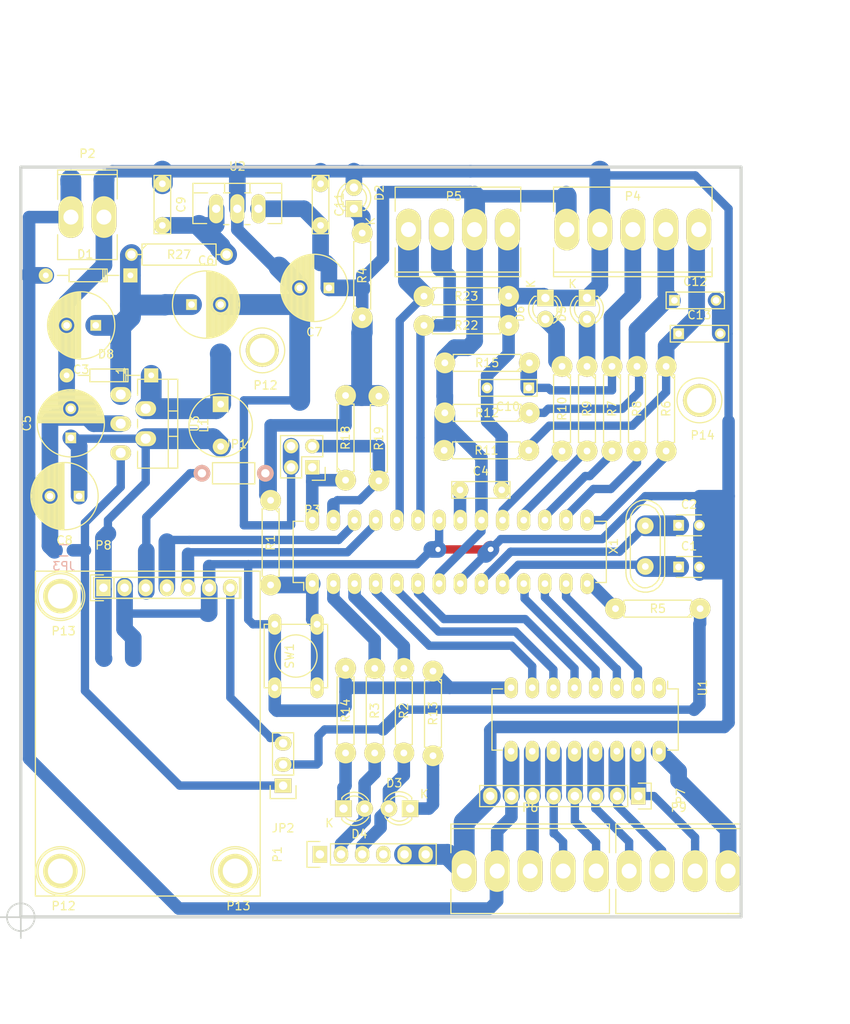
<source format=kicad_pcb>
(kicad_pcb (version 4) (host pcbnew 4.0.1-stable)

  (general
    (links 137)
    (no_connects 3)
    (area 83.809839 72.809099 170.690541 163.189921)
    (thickness 1.6002)
    (drawings 14)
    (tracks 495)
    (zones 0)
    (modules 65)
    (nets 53)
  )

  (page A4)
  (title_block
    (title gsmControl)
    (rev 3)
    (company popai-home)
  )

  (layers
    (0 Front jumper)
    (31 Back signal)
    (33 F.Adhes user)
    (35 F.Paste user)
    (37 F.SilkS user)
    (39 F.Mask user)
    (40 Dwgs.User user)
    (41 Cmts.User user)
    (42 Eco1.User user)
    (43 Eco2.User user)
    (44 Edge.Cuts user)
    (45 Margin user)
    (47 F.CrtYd user)
    (49 F.Fab user)
  )

  (setup
    (last_trace_width 1)
    (user_trace_width 1.00076)
    (user_trace_width 1.50114)
    (user_trace_width 1.99898)
    (user_trace_width 2.49936)
    (trace_clearance 0.254)
    (zone_clearance 1)
    (zone_45_only no)
    (trace_min 0.2032)
    (segment_width 0.381)
    (edge_width 0.381)
    (via_size 0.889)
    (via_drill 0.635)
    (via_min_size 0.889)
    (via_min_drill 0.508)
    (uvia_size 0.508)
    (uvia_drill 0.127)
    (uvias_allowed no)
    (uvia_min_size 0.508)
    (uvia_min_drill 0.127)
    (pcb_text_width 0.3048)
    (pcb_text_size 1.524 2.032)
    (mod_edge_width 0.381)
    (mod_text_size 1.524 1.524)
    (mod_text_width 0.3048)
    (pad_size 3.937 3.937)
    (pad_drill 3)
    (pad_to_mask_clearance 0.254)
    (aux_axis_origin 84 163)
    (visible_elements 7FFFFFFF)
    (pcbplotparams
      (layerselection 0x00000_80000000)
      (usegerberextensions false)
      (excludeedgelayer true)
      (linewidth 0.150000)
      (plotframeref false)
      (viasonmask false)
      (mode 1)
      (useauxorigin false)
      (hpglpennumber 1)
      (hpglpenspeed 20)
      (hpglpendiameter 15)
      (hpglpenoverlay 0)
      (psnegative false)
      (psa4output false)
      (plotreference false)
      (plotvalue false)
      (plotinvisibletext false)
      (padsonsilk false)
      (subtractmaskfromsilk false)
      (outputformat 4)
      (mirror false)
      (drillshape 1)
      (scaleselection 1)
      (outputdirectory D:/Dev/src/KiCad_prj/GSM_SMS/sim800Lv2/))
  )

  (net 0 "")
  (net 1 +12V)
  (net 2 +5V)
  (net 3 GND)
  (net 4 VCC)
  (net 5 "Net-(C1-Pad1)")
  (net 6 "Net-(C2-Pad1)")
  (net 7 "Net-(C4-Pad1)")
  (net 8 "Net-(C9-Pad2)")
  (net 9 "Net-(D2-Pad1)")
  (net 10 "Net-(D3-Pad1)")
  (net 11 "Net-(D3-Pad2)")
  (net 12 "Net-(D4-Pad1)")
  (net 13 "Net-(D4-Pad2)")
  (net 14 "Net-(D5-Pad2)")
  (net 15 "Net-(D6-Pad2)")
  (net 16 "Net-(D8-Pad1)")
  (net 17 "Net-(IC1-Pad1)")
  (net 18 "Net-(IC1-Pad2)")
  (net 19 "Net-(IC1-Pad3)")
  (net 20 "Net-(IC1-Pad4)")
  (net 21 "Net-(IC1-Pad5)")
  (net 22 "Net-(IC1-Pad6)")
  (net 23 "Net-(IC1-Pad11)")
  (net 24 "Net-(IC1-Pad12)")
  (net 25 "Net-(IC1-Pad13)")
  (net 26 "Net-(IC1-Pad14)")
  (net 27 "Net-(IC1-Pad15)")
  (net 28 "Net-(IC1-Pad16)")
  (net 29 "Net-(IC1-Pad17)")
  (net 30 "Net-(IC1-Pad18)")
  (net 31 "Net-(IC1-Pad19)")
  (net 32 "Net-(IC1-Pad23)")
  (net 33 "Net-(IC1-Pad24)")
  (net 34 "Net-(IC1-Pad25)")
  (net 35 "Net-(IC1-Pad26)")
  (net 36 "Net-(IC1-Pad27)")
  (net 37 "Net-(IC1-Pad28)")
  (net 38 "Net-(P6-Pad3)")
  (net 39 "Net-(P6-Pad4)")
  (net 40 "Net-(P7-Pad2)")
  (net 41 "Net-(P9-Pad4)")
  (net 42 VEE)
  (net 43 "Net-(P6-Pad5)")
  (net 44 "Net-(P7-Pad3)")
  (net 45 "Net-(P7-Pad1)")
  (net 46 "Net-(C10-Pad1)")
  (net 47 "Net-(C12-Pad1)")
  (net 48 "Net-(C13-Pad1)")
  (net 49 "Net-(JP1-Pad1)")
  (net 50 "Net-(JP2-Pad1)")
  (net 51 "Net-(JP2-Pad2)")
  (net 52 "Net-(JP2-Pad3)")

  (net_class Default "This is the default net class."
    (clearance 0.254)
    (trace_width 1)
    (via_dia 0.889)
    (via_drill 0.635)
    (uvia_dia 0.508)
    (uvia_drill 0.127)
    (add_net "Net-(C1-Pad1)")
    (add_net "Net-(C10-Pad1)")
    (add_net "Net-(C12-Pad1)")
    (add_net "Net-(C13-Pad1)")
    (add_net "Net-(C2-Pad1)")
    (add_net "Net-(C4-Pad1)")
    (add_net "Net-(C9-Pad2)")
    (add_net "Net-(D2-Pad1)")
    (add_net "Net-(D3-Pad1)")
    (add_net "Net-(D3-Pad2)")
    (add_net "Net-(D4-Pad1)")
    (add_net "Net-(D4-Pad2)")
    (add_net "Net-(D5-Pad2)")
    (add_net "Net-(D6-Pad2)")
    (add_net "Net-(D8-Pad1)")
    (add_net "Net-(IC1-Pad1)")
    (add_net "Net-(IC1-Pad11)")
    (add_net "Net-(IC1-Pad12)")
    (add_net "Net-(IC1-Pad13)")
    (add_net "Net-(IC1-Pad14)")
    (add_net "Net-(IC1-Pad15)")
    (add_net "Net-(IC1-Pad16)")
    (add_net "Net-(IC1-Pad17)")
    (add_net "Net-(IC1-Pad18)")
    (add_net "Net-(IC1-Pad19)")
    (add_net "Net-(IC1-Pad2)")
    (add_net "Net-(IC1-Pad23)")
    (add_net "Net-(IC1-Pad24)")
    (add_net "Net-(IC1-Pad25)")
    (add_net "Net-(IC1-Pad26)")
    (add_net "Net-(IC1-Pad27)")
    (add_net "Net-(IC1-Pad28)")
    (add_net "Net-(IC1-Pad3)")
    (add_net "Net-(IC1-Pad4)")
    (add_net "Net-(IC1-Pad5)")
    (add_net "Net-(IC1-Pad6)")
    (add_net "Net-(JP1-Pad1)")
    (add_net "Net-(JP2-Pad1)")
    (add_net "Net-(JP2-Pad2)")
    (add_net "Net-(JP2-Pad3)")
    (add_net "Net-(P6-Pad3)")
    (add_net "Net-(P6-Pad4)")
    (add_net "Net-(P6-Pad5)")
    (add_net "Net-(P7-Pad1)")
    (add_net "Net-(P7-Pad2)")
    (add_net "Net-(P7-Pad3)")
    (add_net "Net-(P9-Pad4)")
    (add_net VCC)
    (add_net VEE)
  )

  (net_class 1.5 ""
    (clearance 0.254)
    (trace_width 1.5)
    (via_dia 0.889)
    (via_drill 0.635)
    (uvia_dia 0.508)
    (uvia_drill 0.127)
    (add_net +5V)
  )

  (net_class 2 ""
    (clearance 0.254)
    (trace_width 2)
    (via_dia 0.889)
    (via_drill 0.635)
    (uvia_dia 0.508)
    (uvia_drill 0.127)
    (add_net GND)
  )

  (net_class 2.5 ""
    (clearance 0.254)
    (trace_width 2.5)
    (via_dia 0.889)
    (via_drill 0.635)
    (uvia_dia 0.508)
    (uvia_drill 0.127)
    (add_net +12V)
  )

  (module Muonde:TROU (layer Front) (tedit 0) (tstamp 56B5A3FD)
    (at 88.75 124.5)
    (path /561E640E)
    (fp_text reference P13 (at 0.381 4.191) (layer F.SilkS)
      (effects (font (size 1 1) (thickness 0.15)))
    )
    (fp_text value CONN_01X01 (at 0 0) (layer F.Fab)
      (effects (font (size 1 1) (thickness 0.15)))
    )
    (fp_circle (center 0 0) (end 1.905 1.905) (layer F.SilkS) (width 0.15))
    (pad "" thru_hole circle (at 0 0) (size 3.937 3.937) (drill 3) (layers *.Cu *.Mask F.SilkS))
  )

  (module Muonde:TROU (layer Front) (tedit 0) (tstamp 561E6EF7)
    (at 113 95)
    (path /561E5D1B)
    (fp_text reference P12 (at 0.381 4.191) (layer F.SilkS)
      (effects (font (size 1 1) (thickness 0.15)))
    )
    (fp_text value CONN_01X01 (at 0 0) (layer F.Fab)
      (effects (font (size 1 1) (thickness 0.15)))
    )
    (fp_circle (center 0 0) (end 1.905 1.905) (layer F.SilkS) (width 0.15))
    (pad "" thru_hole circle (at 0 0) (size 3.937 3.937) (drill 3) (layers *.Cu *.Mask F.SilkS))
  )

  (module TO_SOT_Packages_THT:Pentawatt_Neutral_Staggered_Verical_TO220-5-T05D (layer Front) (tedit 0) (tstamp 561D2BE6)
    (at 99.8001 103.80086 270)
    (descr "Pentawatt, Neutral, Staggered, Verical, TO220-5, T05D,")
    (tags "Pentawatt, Neutral, Staggered, Verical, TO220-5, T05D,")
    (path /561D2B42)
    (fp_text reference U3 (at 0 -5.08 270) (layer F.SilkS)
      (effects (font (size 1 1) (thickness 0.15)))
    )
    (fp_text value LM2576T-5 (at 0.19914 -2.1999 270) (layer F.Fab)
      (effects (font (size 1 1) (thickness 0.15)))
    )
    (fp_text user 1 (at -6.35 3.81 270) (layer F.SilkS)
      (effects (font (size 1 1) (thickness 0.15)))
    )
    (fp_line (start 3.302 1.778) (end 5.334 1.778) (layer F.SilkS) (width 0.15))
    (fp_line (start -0.508 1.778) (end 0.508 1.778) (layer F.SilkS) (width 0.15))
    (fp_line (start -5.334 1.778) (end -3.429 1.778) (layer F.SilkS) (width 0.15))
    (fp_line (start -1.524 -3.048) (end -1.524 -1.905) (layer F.SilkS) (width 0.15))
    (fp_line (start 1.524 -3.048) (end 1.524 -1.905) (layer F.SilkS) (width 0.15))
    (fp_line (start 5.334 -1.905) (end 5.334 1.778) (layer F.SilkS) (width 0.15))
    (fp_line (start -5.334 1.778) (end -5.334 -1.905) (layer F.SilkS) (width 0.15))
    (fp_line (start 5.334 -3.048) (end 5.334 -1.905) (layer F.SilkS) (width 0.15))
    (fp_line (start 5.334 -1.905) (end -5.334 -1.905) (layer F.SilkS) (width 0.15))
    (fp_line (start -5.334 -1.905) (end -5.334 -3.048) (layer F.SilkS) (width 0.15))
    (fp_line (start 0 -3.048) (end -5.334 -3.048) (layer F.SilkS) (width 0.15))
    (fp_line (start 0 -3.048) (end 5.334 -3.048) (layer F.SilkS) (width 0.15))
    (pad 3 thru_hole oval (at 0 3.79984) (size 2.49936 1.80086) (drill 1.19888) (layers *.Cu *.Mask F.SilkS)
      (net 3 GND))
    (pad 1 thru_hole oval (at -3.50012 3.79984) (size 2.49936 1.80086) (drill 1.19888) (layers *.Cu *.Mask F.SilkS)
      (net 1 +12V))
    (pad 5 thru_hole oval (at 3.50012 3.79984) (size 2.49936 1.80086) (drill 1.19888) (layers *.Cu *.Mask F.SilkS)
      (net 50 "Net-(JP2-Pad1)"))
    (pad 4 thru_hole oval (at 1.80086 0.8001) (size 2.49936 1.80086) (drill 1.19888) (layers *.Cu *.Mask F.SilkS)
      (net 42 VEE))
    (pad 2 thru_hole oval (at -1.80086 0.8001) (size 2.49936 1.80086) (drill 1.19888) (layers *.Cu *.Mask F.SilkS)
      (net 16 "Net-(D8-Pad1)"))
    (model TO_SOT_Packages_THT.3dshapes/Pentawatt_Neutral_Staggered_Verical_TO220-5-T05D.wrl
      (at (xyz 0 0 0))
      (scale (xyz 0.3937 0.3937 0.3937))
      (rotate (xyz 0 0 0))
    )
  )

  (module Discret:R4 (layer Front) (tedit 0) (tstamp 55EDA654)
    (at 160.5 126 180)
    (descr "Resitance 4 pas")
    (tags R)
    (path /50FF9E85)
    (fp_text reference R5 (at 0 0 180) (layer F.SilkS)
      (effects (font (size 1 1) (thickness 0.15)))
    )
    (fp_text value 4K7 (at -0.5 0 180) (layer F.Fab)
      (effects (font (size 1 1) (thickness 0.15)))
    )
    (fp_line (start -5.08 0) (end -4.064 0) (layer F.SilkS) (width 0.15))
    (fp_line (start -4.064 0) (end -4.064 -1.016) (layer F.SilkS) (width 0.15))
    (fp_line (start -4.064 -1.016) (end 4.064 -1.016) (layer F.SilkS) (width 0.15))
    (fp_line (start 4.064 -1.016) (end 4.064 1.016) (layer F.SilkS) (width 0.15))
    (fp_line (start 4.064 1.016) (end -4.064 1.016) (layer F.SilkS) (width 0.15))
    (fp_line (start -4.064 1.016) (end -4.064 0) (layer F.SilkS) (width 0.15))
    (fp_line (start -4.064 -0.508) (end -3.556 -1.016) (layer F.SilkS) (width 0.15))
    (fp_line (start 5.08 0) (end 4.064 0) (layer F.SilkS) (width 0.15))
    (pad 1 thru_hole circle (at -5.08 0 180) (size 2.5 2.5) (drill 0.8128) (layers *.Cu *.Mask F.SilkS)
      (net 51 "Net-(JP2-Pad2)"))
    (pad 2 thru_hole circle (at 5.08 0 180) (size 2.5 2.5) (drill 0.8128) (layers *.Cu *.Mask F.SilkS)
      (net 26 "Net-(IC1-Pad14)"))
    (model Discret.3dshapes/R4.wrl
      (at (xyz 0 0 0))
      (scale (xyz 0.4 0.4 0.4))
      (rotate (xyz 0 0 0))
    )
  )

  (module Discret:R4 (layer Front) (tedit 0) (tstamp 55EDA695)
    (at 123 105.5 90)
    (descr "Resitance 4 pas")
    (tags R)
    (path /5100FD96)
    (fp_text reference R18 (at 0 0 90) (layer F.SilkS)
      (effects (font (size 1 1) (thickness 0.15)))
    )
    (fp_text value 10K (at 0 0 90) (layer F.Fab)
      (effects (font (size 1 1) (thickness 0.15)))
    )
    (fp_line (start -5.08 0) (end -4.064 0) (layer F.SilkS) (width 0.15))
    (fp_line (start -4.064 0) (end -4.064 -1.016) (layer F.SilkS) (width 0.15))
    (fp_line (start -4.064 -1.016) (end 4.064 -1.016) (layer F.SilkS) (width 0.15))
    (fp_line (start 4.064 -1.016) (end 4.064 1.016) (layer F.SilkS) (width 0.15))
    (fp_line (start 4.064 1.016) (end -4.064 1.016) (layer F.SilkS) (width 0.15))
    (fp_line (start -4.064 1.016) (end -4.064 0) (layer F.SilkS) (width 0.15))
    (fp_line (start -4.064 -0.508) (end -3.556 -1.016) (layer F.SilkS) (width 0.15))
    (fp_line (start 5.08 0) (end 4.064 0) (layer F.SilkS) (width 0.15))
    (pad 1 thru_hole circle (at -5.08 0 90) (size 2.5 2.5) (drill 0.8128) (layers *.Cu *.Mask F.SilkS)
      (net 37 "Net-(IC1-Pad28)"))
    (pad 2 thru_hole circle (at 5.08 0 90) (size 2.5 2.5) (drill 0.8128) (layers *.Cu *.Mask F.SilkS)
      (net 2 +5V))
    (model Discret.3dshapes/R4.wrl
      (at (xyz 0 0 0))
      (scale (xyz 0.4 0.4 0.4))
      (rotate (xyz 0 0 0))
    )
  )

  (module Sockets_MOLEX_KK-System:Socket_MOLEX-KK-RM3-96mm_Lock_4pin_straight (layer Front) (tedit 0) (tstamp 55F1A609)
    (at 163 157.5)
    (descr "Socket, MOLEX, KK, RM 3.96mm, Lock, 4pin, straight,")
    (tags "Socket, MOLEX, KK, RM 3.96mm, Lock, 4pin, straight,")
    (path /55F1CEBC)
    (fp_text reference P9 (at 0 -7.62) (layer F.SilkS)
      (effects (font (size 1 1) (thickness 0.15)))
    )
    (fp_text value CONN_01X04 (at 1.27 7.62) (layer F.Fab)
      (effects (font (size 1 1) (thickness 0.15)))
    )
    (fp_line (start 7.54126 -5.10032) (end 7.54126 -5.64896) (layer F.SilkS) (width 0.15))
    (fp_line (start 7.54126 -5.64896) (end -7.54126 -5.64896) (layer F.SilkS) (width 0.15))
    (fp_line (start -7.54126 -5.64896) (end -7.54126 -5.10032) (layer F.SilkS) (width 0.15))
    (fp_line (start -7.54126 2.19964) (end -7.54126 5.10032) (layer F.SilkS) (width 0.15))
    (fp_line (start -7.54126 5.10032) (end 3.56108 5.10032) (layer F.SilkS) (width 0.15))
    (fp_line (start 7.54126 -2.19964) (end 7.54126 -5.10032) (layer F.SilkS) (width 0.15))
    (fp_line (start 7.54126 -5.10032) (end -7.54126 -5.10032) (layer F.SilkS) (width 0.15))
    (fp_line (start -7.54126 -5.10032) (end -7.54126 -2.19964) (layer F.SilkS) (width 0.15))
    (fp_line (start 3.56108 5.10032) (end 5.94106 5.10032) (layer F.SilkS) (width 0.15))
    (fp_line (start 5.94106 5.10032) (end 7.54126 5.10032) (layer F.SilkS) (width 0.15))
    (fp_line (start 7.54126 5.10032) (end 7.54126 2.19964) (layer F.SilkS) (width 0.15))
    (pad 2 thru_hole oval (at -1.9812 0) (size 2.99974 5.00126) (drill 1.80086) (layers *.Cu *.Mask F.SilkS)
      (net 40 "Net-(P7-Pad2)"))
    (pad 3 thru_hole oval (at 1.9812 0) (size 2.99974 5.00126) (drill 1.80086) (layers *.Cu *.Mask F.SilkS)
      (net 45 "Net-(P7-Pad1)"))
    (pad 1 thru_hole oval (at -5.94106 0) (size 2.99974 5.00126) (drill 1.80086) (layers *.Cu *.Mask F.SilkS)
      (net 44 "Net-(P7-Pad3)"))
    (pad 4 thru_hole oval (at 5.94106 0) (size 2.99974 5.00126) (drill 1.80086) (layers *.Cu *.Mask F.SilkS)
      (net 41 "Net-(P9-Pad4)"))
  )

  (module Sockets_MOLEX_KK-System:Socket_MOLEX-KK-RM3-96mm_Lock_5pin_straight (layer Front) (tedit 0) (tstamp 55F4966E)
    (at 145.16972 157.5)
    (descr "Socket, MOLEX, KK, RM 3.96mm, Lock, 5pin, straight,")
    (tags "Socket, MOLEX, KK, RM 3.96mm, Lock, 5pin, straight,")
    (path /55F49D81)
    (fp_text reference P6 (at 0 -7.62) (layer F.SilkS)
      (effects (font (size 1 1) (thickness 0.15)))
    )
    (fp_text value CONN_01X05 (at 0 7.62) (layer F.Fab)
      (effects (font (size 1 1) (thickness 0.15)))
    )
    (fp_line (start 9.51992 -5.10032) (end 9.51992 -5.4991) (layer F.SilkS) (width 0.15))
    (fp_line (start 9.51992 -5.4991) (end 9.51992 -5.64896) (layer F.SilkS) (width 0.15))
    (fp_line (start 9.51992 -5.64896) (end -9.51992 -5.64896) (layer F.SilkS) (width 0.15))
    (fp_line (start -9.51992 -5.64896) (end -9.51992 -5.10032) (layer F.SilkS) (width 0.15))
    (fp_line (start -9.51992 2.19964) (end -9.51992 5.10032) (layer F.SilkS) (width 0.15))
    (fp_line (start -9.51992 5.10032) (end 0 5.10032) (layer F.SilkS) (width 0.15))
    (fp_line (start 9.51992 -2.19964) (end 9.51992 -5.10032) (layer F.SilkS) (width 0.15))
    (fp_line (start 9.51992 -5.10032) (end -9.51992 -5.10032) (layer F.SilkS) (width 0.15))
    (fp_line (start -9.51992 -5.10032) (end -9.51992 -2.19964) (layer F.SilkS) (width 0.15))
    (fp_line (start 0 5.10032) (end 9.51992 5.10032) (layer F.SilkS) (width 0.15))
    (fp_line (start 9.51992 5.10032) (end 9.51992 2.19964) (layer F.SilkS) (width 0.15))
    (pad 2 thru_hole oval (at -3.95986 0) (size 2.99974 5.00126) (drill 1.80086) (layers *.Cu *.Mask F.SilkS)
      (net 4 VCC))
    (pad 3 thru_hole oval (at 0 0) (size 2.99974 5.00126) (drill 1.80086) (layers *.Cu *.Mask F.SilkS)
      (net 38 "Net-(P6-Pad3)"))
    (pad 4 thru_hole oval (at 3.95986 0) (size 2.99974 5.00126) (drill 1.80086) (layers *.Cu *.Mask F.SilkS)
      (net 39 "Net-(P6-Pad4)"))
    (pad 5 thru_hole oval (at 7.91972 0) (size 2.99974 5.00126) (drill 1.80086) (layers *.Cu *.Mask F.SilkS)
      (net 43 "Net-(P6-Pad5)"))
    (pad 1 thru_hole oval (at -7.91972 0) (size 2.99974 5.00126) (drill 1.80086) (layers *.Cu *.Mask F.SilkS)
      (net 3 GND))
  )

  (module Discret:R4 (layer Front) (tedit 0) (tstamp 55EDA64A)
    (at 126.5 138.25 270)
    (descr "Resitance 4 pas")
    (tags R)
    (path /50FFA402)
    (fp_text reference R3 (at 0 0 270) (layer F.SilkS)
      (effects (font (size 1 1) (thickness 0.15)))
    )
    (fp_text value 270R (at 0 0 270) (layer F.Fab)
      (effects (font (size 1 1) (thickness 0.15)))
    )
    (fp_line (start -5.08 0) (end -4.064 0) (layer F.SilkS) (width 0.15))
    (fp_line (start -4.064 0) (end -4.064 -1.016) (layer F.SilkS) (width 0.15))
    (fp_line (start -4.064 -1.016) (end 4.064 -1.016) (layer F.SilkS) (width 0.15))
    (fp_line (start 4.064 -1.016) (end 4.064 1.016) (layer F.SilkS) (width 0.15))
    (fp_line (start 4.064 1.016) (end -4.064 1.016) (layer F.SilkS) (width 0.15))
    (fp_line (start -4.064 1.016) (end -4.064 0) (layer F.SilkS) (width 0.15))
    (fp_line (start -4.064 -0.508) (end -3.556 -1.016) (layer F.SilkS) (width 0.15))
    (fp_line (start 5.08 0) (end 4.064 0) (layer F.SilkS) (width 0.15))
    (pad 1 thru_hole circle (at -5.08 0 270) (size 2.5 2.5) (drill 0.8128) (layers *.Cu *.Mask F.SilkS)
      (net 18 "Net-(IC1-Pad2)"))
    (pad 2 thru_hole circle (at 5.08 0 270) (size 2.5 2.5) (drill 0.8128) (layers *.Cu *.Mask F.SilkS)
      (net 13 "Net-(D4-Pad2)"))
    (model Discret.3dshapes/R4.wrl
      (at (xyz 0 0 0))
      (scale (xyz 0.4 0.4 0.4))
      (rotate (xyz 0 0 0))
    )
  )

  (module LEDs:LED-3MM (layer Front) (tedit 559B82F6) (tstamp 55EDA5AD)
    (at 122.75 150)
    (descr "LED 3mm round vertical")
    (tags "LED  3mm round vertical")
    (path /4C316F15)
    (fp_text reference D4 (at 1.91 3.06) (layer F.SilkS)
      (effects (font (size 1 1) (thickness 0.15)))
    )
    (fp_text value LED (at 1.3 -2.9) (layer F.Fab)
      (effects (font (size 1 1) (thickness 0.15)))
    )
    (fp_line (start -1.2 2.3) (end 3.8 2.3) (layer F.CrtYd) (width 0.05))
    (fp_line (start 3.8 2.3) (end 3.8 -2.2) (layer F.CrtYd) (width 0.05))
    (fp_line (start 3.8 -2.2) (end -1.2 -2.2) (layer F.CrtYd) (width 0.05))
    (fp_line (start -1.2 -2.2) (end -1.2 2.3) (layer F.CrtYd) (width 0.05))
    (fp_line (start -0.199 1.314) (end -0.199 1.114) (layer F.SilkS) (width 0.15))
    (fp_line (start -0.199 -1.28) (end -0.199 -1.1) (layer F.SilkS) (width 0.15))
    (fp_arc (start 1.301 0.034) (end -0.199 -1.286) (angle 108.5) (layer F.SilkS) (width 0.15))
    (fp_arc (start 1.301 0.034) (end 0.25 -1.1) (angle 85.7) (layer F.SilkS) (width 0.15))
    (fp_arc (start 1.311 0.034) (end 3.051 0.994) (angle 110) (layer F.SilkS) (width 0.15))
    (fp_arc (start 1.301 0.034) (end 2.335 1.094) (angle 87.5) (layer F.SilkS) (width 0.15))
    (fp_text user K (at -1.69 1.74) (layer F.SilkS)
      (effects (font (size 1 1) (thickness 0.15)))
    )
    (pad 1 thru_hole rect (at 0 0 90) (size 2 2) (drill 1.00076) (layers *.Cu *.Mask F.SilkS)
      (net 12 "Net-(D4-Pad1)"))
    (pad 2 thru_hole circle (at 2.54 0) (size 2 2) (drill 1.00076) (layers *.Cu *.Mask F.SilkS)
      (net 13 "Net-(D4-Pad2)"))
    (model LEDs.3dshapes/LED-3MM.wrl
      (at (xyz 0.05 0 0))
      (scale (xyz 1 1 1))
      (rotate (xyz 0 0 90))
    )
  )

  (module Transistors_TO-220:TO-220_Neutral123_Vertical_LargePads (layer Front) (tedit 55F2D30B) (tstamp 55EDA6E1)
    (at 110 78)
    (descr "TO-220, Neutral, Vertical, Large Pads,")
    (tags "TO-220, Neutral, Vertical, Large Pads,")
    (path /4C316D40)
    (fp_text reference U2 (at 0 -5.08) (layer F.SilkS)
      (effects (font (size 1 1) (thickness 0.15)))
    )
    (fp_text value 78L05 (at 0 3.81) (layer F.Fab)
      (effects (font (size 1 1) (thickness 0.15)))
    )
    (fp_line (start 5.334 -1.905) (end 3.429 -1.905) (layer F.SilkS) (width 0.15))
    (fp_line (start 0.889 -1.905) (end 1.651 -1.905) (layer F.SilkS) (width 0.15))
    (fp_line (start -1.524 -1.905) (end -1.651 -1.905) (layer F.SilkS) (width 0.15))
    (fp_line (start -1.524 -1.905) (end -0.889 -1.905) (layer F.SilkS) (width 0.15))
    (fp_line (start -5.334 -1.905) (end -3.556 -1.905) (layer F.SilkS) (width 0.15))
    (fp_line (start -5.334 1.778) (end -3.683 1.778) (layer F.SilkS) (width 0.15))
    (fp_line (start -1.016 1.905) (end -1.651 1.905) (layer F.SilkS) (width 0.15))
    (fp_line (start 1.524 1.905) (end 0.889 1.905) (layer F.SilkS) (width 0.15))
    (fp_line (start 5.334 1.778) (end 3.683 1.778) (layer F.SilkS) (width 0.15))
    (fp_line (start -1.524 -3.048) (end -1.524 -1.905) (layer F.SilkS) (width 0.15))
    (fp_line (start 1.524 -3.048) (end 1.524 -1.905) (layer F.SilkS) (width 0.15))
    (fp_line (start 5.334 -1.905) (end 5.334 1.778) (layer F.SilkS) (width 0.15))
    (fp_line (start -5.334 1.778) (end -5.334 -1.905) (layer F.SilkS) (width 0.15))
    (fp_line (start 5.334 -3.048) (end 5.334 -1.905) (layer F.SilkS) (width 0.15))
    (fp_line (start -5.334 -1.905) (end -5.334 -3.048) (layer F.SilkS) (width 0.15))
    (fp_line (start 0 -3.048) (end -5.334 -3.048) (layer F.SilkS) (width 0.15))
    (fp_line (start 0 -3.048) (end 5.334 -3.048) (layer F.SilkS) (width 0.15))
    (pad GND thru_hole oval (at 0 0 90) (size 3.50012 1.69926) (drill 1.00076) (layers *.Cu *.Mask F.SilkS)
      (net 3 GND))
    (pad VI thru_hole oval (at -2.54 0 90) (size 3.50012 1.69926) (drill 1.00076) (layers *.Cu *.Mask F.SilkS)
      (net 8 "Net-(C9-Pad2)"))
    (pad VO thru_hole oval (at 2.54 0 90) (size 3.50012 1.69926) (drill 1.00076) (layers *.Cu *.Mask F.SilkS)
      (net 2 +5V))
    (model Transistors_TO-220.3dshapes/TO-220_Neutral123_Vertical_LargePads.wrl
      (at (xyz 0 0 0))
      (scale (xyz 0.3937 0.3937 0.3937))
      (rotate (xyz 0 0 0))
    )
  )

  (module Housings_DIP:DIP-28_W7.62mm (layer Front) (tedit 55F46A9A) (tstamp 55EDA5C6)
    (at 119 123 90)
    (descr "28-lead dip package, row spacing 7.62 mm (300 mils)")
    (tags "dil dip 2.54 300")
    (path /55E7FB24)
    (fp_text reference IC1 (at 0 -5.22 90) (layer F.SilkS)
      (effects (font (size 1 1) (thickness 0.15)))
    )
    (fp_text value ATMEGA328-P (at 0 -3.72 90) (layer F.Fab)
      (effects (font (size 1 1) (thickness 0.15)))
    )
    (fp_line (start -1.05 -2.45) (end -1.05 35.5) (layer F.CrtYd) (width 0.05))
    (fp_line (start 8.65 -2.45) (end 8.65 35.5) (layer F.CrtYd) (width 0.05))
    (fp_line (start -1.05 -2.45) (end 8.65 -2.45) (layer F.CrtYd) (width 0.05))
    (fp_line (start -1.05 35.5) (end 8.65 35.5) (layer F.CrtYd) (width 0.05))
    (fp_line (start 0.135 -2.295) (end 0.135 -1.025) (layer F.SilkS) (width 0.15))
    (fp_line (start 7.485 -2.295) (end 7.485 -1.025) (layer F.SilkS) (width 0.15))
    (fp_line (start 7.485 35.315) (end 7.485 34.045) (layer F.SilkS) (width 0.15))
    (fp_line (start 0.135 35.315) (end 0.135 34.045) (layer F.SilkS) (width 0.15))
    (fp_line (start 0.135 -2.295) (end 7.485 -2.295) (layer F.SilkS) (width 0.15))
    (fp_line (start 0.135 35.315) (end 7.485 35.315) (layer F.SilkS) (width 0.15))
    (fp_line (start 0.135 -1.025) (end -0.8 -1.025) (layer F.SilkS) (width 0.15))
    (pad 1 thru_hole oval (at 0 0 90) (size 2.5 1.6) (drill 0.8) (layers *.Cu *.Mask F.SilkS)
      (net 17 "Net-(IC1-Pad1)"))
    (pad 2 thru_hole oval (at 0 2.54 90) (size 2.5 1.6) (drill 0.8) (layers *.Cu *.Mask F.SilkS)
      (net 18 "Net-(IC1-Pad2)"))
    (pad 3 thru_hole oval (at 0 5.08 90) (size 2.5 1.6) (drill 0.8) (layers *.Cu *.Mask F.SilkS)
      (net 19 "Net-(IC1-Pad3)"))
    (pad 4 thru_hole oval (at 0 7.62 90) (size 2.5 1.6) (drill 0.8) (layers *.Cu *.Mask F.SilkS)
      (net 20 "Net-(IC1-Pad4)"))
    (pad 5 thru_hole oval (at 0 10.16 90) (size 2.5 1.6) (drill 0.8) (layers *.Cu *.Mask F.SilkS)
      (net 21 "Net-(IC1-Pad5)"))
    (pad 6 thru_hole oval (at 0 12.7 90) (size 2.5 1.6) (drill 0.8) (layers *.Cu *.Mask F.SilkS)
      (net 22 "Net-(IC1-Pad6)"))
    (pad 7 thru_hole oval (at 0 15.24 90) (size 2.5 1.6) (drill 0.8) (layers *.Cu *.Mask F.SilkS)
      (net 2 +5V))
    (pad 8 thru_hole oval (at 0 17.78 90) (size 2.5 1.6) (drill 0.8) (layers *.Cu *.Mask F.SilkS)
      (net 3 GND))
    (pad 9 thru_hole oval (at 0 20.32 90) (size 2.5 1.6) (drill 0.8) (layers *.Cu *.Mask F.SilkS)
      (net 6 "Net-(C2-Pad1)"))
    (pad 10 thru_hole oval (at 0 22.86 90) (size 2.5 1.6) (drill 0.8) (layers *.Cu *.Mask F.SilkS)
      (net 5 "Net-(C1-Pad1)"))
    (pad 11 thru_hole oval (at 0 25.4 90) (size 2.5 1.6) (drill 0.8) (layers *.Cu *.Mask F.SilkS)
      (net 23 "Net-(IC1-Pad11)"))
    (pad 12 thru_hole oval (at 0 27.94 90) (size 2.5 1.6) (drill 0.8) (layers *.Cu *.Mask F.SilkS)
      (net 24 "Net-(IC1-Pad12)"))
    (pad 13 thru_hole oval (at 0 30.48 90) (size 2.5 1.6) (drill 0.8) (layers *.Cu *.Mask F.SilkS)
      (net 25 "Net-(IC1-Pad13)"))
    (pad 14 thru_hole oval (at 0 33.02 90) (size 2.5 1.6) (drill 0.8) (layers *.Cu *.Mask F.SilkS)
      (net 26 "Net-(IC1-Pad14)"))
    (pad 15 thru_hole oval (at 7.62 33.02 90) (size 2.5 1.6) (drill 0.8) (layers *.Cu *.Mask F.SilkS)
      (net 27 "Net-(IC1-Pad15)"))
    (pad 16 thru_hole oval (at 7.62 30.48 90) (size 2.5 1.6) (drill 0.8) (layers *.Cu *.Mask F.SilkS)
      (net 28 "Net-(IC1-Pad16)"))
    (pad 17 thru_hole oval (at 7.62 27.94 90) (size 2.5 1.6) (drill 0.8) (layers *.Cu *.Mask F.SilkS)
      (net 29 "Net-(IC1-Pad17)"))
    (pad 18 thru_hole oval (at 7.62 25.4 90) (size 2.5 1.6) (drill 0.8) (layers *.Cu *.Mask F.SilkS)
      (net 30 "Net-(IC1-Pad18)"))
    (pad 19 thru_hole oval (at 7.62 22.86 90) (size 2.5 1.6) (drill 0.8) (layers *.Cu *.Mask F.SilkS)
      (net 31 "Net-(IC1-Pad19)"))
    (pad 20 thru_hole oval (at 7.62 20.32 90) (size 2.5 1.6) (drill 0.8) (layers *.Cu *.Mask F.SilkS)
      (net 2 +5V))
    (pad 21 thru_hole oval (at 7.62 17.78 90) (size 2.5 1.6) (drill 0.8) (layers *.Cu *.Mask F.SilkS)
      (net 7 "Net-(C4-Pad1)"))
    (pad 22 thru_hole oval (at 7.62 15.24 90) (size 2.5 1.6) (drill 0.8) (layers *.Cu *.Mask F.SilkS)
      (net 3 GND))
    (pad 23 thru_hole oval (at 7.62 12.7 90) (size 2.5 1.6) (drill 0.8) (layers *.Cu *.Mask F.SilkS)
      (net 32 "Net-(IC1-Pad23)"))
    (pad 24 thru_hole oval (at 7.62 10.16 90) (size 2.5 1.6) (drill 0.8) (layers *.Cu *.Mask F.SilkS)
      (net 33 "Net-(IC1-Pad24)"))
    (pad 25 thru_hole oval (at 7.62 7.62 90) (size 2.5 1.6) (drill 0.8) (layers *.Cu *.Mask F.SilkS)
      (net 34 "Net-(IC1-Pad25)"))
    (pad 26 thru_hole oval (at 7.62 5.08 90) (size 2.5 1.6) (drill 0.8) (layers *.Cu *.Mask F.SilkS)
      (net 35 "Net-(IC1-Pad26)"))
    (pad 27 thru_hole oval (at 7.62 2.54 90) (size 2.5 1.6) (drill 0.8) (layers *.Cu *.Mask F.SilkS)
      (net 36 "Net-(IC1-Pad27)"))
    (pad 28 thru_hole oval (at 7.62 0 90) (size 2.5 1.6) (drill 0.8) (layers *.Cu *.Mask F.SilkS)
      (net 37 "Net-(IC1-Pad28)"))
    (model Housings_DIP.3dshapes/DIP-28_W7.62mm.wrl
      (at (xyz 0 0 0))
      (scale (xyz 1 1 1))
      (rotate (xyz 0 0 0))
    )
  )

  (module Capacitors_ThroughHole:C_Rect_L7_W2_P5 (layer Front) (tedit 55F52594) (tstamp 55EDA570)
    (at 136.75 111.75)
    (descr "Film Capacitor Length 7 x Width 2mm, Pitch 5mm")
    (tags Capacitor)
    (path /5100FA2C)
    (fp_text reference C4 (at 2.5 -2.25) (layer F.SilkS)
      (effects (font (size 1 1) (thickness 0.15)))
    )
    (fp_text value 100nF (at 2.5 2.5) (layer F.Fab)
      (effects (font (size 1 1) (thickness 0.15)))
    )
    (fp_line (start -1.25 -1.25) (end 6.25 -1.25) (layer F.CrtYd) (width 0.05))
    (fp_line (start 6.25 -1.25) (end 6.25 1.25) (layer F.CrtYd) (width 0.05))
    (fp_line (start 6.25 1.25) (end -1.25 1.25) (layer F.CrtYd) (width 0.05))
    (fp_line (start -1.25 1.25) (end -1.25 -1.25) (layer F.CrtYd) (width 0.05))
    (fp_line (start -1 -1) (end 6 -1) (layer F.SilkS) (width 0.15))
    (fp_line (start 6 -1) (end 6 1) (layer F.SilkS) (width 0.15))
    (fp_line (start 6 1) (end -1 1) (layer F.SilkS) (width 0.15))
    (fp_line (start -1 1) (end -1 -1) (layer F.SilkS) (width 0.15))
    (pad 1 thru_hole circle (at 0 0) (size 2 2) (drill 0.8) (layers *.Cu *.Mask F.SilkS)
      (net 7 "Net-(C4-Pad1)"))
    (pad 2 thru_hole circle (at 5 0) (size 2 2) (drill 0.8) (layers *.Cu *.Mask F.SilkS)
      (net 3 GND))
    (model Capacitors_ThroughHole.3dshapes/C_Rect_L7_W2_P5.wrl
      (at (xyz 0.098425 0 0))
      (scale (xyz 1 1 1))
      (rotate (xyz 0 0 0))
    )
  )

  (module Capacitors_ThroughHole:C_Rect_L7_W2_P5 (layer Front) (tedit 0) (tstamp 55EDA589)
    (at 101 75 270)
    (descr "Film Capacitor Length 7 x Width 2mm, Pitch 5mm")
    (tags Capacitor)
    (path /513A3C77)
    (fp_text reference C9 (at 2.5 -2.25 270) (layer F.SilkS)
      (effects (font (size 1 1) (thickness 0.15)))
    )
    (fp_text value 330nF (at 2.5 2.5 270) (layer F.Fab)
      (effects (font (size 1 1) (thickness 0.15)))
    )
    (fp_line (start -1.25 -1.25) (end 6.25 -1.25) (layer F.CrtYd) (width 0.05))
    (fp_line (start 6.25 -1.25) (end 6.25 1.25) (layer F.CrtYd) (width 0.05))
    (fp_line (start 6.25 1.25) (end -1.25 1.25) (layer F.CrtYd) (width 0.05))
    (fp_line (start -1.25 1.25) (end -1.25 -1.25) (layer F.CrtYd) (width 0.05))
    (fp_line (start -1 -1) (end 6 -1) (layer F.SilkS) (width 0.15))
    (fp_line (start 6 -1) (end 6 1) (layer F.SilkS) (width 0.15))
    (fp_line (start 6 1) (end -1 1) (layer F.SilkS) (width 0.15))
    (fp_line (start -1 1) (end -1 -1) (layer F.SilkS) (width 0.15))
    (pad 1 thru_hole circle (at 0 0 270) (size 2 2) (drill 0.8) (layers *.Cu *.Mask F.SilkS)
      (net 3 GND))
    (pad 2 thru_hole circle (at 5 0 270) (size 2 2) (drill 0.8) (layers *.Cu *.Mask F.SilkS)
      (net 8 "Net-(C9-Pad2)"))
    (model Capacitors_ThroughHole.3dshapes/C_Rect_L7_W2_P5.wrl
      (at (xyz 0.098425 0 0))
      (scale (xyz 1 1 1))
      (rotate (xyz 0 0 0))
    )
  )

  (module Capacitors_ThroughHole:C_Rect_L7_W2_P5 (layer Front) (tedit 0) (tstamp 55EDA593)
    (at 120 75 270)
    (descr "Film Capacitor Length 7 x Width 2mm, Pitch 5mm")
    (tags Capacitor)
    (path /513A3C80)
    (fp_text reference C11 (at 2.5 -2.25 270) (layer F.SilkS)
      (effects (font (size 1 1) (thickness 0.15)))
    )
    (fp_text value 10nF (at 2.5 2.5 270) (layer F.Fab)
      (effects (font (size 1 1) (thickness 0.15)))
    )
    (fp_line (start -1.25 -1.25) (end 6.25 -1.25) (layer F.CrtYd) (width 0.05))
    (fp_line (start 6.25 -1.25) (end 6.25 1.25) (layer F.CrtYd) (width 0.05))
    (fp_line (start 6.25 1.25) (end -1.25 1.25) (layer F.CrtYd) (width 0.05))
    (fp_line (start -1.25 1.25) (end -1.25 -1.25) (layer F.CrtYd) (width 0.05))
    (fp_line (start -1 -1) (end 6 -1) (layer F.SilkS) (width 0.15))
    (fp_line (start 6 -1) (end 6 1) (layer F.SilkS) (width 0.15))
    (fp_line (start 6 1) (end -1 1) (layer F.SilkS) (width 0.15))
    (fp_line (start -1 1) (end -1 -1) (layer F.SilkS) (width 0.15))
    (pad 1 thru_hole circle (at 0 0 270) (size 2 2) (drill 0.8) (layers *.Cu *.Mask F.SilkS)
      (net 3 GND))
    (pad 2 thru_hole circle (at 5 0 270) (size 2 2) (drill 0.8) (layers *.Cu *.Mask F.SilkS)
      (net 2 +5V))
    (model Capacitors_ThroughHole.3dshapes/C_Rect_L7_W2_P5.wrl
      (at (xyz 0.098425 0 0))
      (scale (xyz 1 1 1))
      (rotate (xyz 0 0 0))
    )
  )

  (module Diodes_ThroughHole:Diode_DO-35_SOD27_Horizontal_RM10 (layer Front) (tedit 552FFC30) (tstamp 55EDA59E)
    (at 97.16052 85.99746 180)
    (descr "Diode, DO-35,  SOD27, Horizontal, RM 10mm")
    (tags "Diode, DO-35, SOD27, Horizontal, RM 10mm, 1N4148,")
    (path /55E84370)
    (fp_text reference D1 (at 5.43052 2.53746 180) (layer F.SilkS)
      (effects (font (size 1 1) (thickness 0.15)))
    )
    (fp_text value D (at 4.41452 -3.55854 180) (layer F.Fab)
      (effects (font (size 1 1) (thickness 0.15)))
    )
    (fp_line (start 7.36652 -0.00254) (end 8.76352 -0.00254) (layer F.SilkS) (width 0.15))
    (fp_line (start 2.92152 -0.00254) (end 1.39752 -0.00254) (layer F.SilkS) (width 0.15))
    (fp_line (start 3.30252 -0.76454) (end 3.30252 0.75946) (layer F.SilkS) (width 0.15))
    (fp_line (start 3.04852 -0.76454) (end 3.04852 0.75946) (layer F.SilkS) (width 0.15))
    (fp_line (start 2.79452 -0.00254) (end 2.79452 0.75946) (layer F.SilkS) (width 0.15))
    (fp_line (start 2.79452 0.75946) (end 7.36652 0.75946) (layer F.SilkS) (width 0.15))
    (fp_line (start 7.36652 0.75946) (end 7.36652 -0.76454) (layer F.SilkS) (width 0.15))
    (fp_line (start 7.36652 -0.76454) (end 2.79452 -0.76454) (layer F.SilkS) (width 0.15))
    (fp_line (start 2.79452 -0.76454) (end 2.79452 -0.00254) (layer F.SilkS) (width 0.15))
    (pad 2 thru_hole circle (at 10.16052 -0.00254) (size 1.69926 1.69926) (drill 0.70104) (layers *.Cu *.Mask F.SilkS)
      (net 4 VCC))
    (pad 1 thru_hole rect (at 0.00052 -0.00254) (size 1.69926 1.69926) (drill 0.70104) (layers *.Cu *.Mask F.SilkS)
      (net 1 +12V))
    (model Diodes_ThroughHole.3dshapes/Diode_DO-35_SOD27_Horizontal_RM10.wrl
      (at (xyz 0.2 0 0))
      (scale (xyz 0.4 0.4 0.4))
      (rotate (xyz 0 0 180))
    )
  )

  (module LEDs:LED-3MM (layer Front) (tedit 55F461E9) (tstamp 55EDA5A3)
    (at 124 78 90)
    (descr "LED 3mm round vertical")
    (tags "LED  3mm round vertical")
    (path /4C317AB3)
    (fp_text reference D2 (at 1.91 3.06 90) (layer F.SilkS)
      (effects (font (size 1 1) (thickness 0.15)))
    )
    (fp_text value LED (at 1.3 -2.9 90) (layer F.Fab)
      (effects (font (size 1 1) (thickness 0.15)))
    )
    (fp_line (start -1.2 2.3) (end 3.8 2.3) (layer F.CrtYd) (width 0.05))
    (fp_line (start 3.8 2.3) (end 3.8 -2.2) (layer F.CrtYd) (width 0.05))
    (fp_line (start 3.8 -2.2) (end -1.2 -2.2) (layer F.CrtYd) (width 0.05))
    (fp_line (start -1.2 -2.2) (end -1.2 2.3) (layer F.CrtYd) (width 0.05))
    (fp_line (start -0.199 1.314) (end -0.199 1.114) (layer F.SilkS) (width 0.15))
    (fp_line (start -0.199 -1.28) (end -0.199 -1.1) (layer F.SilkS) (width 0.15))
    (fp_arc (start 1.301 0.034) (end -0.199 -1.286) (angle 108.5) (layer F.SilkS) (width 0.15))
    (fp_arc (start 1.301 0.034) (end 0.25 -1.1) (angle 85.7) (layer F.SilkS) (width 0.15))
    (fp_arc (start 1.311 0.034) (end 3.051 0.994) (angle 110) (layer F.SilkS) (width 0.15))
    (fp_arc (start 1.301 0.034) (end 2.335 1.094) (angle 87.5) (layer F.SilkS) (width 0.15))
    (fp_text user K (at -1.5 2 90) (layer F.SilkS)
      (effects (font (size 1 1) (thickness 0.15)))
    )
    (pad 1 thru_hole rect (at 0 0 180) (size 2 2) (drill 1.00076) (layers *.Cu *.Mask F.SilkS)
      (net 9 "Net-(D2-Pad1)"))
    (pad 2 thru_hole circle (at 2.54 0 90) (size 2 2) (drill 1.00076) (layers *.Cu *.Mask F.SilkS)
      (net 3 GND))
    (model LEDs.3dshapes/LED-3MM.wrl
      (at (xyz 0.05 0 0))
      (scale (xyz 1 1 1))
      (rotate (xyz 0 0 90))
    )
  )

  (module LEDs:LED-3MM (layer Front) (tedit 559B82F6) (tstamp 55EDA5A8)
    (at 130.75 150 180)
    (descr "LED 3mm round vertical")
    (tags "LED  3mm round vertical")
    (path /4C316F0D)
    (fp_text reference D3 (at 1.91 3.06 180) (layer F.SilkS)
      (effects (font (size 1 1) (thickness 0.15)))
    )
    (fp_text value LED (at 1.3 -2.9 180) (layer F.Fab)
      (effects (font (size 1 1) (thickness 0.15)))
    )
    (fp_line (start -1.2 2.3) (end 3.8 2.3) (layer F.CrtYd) (width 0.05))
    (fp_line (start 3.8 2.3) (end 3.8 -2.2) (layer F.CrtYd) (width 0.05))
    (fp_line (start 3.8 -2.2) (end -1.2 -2.2) (layer F.CrtYd) (width 0.05))
    (fp_line (start -1.2 -2.2) (end -1.2 2.3) (layer F.CrtYd) (width 0.05))
    (fp_line (start -0.199 1.314) (end -0.199 1.114) (layer F.SilkS) (width 0.15))
    (fp_line (start -0.199 -1.28) (end -0.199 -1.1) (layer F.SilkS) (width 0.15))
    (fp_arc (start 1.301 0.034) (end -0.199 -1.286) (angle 108.5) (layer F.SilkS) (width 0.15))
    (fp_arc (start 1.301 0.034) (end 0.25 -1.1) (angle 85.7) (layer F.SilkS) (width 0.15))
    (fp_arc (start 1.311 0.034) (end 3.051 0.994) (angle 110) (layer F.SilkS) (width 0.15))
    (fp_arc (start 1.301 0.034) (end 2.335 1.094) (angle 87.5) (layer F.SilkS) (width 0.15))
    (fp_text user K (at -1.69 1.74 180) (layer F.SilkS)
      (effects (font (size 1 1) (thickness 0.15)))
    )
    (pad 1 thru_hole rect (at 0 0 270) (size 2 2) (drill 1.00076) (layers *.Cu *.Mask F.SilkS)
      (net 10 "Net-(D3-Pad1)"))
    (pad 2 thru_hole circle (at 2.54 0 180) (size 2 2) (drill 1.00076) (layers *.Cu *.Mask F.SilkS)
      (net 11 "Net-(D3-Pad2)"))
    (model LEDs.3dshapes/LED-3MM.wrl
      (at (xyz 0.05 0 0))
      (scale (xyz 1 1 1))
      (rotate (xyz 0 0 90))
    )
  )

  (module LEDs:LED-3MM (layer Front) (tedit 55F1A871) (tstamp 55EDA5B2)
    (at 152 88.71 270)
    (descr "LED 3mm round vertical")
    (tags "LED  3mm round vertical")
    (path /50FFA293)
    (fp_text reference D5 (at 1.91 3.06 270) (layer F.SilkS)
      (effects (font (size 1 1) (thickness 0.15)))
    )
    (fp_text value LED (at 1.3 -2.9 270) (layer F.Fab)
      (effects (font (size 1 1) (thickness 0.15)))
    )
    (fp_line (start -1.2 2.3) (end 3.8 2.3) (layer F.CrtYd) (width 0.05))
    (fp_line (start 3.8 2.3) (end 3.8 -2.2) (layer F.CrtYd) (width 0.05))
    (fp_line (start 3.8 -2.2) (end -1.2 -2.2) (layer F.CrtYd) (width 0.05))
    (fp_line (start -1.2 -2.2) (end -1.2 2.3) (layer F.CrtYd) (width 0.05))
    (fp_line (start -0.199 1.314) (end -0.199 1.114) (layer F.SilkS) (width 0.15))
    (fp_line (start -0.199 -1.28) (end -0.199 -1.1) (layer F.SilkS) (width 0.15))
    (fp_arc (start 1.301 0.034) (end -0.199 -1.286) (angle 108.5) (layer F.SilkS) (width 0.15))
    (fp_arc (start 1.301 0.034) (end 0.25 -1.1) (angle 85.7) (layer F.SilkS) (width 0.15))
    (fp_arc (start 1.311 0.034) (end 3.051 0.994) (angle 110) (layer F.SilkS) (width 0.15))
    (fp_arc (start 1.301 0.034) (end 2.335 1.094) (angle 87.5) (layer F.SilkS) (width 0.15))
    (fp_text user K (at -1.69 1.74 360) (layer F.SilkS)
      (effects (font (size 1 1) (thickness 0.15)))
    )
    (pad 1 thru_hole rect (at 0 0) (size 2 2) (drill 1.00076) (layers *.Cu *.Mask F.SilkS)
      (net 3 GND))
    (pad 2 thru_hole circle (at 2.54 0 270) (size 2 2) (drill 1.00076) (layers *.Cu *.Mask F.SilkS)
      (net 14 "Net-(D5-Pad2)"))
    (model LEDs.3dshapes/LED-3MM.wrl
      (at (xyz 0.05 0 0))
      (scale (xyz 1 1 1))
      (rotate (xyz 0 0 90))
    )
  )

  (module LEDs:LED-3MM (layer Front) (tedit 559B82F6) (tstamp 55EDA5B7)
    (at 147 88.71 270)
    (descr "LED 3mm round vertical")
    (tags "LED  3mm round vertical")
    (path /50FFA29A)
    (fp_text reference D6 (at 1.91 3.06 270) (layer F.SilkS)
      (effects (font (size 1 1) (thickness 0.15)))
    )
    (fp_text value LED (at 1.3 -2.9 270) (layer F.Fab)
      (effects (font (size 1 1) (thickness 0.15)))
    )
    (fp_line (start -1.2 2.3) (end 3.8 2.3) (layer F.CrtYd) (width 0.05))
    (fp_line (start 3.8 2.3) (end 3.8 -2.2) (layer F.CrtYd) (width 0.05))
    (fp_line (start 3.8 -2.2) (end -1.2 -2.2) (layer F.CrtYd) (width 0.05))
    (fp_line (start -1.2 -2.2) (end -1.2 2.3) (layer F.CrtYd) (width 0.05))
    (fp_line (start -0.199 1.314) (end -0.199 1.114) (layer F.SilkS) (width 0.15))
    (fp_line (start -0.199 -1.28) (end -0.199 -1.1) (layer F.SilkS) (width 0.15))
    (fp_arc (start 1.301 0.034) (end -0.199 -1.286) (angle 108.5) (layer F.SilkS) (width 0.15))
    (fp_arc (start 1.301 0.034) (end 0.25 -1.1) (angle 85.7) (layer F.SilkS) (width 0.15))
    (fp_arc (start 1.311 0.034) (end 3.051 0.994) (angle 110) (layer F.SilkS) (width 0.15))
    (fp_arc (start 1.301 0.034) (end 2.335 1.094) (angle 87.5) (layer F.SilkS) (width 0.15))
    (fp_text user K (at -1.69 1.74 270) (layer F.SilkS)
      (effects (font (size 1 1) (thickness 0.15)))
    )
    (pad 1 thru_hole rect (at 0 0) (size 2 2) (drill 1.00076) (layers *.Cu *.Mask F.SilkS)
      (net 3 GND))
    (pad 2 thru_hole circle (at 2.54 0 270) (size 2 2) (drill 1.00076) (layers *.Cu *.Mask F.SilkS)
      (net 15 "Net-(D6-Pad2)"))
    (model LEDs.3dshapes/LED-3MM.wrl
      (at (xyz 0.05 0 0))
      (scale (xyz 1 1 1))
      (rotate (xyz 0 0 90))
    )
  )

  (module Diodes_ThroughHole:Diode_DO-35_SOD27_Horizontal_RM10 (layer Front) (tedit 552FFC30) (tstamp 55EDA5C1)
    (at 99.66052 97.99746 180)
    (descr "Diode, DO-35,  SOD27, Horizontal, RM 10mm")
    (tags "Diode, DO-35, SOD27, Horizontal, RM 10mm, 1N4148,")
    (path /55EDCABB)
    (fp_text reference D8 (at 5.43052 2.53746 180) (layer F.SilkS)
      (effects (font (size 1 1) (thickness 0.15)))
    )
    (fp_text value 1N5819 (at 4.41452 -3.55854 180) (layer F.Fab)
      (effects (font (size 1 1) (thickness 0.15)))
    )
    (fp_line (start 7.36652 -0.00254) (end 8.76352 -0.00254) (layer F.SilkS) (width 0.15))
    (fp_line (start 2.92152 -0.00254) (end 1.39752 -0.00254) (layer F.SilkS) (width 0.15))
    (fp_line (start 3.30252 -0.76454) (end 3.30252 0.75946) (layer F.SilkS) (width 0.15))
    (fp_line (start 3.04852 -0.76454) (end 3.04852 0.75946) (layer F.SilkS) (width 0.15))
    (fp_line (start 2.79452 -0.00254) (end 2.79452 0.75946) (layer F.SilkS) (width 0.15))
    (fp_line (start 2.79452 0.75946) (end 7.36652 0.75946) (layer F.SilkS) (width 0.15))
    (fp_line (start 7.36652 0.75946) (end 7.36652 -0.76454) (layer F.SilkS) (width 0.15))
    (fp_line (start 7.36652 -0.76454) (end 2.79452 -0.76454) (layer F.SilkS) (width 0.15))
    (fp_line (start 2.79452 -0.76454) (end 2.79452 -0.00254) (layer F.SilkS) (width 0.15))
    (pad 2 thru_hole circle (at 10.16052 -0.00254) (size 1.69926 1.69926) (drill 0.70104) (layers *.Cu *.Mask F.SilkS)
      (net 3 GND))
    (pad 1 thru_hole rect (at 0.00052 -0.00254) (size 1.69926 1.69926) (drill 0.70104) (layers *.Cu *.Mask F.SilkS)
      (net 16 "Net-(D8-Pad1)"))
    (model Diodes_ThroughHole.3dshapes/Diode_DO-35_SOD27_Horizontal_RM10.wrl
      (at (xyz 0.2 0 0))
      (scale (xyz 0.4 0.4 0.4))
      (rotate (xyz 0 0 180))
    )
  )

  (module Pin_Headers:Pin_Header_Straight_1x06 (layer Front) (tedit 0) (tstamp 55EDA5EA)
    (at 119.92 155.5 90)
    (descr "Through hole pin header")
    (tags "pin header")
    (path /55E81B7A)
    (fp_text reference P1 (at 0 -5.1 90) (layer F.SilkS)
      (effects (font (size 1 1) (thickness 0.15)))
    )
    (fp_text value CONN_01X06 (at 0 -3.1 90) (layer F.Fab)
      (effects (font (size 1 1) (thickness 0.15)))
    )
    (fp_line (start -1.75 -1.75) (end -1.75 14.45) (layer F.CrtYd) (width 0.05))
    (fp_line (start 1.75 -1.75) (end 1.75 14.45) (layer F.CrtYd) (width 0.05))
    (fp_line (start -1.75 -1.75) (end 1.75 -1.75) (layer F.CrtYd) (width 0.05))
    (fp_line (start -1.75 14.45) (end 1.75 14.45) (layer F.CrtYd) (width 0.05))
    (fp_line (start 1.27 1.27) (end 1.27 13.97) (layer F.SilkS) (width 0.15))
    (fp_line (start 1.27 13.97) (end -1.27 13.97) (layer F.SilkS) (width 0.15))
    (fp_line (start -1.27 13.97) (end -1.27 1.27) (layer F.SilkS) (width 0.15))
    (fp_line (start 1.55 -1.55) (end 1.55 0) (layer F.SilkS) (width 0.15))
    (fp_line (start 1.27 1.27) (end -1.27 1.27) (layer F.SilkS) (width 0.15))
    (fp_line (start -1.55 0) (end -1.55 -1.55) (layer F.SilkS) (width 0.15))
    (fp_line (start -1.55 -1.55) (end 1.55 -1.55) (layer F.SilkS) (width 0.15))
    (pad 1 thru_hole rect (at 0 0 90) (size 2.032 1.7272) (drill 1.016) (layers *.Cu *.Mask F.SilkS))
    (pad 2 thru_hole oval (at 0 2.54 90) (size 2.032 1.7272) (drill 1.016) (layers *.Cu *.Mask F.SilkS)
      (net 13 "Net-(D4-Pad2)"))
    (pad 3 thru_hole oval (at 0 5.08 90) (size 2.032 1.7272) (drill 1.016) (layers *.Cu *.Mask F.SilkS)
      (net 11 "Net-(D3-Pad2)"))
    (pad 4 thru_hole oval (at 0 7.62 90) (size 2.032 1.7272) (drill 1.016) (layers *.Cu *.Mask F.SilkS))
    (pad 5 thru_hole oval (at 0 10.16 90) (size 2.032 1.7272) (drill 1.016) (layers *.Cu *.Mask F.SilkS)
      (net 3 GND))
    (pad 6 thru_hole oval (at 0 12.7 90) (size 2.032 1.7272) (drill 1.016) (layers *.Cu *.Mask F.SilkS)
      (net 3 GND))
    (model Pin_Headers.3dshapes/Pin_Header_Straight_1x06.wrl
      (at (xyz 0 -0.25 0))
      (scale (xyz 1 1 1))
      (rotate (xyz 0 0 90))
    )
  )

  (module Pin_Headers:Pin_Header_Straight_2x02 (layer Front) (tedit 0) (tstamp 55EDA5F8)
    (at 119 109.04 180)
    (descr "Through hole pin header")
    (tags "pin header")
    (path /55EA4477)
    (fp_text reference P3 (at 0 -5.1 180) (layer F.SilkS)
      (effects (font (size 1 1) (thickness 0.15)))
    )
    (fp_text value CONN_02X02 (at 0 -3.1 180) (layer F.Fab)
      (effects (font (size 1 1) (thickness 0.15)))
    )
    (fp_line (start -1.75 -1.75) (end -1.75 4.3) (layer F.CrtYd) (width 0.05))
    (fp_line (start 4.3 -1.75) (end 4.3 4.3) (layer F.CrtYd) (width 0.05))
    (fp_line (start -1.75 -1.75) (end 4.3 -1.75) (layer F.CrtYd) (width 0.05))
    (fp_line (start -1.75 4.3) (end 4.3 4.3) (layer F.CrtYd) (width 0.05))
    (fp_line (start -1.55 0) (end -1.55 -1.55) (layer F.SilkS) (width 0.15))
    (fp_line (start 0 -1.55) (end -1.55 -1.55) (layer F.SilkS) (width 0.15))
    (fp_line (start -1.27 1.27) (end 1.27 1.27) (layer F.SilkS) (width 0.15))
    (fp_line (start 1.27 1.27) (end 1.27 -1.27) (layer F.SilkS) (width 0.15))
    (fp_line (start 1.27 -1.27) (end 3.81 -1.27) (layer F.SilkS) (width 0.15))
    (fp_line (start 3.81 -1.27) (end 3.81 3.81) (layer F.SilkS) (width 0.15))
    (fp_line (start 3.81 3.81) (end -1.27 3.81) (layer F.SilkS) (width 0.15))
    (fp_line (start -1.27 3.81) (end -1.27 1.27) (layer F.SilkS) (width 0.15))
    (pad 1 thru_hole rect (at 0 0 180) (size 1.7272 1.7272) (drill 1.016) (layers *.Cu *.Mask F.SilkS)
      (net 37 "Net-(IC1-Pad28)"))
    (pad 2 thru_hole oval (at 2.54 0 180) (size 1.7272 1.7272) (drill 1.016) (layers *.Cu *.Mask F.SilkS)
      (net 3 GND))
    (pad 3 thru_hole oval (at 0 2.54 180) (size 1.7272 1.7272) (drill 1.016) (layers *.Cu *.Mask F.SilkS)
      (net 36 "Net-(IC1-Pad27)"))
    (pad 4 thru_hole oval (at 2.54 2.54 180) (size 1.7272 1.7272) (drill 1.016) (layers *.Cu *.Mask F.SilkS)
      (net 3 GND))
    (model Pin_Headers.3dshapes/Pin_Header_Straight_2x02.wrl
      (at (xyz 0.05 -0.05 0))
      (scale (xyz 1 1 1))
      (rotate (xyz 0 0 90))
    )
  )

  (module Discret:R4 (layer Front) (tedit 0) (tstamp 55EDA640)
    (at 114 118.08 270)
    (descr "Resitance 4 pas")
    (tags R)
    (path /4C316C23)
    (fp_text reference R1 (at 0 0 270) (layer F.SilkS)
      (effects (font (size 1 1) (thickness 0.15)))
    )
    (fp_text value 10K (at 0 0 270) (layer F.Fab)
      (effects (font (size 1 1) (thickness 0.15)))
    )
    (fp_line (start -5.08 0) (end -4.064 0) (layer F.SilkS) (width 0.15))
    (fp_line (start -4.064 0) (end -4.064 -1.016) (layer F.SilkS) (width 0.15))
    (fp_line (start -4.064 -1.016) (end 4.064 -1.016) (layer F.SilkS) (width 0.15))
    (fp_line (start 4.064 -1.016) (end 4.064 1.016) (layer F.SilkS) (width 0.15))
    (fp_line (start 4.064 1.016) (end -4.064 1.016) (layer F.SilkS) (width 0.15))
    (fp_line (start -4.064 1.016) (end -4.064 0) (layer F.SilkS) (width 0.15))
    (fp_line (start -4.064 -0.508) (end -3.556 -1.016) (layer F.SilkS) (width 0.15))
    (fp_line (start 5.08 0) (end 4.064 0) (layer F.SilkS) (width 0.15))
    (pad 1 thru_hole circle (at -5.08 0 270) (size 2.5 2.5) (drill 0.8128) (layers *.Cu *.Mask F.SilkS)
      (net 2 +5V))
    (pad 2 thru_hole circle (at 5.08 0 270) (size 2.5 2.5) (drill 0.8128) (layers *.Cu *.Mask F.SilkS)
      (net 17 "Net-(IC1-Pad1)"))
    (model Discret.3dshapes/R4.wrl
      (at (xyz 0 0 0))
      (scale (xyz 0.4 0.4 0.4))
      (rotate (xyz 0 0 0))
    )
  )

  (module Discret:R4 (layer Front) (tedit 0) (tstamp 55EDA645)
    (at 130 138.25 270)
    (descr "Resitance 4 pas")
    (tags R)
    (path /50FFA3FB)
    (fp_text reference R2 (at 0 0 270) (layer F.SilkS)
      (effects (font (size 1 1) (thickness 0.15)))
    )
    (fp_text value 270R (at 0 0 270) (layer F.Fab)
      (effects (font (size 1 1) (thickness 0.15)))
    )
    (fp_line (start -5.08 0) (end -4.064 0) (layer F.SilkS) (width 0.15))
    (fp_line (start -4.064 0) (end -4.064 -1.016) (layer F.SilkS) (width 0.15))
    (fp_line (start -4.064 -1.016) (end 4.064 -1.016) (layer F.SilkS) (width 0.15))
    (fp_line (start 4.064 -1.016) (end 4.064 1.016) (layer F.SilkS) (width 0.15))
    (fp_line (start 4.064 1.016) (end -4.064 1.016) (layer F.SilkS) (width 0.15))
    (fp_line (start -4.064 1.016) (end -4.064 0) (layer F.SilkS) (width 0.15))
    (fp_line (start -4.064 -0.508) (end -3.556 -1.016) (layer F.SilkS) (width 0.15))
    (fp_line (start 5.08 0) (end 4.064 0) (layer F.SilkS) (width 0.15))
    (pad 1 thru_hole circle (at -5.08 0 270) (size 2.5 2.5) (drill 0.8128) (layers *.Cu *.Mask F.SilkS)
      (net 19 "Net-(IC1-Pad3)"))
    (pad 2 thru_hole circle (at 5.08 0 270) (size 2.5 2.5) (drill 0.8128) (layers *.Cu *.Mask F.SilkS)
      (net 11 "Net-(D3-Pad2)"))
    (model Discret.3dshapes/R4.wrl
      (at (xyz 0 0 0))
      (scale (xyz 0.4 0.4 0.4))
      (rotate (xyz 0 0 0))
    )
  )

  (module Discret:R4 (layer Front) (tedit 0) (tstamp 55EDA64F)
    (at 125 86 90)
    (descr "Resitance 4 pas")
    (tags R)
    (path /4C317AAE)
    (fp_text reference R4 (at 0 0 90) (layer F.SilkS)
      (effects (font (size 1 1) (thickness 0.15)))
    )
    (fp_text value 1K5 (at 0 0 90) (layer F.Fab)
      (effects (font (size 1 1) (thickness 0.15)))
    )
    (fp_line (start -5.08 0) (end -4.064 0) (layer F.SilkS) (width 0.15))
    (fp_line (start -4.064 0) (end -4.064 -1.016) (layer F.SilkS) (width 0.15))
    (fp_line (start -4.064 -1.016) (end 4.064 -1.016) (layer F.SilkS) (width 0.15))
    (fp_line (start 4.064 -1.016) (end 4.064 1.016) (layer F.SilkS) (width 0.15))
    (fp_line (start 4.064 1.016) (end -4.064 1.016) (layer F.SilkS) (width 0.15))
    (fp_line (start -4.064 1.016) (end -4.064 0) (layer F.SilkS) (width 0.15))
    (fp_line (start -4.064 -0.508) (end -3.556 -1.016) (layer F.SilkS) (width 0.15))
    (fp_line (start 5.08 0) (end 4.064 0) (layer F.SilkS) (width 0.15))
    (pad 1 thru_hole circle (at -5.08 0 90) (size 2.5 2.5) (drill 0.8128) (layers *.Cu *.Mask F.SilkS)
      (net 2 +5V))
    (pad 2 thru_hole circle (at 5.08 0 90) (size 2.5 2.5) (drill 0.8128) (layers *.Cu *.Mask F.SilkS)
      (net 9 "Net-(D2-Pad1)"))
    (model Discret.3dshapes/R4.wrl
      (at (xyz 0 0 0))
      (scale (xyz 0.4 0.4 0.4))
      (rotate (xyz 0 0 0))
    )
  )

  (module Discret:R4 (layer Front) (tedit 0) (tstamp 55EDA659)
    (at 161.49754 102.00094 270)
    (descr "Resitance 4 pas")
    (tags R)
    (path /50FF9E8E)
    (fp_text reference R6 (at 0 0 270) (layer F.SilkS)
      (effects (font (size 1 1) (thickness 0.15)))
    )
    (fp_text value 1K (at 0 0 270) (layer F.Fab)
      (effects (font (size 1 1) (thickness 0.15)))
    )
    (fp_line (start -5.08 0) (end -4.064 0) (layer F.SilkS) (width 0.15))
    (fp_line (start -4.064 0) (end -4.064 -1.016) (layer F.SilkS) (width 0.15))
    (fp_line (start -4.064 -1.016) (end 4.064 -1.016) (layer F.SilkS) (width 0.15))
    (fp_line (start 4.064 -1.016) (end 4.064 1.016) (layer F.SilkS) (width 0.15))
    (fp_line (start 4.064 1.016) (end -4.064 1.016) (layer F.SilkS) (width 0.15))
    (fp_line (start -4.064 1.016) (end -4.064 0) (layer F.SilkS) (width 0.15))
    (fp_line (start -4.064 -0.508) (end -3.556 -1.016) (layer F.SilkS) (width 0.15))
    (fp_line (start 5.08 0) (end 4.064 0) (layer F.SilkS) (width 0.15))
    (pad 1 thru_hole circle (at -5.08 0 270) (size 2.5 2.5) (drill 0.8128) (layers *.Cu *.Mask F.SilkS)
      (net 48 "Net-(C13-Pad1)"))
    (pad 2 thru_hole circle (at 5.08 0 270) (size 2.5 2.5) (drill 0.8128) (layers *.Cu *.Mask F.SilkS)
      (net 27 "Net-(IC1-Pad15)"))
    (model Discret.3dshapes/R4.wrl
      (at (xyz 0 0 0))
      (scale (xyz 0.4 0.4 0.4))
      (rotate (xyz 0 0 0))
    )
  )

  (module Discret:R4 (layer Front) (tedit 0) (tstamp 55EDA65E)
    (at 155 102 270)
    (descr "Resitance 4 pas")
    (tags R)
    (path /50FF9E98)
    (fp_text reference R7 (at 0 0 270) (layer F.SilkS)
      (effects (font (size 1 1) (thickness 0.15)))
    )
    (fp_text value 1K (at 0 0 270) (layer F.Fab)
      (effects (font (size 1 1) (thickness 0.15)))
    )
    (fp_line (start -5.08 0) (end -4.064 0) (layer F.SilkS) (width 0.15))
    (fp_line (start -4.064 0) (end -4.064 -1.016) (layer F.SilkS) (width 0.15))
    (fp_line (start -4.064 -1.016) (end 4.064 -1.016) (layer F.SilkS) (width 0.15))
    (fp_line (start 4.064 -1.016) (end 4.064 1.016) (layer F.SilkS) (width 0.15))
    (fp_line (start 4.064 1.016) (end -4.064 1.016) (layer F.SilkS) (width 0.15))
    (fp_line (start -4.064 1.016) (end -4.064 0) (layer F.SilkS) (width 0.15))
    (fp_line (start -4.064 -0.508) (end -3.556 -1.016) (layer F.SilkS) (width 0.15))
    (fp_line (start 5.08 0) (end 4.064 0) (layer F.SilkS) (width 0.15))
    (pad 1 thru_hole circle (at -5.08 0 270) (size 2.5 2.5) (drill 0.8128) (layers *.Cu *.Mask F.SilkS)
      (net 46 "Net-(C10-Pad1)"))
    (pad 2 thru_hole circle (at 5.08 0 270) (size 2.5 2.5) (drill 0.8128) (layers *.Cu *.Mask F.SilkS)
      (net 29 "Net-(IC1-Pad17)"))
    (model Discret.3dshapes/R4.wrl
      (at (xyz 0 0 0))
      (scale (xyz 0.4 0.4 0.4))
      (rotate (xyz 0 0 0))
    )
  )

  (module Discret:R4 (layer Front) (tedit 0) (tstamp 55EDA663)
    (at 158 102 270)
    (descr "Resitance 4 pas")
    (tags R)
    (path /50FF9E9E)
    (fp_text reference R8 (at 0 0 270) (layer F.SilkS)
      (effects (font (size 1 1) (thickness 0.15)))
    )
    (fp_text value 1K (at 0 0 270) (layer F.Fab)
      (effects (font (size 1 1) (thickness 0.15)))
    )
    (fp_line (start -5.08 0) (end -4.064 0) (layer F.SilkS) (width 0.15))
    (fp_line (start -4.064 0) (end -4.064 -1.016) (layer F.SilkS) (width 0.15))
    (fp_line (start -4.064 -1.016) (end 4.064 -1.016) (layer F.SilkS) (width 0.15))
    (fp_line (start 4.064 -1.016) (end 4.064 1.016) (layer F.SilkS) (width 0.15))
    (fp_line (start 4.064 1.016) (end -4.064 1.016) (layer F.SilkS) (width 0.15))
    (fp_line (start -4.064 1.016) (end -4.064 0) (layer F.SilkS) (width 0.15))
    (fp_line (start -4.064 -0.508) (end -3.556 -1.016) (layer F.SilkS) (width 0.15))
    (fp_line (start 5.08 0) (end 4.064 0) (layer F.SilkS) (width 0.15))
    (pad 1 thru_hole circle (at -5.08 0 270) (size 2.5 2.5) (drill 0.8128) (layers *.Cu *.Mask F.SilkS)
      (net 47 "Net-(C12-Pad1)"))
    (pad 2 thru_hole circle (at 5.08 0 270) (size 2.5 2.5) (drill 0.8128) (layers *.Cu *.Mask F.SilkS)
      (net 28 "Net-(IC1-Pad16)"))
    (model Discret.3dshapes/R4.wrl
      (at (xyz 0 0 0))
      (scale (xyz 0.4 0.4 0.4))
      (rotate (xyz 0 0 0))
    )
  )

  (module Discret:R4 (layer Front) (tedit 0) (tstamp 55EDA668)
    (at 151.99794 102.00094 270)
    (descr "Resitance 4 pas")
    (tags R)
    (path /50FF9F29)
    (fp_text reference R9 (at 0 0 270) (layer F.SilkS)
      (effects (font (size 1 1) (thickness 0.15)))
    )
    (fp_text value 330 (at 0 0 270) (layer F.Fab)
      (effects (font (size 1 1) (thickness 0.15)))
    )
    (fp_line (start -5.08 0) (end -4.064 0) (layer F.SilkS) (width 0.15))
    (fp_line (start -4.064 0) (end -4.064 -1.016) (layer F.SilkS) (width 0.15))
    (fp_line (start -4.064 -1.016) (end 4.064 -1.016) (layer F.SilkS) (width 0.15))
    (fp_line (start 4.064 -1.016) (end 4.064 1.016) (layer F.SilkS) (width 0.15))
    (fp_line (start 4.064 1.016) (end -4.064 1.016) (layer F.SilkS) (width 0.15))
    (fp_line (start -4.064 1.016) (end -4.064 0) (layer F.SilkS) (width 0.15))
    (fp_line (start -4.064 -0.508) (end -3.556 -1.016) (layer F.SilkS) (width 0.15))
    (fp_line (start 5.08 0) (end 4.064 0) (layer F.SilkS) (width 0.15))
    (pad 1 thru_hole circle (at -5.08 0 270) (size 2.5 2.5) (drill 0.8128) (layers *.Cu *.Mask F.SilkS)
      (net 14 "Net-(D5-Pad2)"))
    (pad 2 thru_hole circle (at 5.08 0 270) (size 2.5 2.5) (drill 0.8128) (layers *.Cu *.Mask F.SilkS)
      (net 30 "Net-(IC1-Pad18)"))
    (model Discret.3dshapes/R4.wrl
      (at (xyz 0 0 0))
      (scale (xyz 0.4 0.4 0.4))
      (rotate (xyz 0 0 0))
    )
  )

  (module Discret:R4 (layer Front) (tedit 55F48DD0) (tstamp 55EDA66D)
    (at 148.9982 102.00094 270)
    (descr "Resitance 4 pas")
    (tags R)
    (path /50FF9F2D)
    (fp_text reference R10 (at 0 0 270) (layer F.SilkS)
      (effects (font (size 1 1) (thickness 0.15)))
    )
    (fp_text value 330 (at 0 0 270) (layer F.Fab)
      (effects (font (size 1 1) (thickness 0.15)))
    )
    (fp_line (start -5.08 0) (end -4.064 0) (layer F.SilkS) (width 0.15))
    (fp_line (start -4.064 0) (end -4.064 -1.016) (layer F.SilkS) (width 0.15))
    (fp_line (start -4.064 -1.016) (end 4.064 -1.016) (layer F.SilkS) (width 0.15))
    (fp_line (start 4.064 -1.016) (end 4.064 1.016) (layer F.SilkS) (width 0.15))
    (fp_line (start 4.064 1.016) (end -4.064 1.016) (layer F.SilkS) (width 0.15))
    (fp_line (start -4.064 1.016) (end -4.064 0) (layer F.SilkS) (width 0.15))
    (fp_line (start -4.064 -0.508) (end -3.556 -1.016) (layer F.SilkS) (width 0.15))
    (fp_line (start 5.08 0) (end 4.064 0) (layer F.SilkS) (width 0.15))
    (pad 1 thru_hole circle (at -5.08 0 270) (size 2.5 2.5) (drill 0.8128) (layers *.Cu *.Mask F.SilkS)
      (net 15 "Net-(D6-Pad2)"))
    (pad 2 thru_hole circle (at 5.08 0 270) (size 2.5 2.5) (drill 0.8128) (layers *.Cu *.Mask F.SilkS)
      (net 31 "Net-(IC1-Pad19)"))
    (model Discret.3dshapes/R4.wrl
      (at (xyz 0 0 0))
      (scale (xyz 0.4 0.4 0.4))
      (rotate (xyz 0 0 0))
    )
  )

  (module Discret:R4 (layer Front) (tedit 0) (tstamp 55EDA672)
    (at 139.92 107 180)
    (descr "Resitance 4 pas")
    (tags R)
    (path /50FF9D4A)
    (fp_text reference R11 (at 0 0 180) (layer F.SilkS)
      (effects (font (size 1 1) (thickness 0.15)))
    )
    (fp_text value 10k (at 0 0 180) (layer F.Fab)
      (effects (font (size 1 1) (thickness 0.15)))
    )
    (fp_line (start -5.08 0) (end -4.064 0) (layer F.SilkS) (width 0.15))
    (fp_line (start -4.064 0) (end -4.064 -1.016) (layer F.SilkS) (width 0.15))
    (fp_line (start -4.064 -1.016) (end 4.064 -1.016) (layer F.SilkS) (width 0.15))
    (fp_line (start 4.064 -1.016) (end 4.064 1.016) (layer F.SilkS) (width 0.15))
    (fp_line (start 4.064 1.016) (end -4.064 1.016) (layer F.SilkS) (width 0.15))
    (fp_line (start -4.064 1.016) (end -4.064 0) (layer F.SilkS) (width 0.15))
    (fp_line (start -4.064 -0.508) (end -3.556 -1.016) (layer F.SilkS) (width 0.15))
    (fp_line (start 5.08 0) (end 4.064 0) (layer F.SilkS) (width 0.15))
    (pad 1 thru_hole circle (at -5.08 0 180) (size 2.5 2.5) (drill 0.8128) (layers *.Cu *.Mask F.SilkS)
      (net 48 "Net-(C13-Pad1)"))
    (pad 2 thru_hole circle (at 5.08 0 180) (size 2.5 2.5) (drill 0.8128) (layers *.Cu *.Mask F.SilkS)
      (net 2 +5V))
    (model Discret.3dshapes/R4.wrl
      (at (xyz 0 0 0))
      (scale (xyz 0.4 0.4 0.4))
      (rotate (xyz 0 0 0))
    )
  )

  (module Discret:R4 (layer Front) (tedit 0) (tstamp 55EDA677)
    (at 140 102.5 180)
    (descr "Resitance 4 pas")
    (tags R)
    (path /50FF9E67)
    (fp_text reference R12 (at 0 0 180) (layer F.SilkS)
      (effects (font (size 1 1) (thickness 0.15)))
    )
    (fp_text value 10k (at 0 0 180) (layer F.Fab)
      (effects (font (size 1 1) (thickness 0.15)))
    )
    (fp_line (start -5.08 0) (end -4.064 0) (layer F.SilkS) (width 0.15))
    (fp_line (start -4.064 0) (end -4.064 -1.016) (layer F.SilkS) (width 0.15))
    (fp_line (start -4.064 -1.016) (end 4.064 -1.016) (layer F.SilkS) (width 0.15))
    (fp_line (start 4.064 -1.016) (end 4.064 1.016) (layer F.SilkS) (width 0.15))
    (fp_line (start 4.064 1.016) (end -4.064 1.016) (layer F.SilkS) (width 0.15))
    (fp_line (start -4.064 1.016) (end -4.064 0) (layer F.SilkS) (width 0.15))
    (fp_line (start -4.064 -0.508) (end -3.556 -1.016) (layer F.SilkS) (width 0.15))
    (fp_line (start 5.08 0) (end 4.064 0) (layer F.SilkS) (width 0.15))
    (pad 1 thru_hole circle (at -5.08 0 180) (size 2.5 2.5) (drill 0.8128) (layers *.Cu *.Mask F.SilkS)
      (net 47 "Net-(C12-Pad1)"))
    (pad 2 thru_hole circle (at 5.08 0 180) (size 2.5 2.5) (drill 0.8128) (layers *.Cu *.Mask F.SilkS)
      (net 2 +5V))
    (model Discret.3dshapes/R4.wrl
      (at (xyz 0 0 0))
      (scale (xyz 0.4 0.4 0.4))
      (rotate (xyz 0 0 0))
    )
  )

  (module Discret:R4 (layer Front) (tedit 0) (tstamp 55EDA67C)
    (at 133.5 138.58 270)
    (descr "Resitance 4 pas")
    (tags R)
    (path /4C31702D)
    (fp_text reference R13 (at 0 0 270) (layer F.SilkS)
      (effects (font (size 1 1) (thickness 0.15)))
    )
    (fp_text value 1k5 (at 0 0 270) (layer F.Fab)
      (effects (font (size 1 1) (thickness 0.15)))
    )
    (fp_line (start -5.08 0) (end -4.064 0) (layer F.SilkS) (width 0.15))
    (fp_line (start -4.064 0) (end -4.064 -1.016) (layer F.SilkS) (width 0.15))
    (fp_line (start -4.064 -1.016) (end 4.064 -1.016) (layer F.SilkS) (width 0.15))
    (fp_line (start 4.064 -1.016) (end 4.064 1.016) (layer F.SilkS) (width 0.15))
    (fp_line (start 4.064 1.016) (end -4.064 1.016) (layer F.SilkS) (width 0.15))
    (fp_line (start -4.064 1.016) (end -4.064 0) (layer F.SilkS) (width 0.15))
    (fp_line (start -4.064 -0.508) (end -3.556 -1.016) (layer F.SilkS) (width 0.15))
    (fp_line (start 5.08 0) (end 4.064 0) (layer F.SilkS) (width 0.15))
    (pad 1 thru_hole circle (at -5.08 0 270) (size 2.5 2.5) (drill 0.8128) (layers *.Cu *.Mask F.SilkS)
      (net 3 GND))
    (pad 2 thru_hole circle (at 5.08 0 270) (size 2.5 2.5) (drill 0.8128) (layers *.Cu *.Mask F.SilkS)
      (net 10 "Net-(D3-Pad1)"))
    (model Discret.3dshapes/R4.wrl
      (at (xyz 0 0 0))
      (scale (xyz 0.4 0.4 0.4))
      (rotate (xyz 0 0 0))
    )
  )

  (module Discret:R4 (layer Front) (tedit 0) (tstamp 55EDA681)
    (at 123 138.25 270)
    (descr "Resitance 4 pas")
    (tags R)
    (path /4C317033)
    (fp_text reference R14 (at 0 0 270) (layer F.SilkS)
      (effects (font (size 1 1) (thickness 0.15)))
    )
    (fp_text value 1k5 (at 0 0 270) (layer F.Fab)
      (effects (font (size 1 1) (thickness 0.15)))
    )
    (fp_line (start -5.08 0) (end -4.064 0) (layer F.SilkS) (width 0.15))
    (fp_line (start -4.064 0) (end -4.064 -1.016) (layer F.SilkS) (width 0.15))
    (fp_line (start -4.064 -1.016) (end 4.064 -1.016) (layer F.SilkS) (width 0.15))
    (fp_line (start 4.064 -1.016) (end 4.064 1.016) (layer F.SilkS) (width 0.15))
    (fp_line (start 4.064 1.016) (end -4.064 1.016) (layer F.SilkS) (width 0.15))
    (fp_line (start -4.064 1.016) (end -4.064 0) (layer F.SilkS) (width 0.15))
    (fp_line (start -4.064 -0.508) (end -3.556 -1.016) (layer F.SilkS) (width 0.15))
    (fp_line (start 5.08 0) (end 4.064 0) (layer F.SilkS) (width 0.15))
    (pad 1 thru_hole circle (at -5.08 0 270) (size 2.5 2.5) (drill 0.8128) (layers *.Cu *.Mask F.SilkS)
      (net 3 GND))
    (pad 2 thru_hole circle (at 5.08 0 270) (size 2.5 2.5) (drill 0.8128) (layers *.Cu *.Mask F.SilkS)
      (net 12 "Net-(D4-Pad1)"))
    (model Discret.3dshapes/R4.wrl
      (at (xyz 0 0 0))
      (scale (xyz 0.4 0.4 0.4))
      (rotate (xyz 0 0 0))
    )
  )

  (module Discret:R4 (layer Front) (tedit 0) (tstamp 55EDA686)
    (at 140 96.5 180)
    (descr "Resitance 4 pas")
    (tags R)
    (path /50FF9E6E)
    (fp_text reference R15 (at 0 0 180) (layer F.SilkS)
      (effects (font (size 1 1) (thickness 0.15)))
    )
    (fp_text value 10k (at 0 0 180) (layer F.Fab)
      (effects (font (size 1 1) (thickness 0.15)))
    )
    (fp_line (start -5.08 0) (end -4.064 0) (layer F.SilkS) (width 0.15))
    (fp_line (start -4.064 0) (end -4.064 -1.016) (layer F.SilkS) (width 0.15))
    (fp_line (start -4.064 -1.016) (end 4.064 -1.016) (layer F.SilkS) (width 0.15))
    (fp_line (start 4.064 -1.016) (end 4.064 1.016) (layer F.SilkS) (width 0.15))
    (fp_line (start 4.064 1.016) (end -4.064 1.016) (layer F.SilkS) (width 0.15))
    (fp_line (start -4.064 1.016) (end -4.064 0) (layer F.SilkS) (width 0.15))
    (fp_line (start -4.064 -0.508) (end -3.556 -1.016) (layer F.SilkS) (width 0.15))
    (fp_line (start 5.08 0) (end 4.064 0) (layer F.SilkS) (width 0.15))
    (pad 1 thru_hole circle (at -5.08 0 180) (size 2.5 2.5) (drill 0.8128) (layers *.Cu *.Mask F.SilkS)
      (net 46 "Net-(C10-Pad1)"))
    (pad 2 thru_hole circle (at 5.08 0 180) (size 2.5 2.5) (drill 0.8128) (layers *.Cu *.Mask F.SilkS)
      (net 2 +5V))
    (model Discret.3dshapes/R4.wrl
      (at (xyz 0 0 0))
      (scale (xyz 0.4 0.4 0.4))
      (rotate (xyz 0 0 0))
    )
  )

  (module Discret:R4 (layer Front) (tedit 0) (tstamp 55EDA69A)
    (at 127 105.58 90)
    (descr "Resitance 4 pas")
    (tags R)
    (path /51010305)
    (fp_text reference R19 (at 0 0 90) (layer F.SilkS)
      (effects (font (size 1 1) (thickness 0.15)))
    )
    (fp_text value 10K (at 0 0 90) (layer F.Fab)
      (effects (font (size 1 1) (thickness 0.15)))
    )
    (fp_line (start -5.08 0) (end -4.064 0) (layer F.SilkS) (width 0.15))
    (fp_line (start -4.064 0) (end -4.064 -1.016) (layer F.SilkS) (width 0.15))
    (fp_line (start -4.064 -1.016) (end 4.064 -1.016) (layer F.SilkS) (width 0.15))
    (fp_line (start 4.064 -1.016) (end 4.064 1.016) (layer F.SilkS) (width 0.15))
    (fp_line (start 4.064 1.016) (end -4.064 1.016) (layer F.SilkS) (width 0.15))
    (fp_line (start -4.064 1.016) (end -4.064 0) (layer F.SilkS) (width 0.15))
    (fp_line (start -4.064 -0.508) (end -3.556 -1.016) (layer F.SilkS) (width 0.15))
    (fp_line (start 5.08 0) (end 4.064 0) (layer F.SilkS) (width 0.15))
    (pad 1 thru_hole circle (at -5.08 0 90) (size 2.5 2.5) (drill 0.8128) (layers *.Cu *.Mask F.SilkS)
      (net 36 "Net-(IC1-Pad27)"))
    (pad 2 thru_hole circle (at 5.08 0 90) (size 2.5 2.5) (drill 0.8128) (layers *.Cu *.Mask F.SilkS)
      (net 2 +5V))
    (model Discret.3dshapes/R4.wrl
      (at (xyz 0 0 0))
      (scale (xyz 0.4 0.4 0.4))
      (rotate (xyz 0 0 0))
    )
  )

  (module Discret:R4 (layer Front) (tedit 0) (tstamp 55EDA6A9)
    (at 137.5 92)
    (descr "Resitance 4 pas")
    (tags R)
    (path /50FFA1FF)
    (fp_text reference R22 (at 0 0) (layer F.SilkS)
      (effects (font (size 1 1) (thickness 0.15)))
    )
    (fp_text value 10K (at 0 0) (layer F.Fab)
      (effects (font (size 1 1) (thickness 0.15)))
    )
    (fp_line (start -5.08 0) (end -4.064 0) (layer F.SilkS) (width 0.15))
    (fp_line (start -4.064 0) (end -4.064 -1.016) (layer F.SilkS) (width 0.15))
    (fp_line (start -4.064 -1.016) (end 4.064 -1.016) (layer F.SilkS) (width 0.15))
    (fp_line (start 4.064 -1.016) (end 4.064 1.016) (layer F.SilkS) (width 0.15))
    (fp_line (start 4.064 1.016) (end -4.064 1.016) (layer F.SilkS) (width 0.15))
    (fp_line (start -4.064 1.016) (end -4.064 0) (layer F.SilkS) (width 0.15))
    (fp_line (start -4.064 -0.508) (end -3.556 -1.016) (layer F.SilkS) (width 0.15))
    (fp_line (start 5.08 0) (end 4.064 0) (layer F.SilkS) (width 0.15))
    (pad 1 thru_hole circle (at -5.08 0) (size 2.5 2.5) (drill 0.8128) (layers *.Cu *.Mask F.SilkS)
      (net 32 "Net-(IC1-Pad23)"))
    (pad 2 thru_hole circle (at 5.08 0) (size 2.5 2.5) (drill 0.8128) (layers *.Cu *.Mask F.SilkS)
      (net 3 GND))
    (model Discret.3dshapes/R4.wrl
      (at (xyz 0 0 0))
      (scale (xyz 0.4 0.4 0.4))
      (rotate (xyz 0 0 0))
    )
  )

  (module Discret:R4 (layer Front) (tedit 0) (tstamp 55EDA6AE)
    (at 137.5 88.5)
    (descr "Resitance 4 pas")
    (tags R)
    (path /50FFA209)
    (fp_text reference R23 (at 0 0) (layer F.SilkS)
      (effects (font (size 1 1) (thickness 0.15)))
    )
    (fp_text value 10K (at 0 0) (layer F.Fab)
      (effects (font (size 1 1) (thickness 0.15)))
    )
    (fp_line (start -5.08 0) (end -4.064 0) (layer F.SilkS) (width 0.15))
    (fp_line (start -4.064 0) (end -4.064 -1.016) (layer F.SilkS) (width 0.15))
    (fp_line (start -4.064 -1.016) (end 4.064 -1.016) (layer F.SilkS) (width 0.15))
    (fp_line (start 4.064 -1.016) (end 4.064 1.016) (layer F.SilkS) (width 0.15))
    (fp_line (start 4.064 1.016) (end -4.064 1.016) (layer F.SilkS) (width 0.15))
    (fp_line (start -4.064 1.016) (end -4.064 0) (layer F.SilkS) (width 0.15))
    (fp_line (start -4.064 -0.508) (end -3.556 -1.016) (layer F.SilkS) (width 0.15))
    (fp_line (start 5.08 0) (end 4.064 0) (layer F.SilkS) (width 0.15))
    (pad 1 thru_hole circle (at -5.08 0) (size 2.5 2.5) (drill 0.8128) (layers *.Cu *.Mask F.SilkS)
      (net 33 "Net-(IC1-Pad24)"))
    (pad 2 thru_hole circle (at 5.08 0) (size 2.5 2.5) (drill 0.8128) (layers *.Cu *.Mask F.SilkS)
      (net 3 GND))
    (model Discret.3dshapes/R4.wrl
      (at (xyz 0 0 0))
      (scale (xyz 0.4 0.4 0.4))
      (rotate (xyz 0 0 0))
    )
  )

  (module Discret:R4-5 (layer Front) (tedit 0) (tstamp 55EDA6C2)
    (at 103 83.5)
    (path /51348D5B)
    (fp_text reference R27 (at 0 0) (layer F.SilkS)
      (effects (font (size 1 1) (thickness 0.15)))
    )
    (fp_text value 10 (at 0 0) (layer F.Fab)
      (effects (font (size 1 1) (thickness 0.15)))
    )
    (fp_line (start -4.445 -1.27) (end -4.445 1.27) (layer F.SilkS) (width 0.15))
    (fp_line (start -4.445 1.27) (end 4.445 1.27) (layer F.SilkS) (width 0.15))
    (fp_line (start 4.445 1.27) (end 4.445 -1.27) (layer F.SilkS) (width 0.15))
    (fp_line (start 4.445 -1.27) (end -4.445 -1.27) (layer F.SilkS) (width 0.15))
    (fp_line (start -4.445 -0.635) (end -3.81 -1.27) (layer F.SilkS) (width 0.15))
    (fp_line (start -4.445 0) (end -5.715 0) (layer F.SilkS) (width 0.15))
    (fp_line (start 4.445 0) (end 5.715 0) (layer F.SilkS) (width 0.15))
    (pad 1 thru_hole circle (at -5.715 0) (size 1.524 1.524) (drill 1.016) (layers *.Cu *.Mask F.SilkS)
      (net 1 +12V))
    (pad 2 thru_hole circle (at 5.715 0) (size 1.524 1.524) (drill 1.016) (layers *.Cu *.Mask F.SilkS)
      (net 8 "Net-(C9-Pad2)"))
    (model Discret.3dshapes/R4-5.wrl
      (at (xyz 0 0 0))
      (scale (xyz 0.45 0.45 0.45))
      (rotate (xyz 0 0 0))
    )
  )

  (module Buttons_Switches_ThroughHole:SW_PUSH_SMALL (layer Front) (tedit 55F491F4) (tstamp 55EDA6C7)
    (at 117.04 131.69 90)
    (path /4C316C97)
    (fp_text reference SW1 (at 0 -0.762 90) (layer F.SilkS)
      (effects (font (size 1 1) (thickness 0.15)))
    )
    (fp_text value Reset (at 0 1.016 90) (layer F.Fab)
      (effects (font (size 1 1) (thickness 0.15)))
    )
    (fp_circle (center 0 0) (end 0 -2.54) (layer F.SilkS) (width 0.15))
    (fp_line (start -3.81 -3.81) (end 3.81 -3.81) (layer F.SilkS) (width 0.15))
    (fp_line (start 3.81 -3.81) (end 3.81 3.81) (layer F.SilkS) (width 0.15))
    (fp_line (start 3.81 3.81) (end -3.81 3.81) (layer F.SilkS) (width 0.15))
    (fp_line (start -3.81 -3.81) (end -3.81 3.81) (layer F.SilkS) (width 0.15))
    (pad 1 thru_hole oval (at 3.81 -2.54 90) (size 2.5 1.6) (drill 0.8128) (layers *.Cu *.Mask F.SilkS)
      (net 3 GND))
    (pad 2 thru_hole oval (at 3.81 2.54 90) (size 2.5 1.6) (drill 0.8128) (layers *.Cu *.Mask F.SilkS)
      (net 17 "Net-(IC1-Pad1)"))
    (pad 1 thru_hole oval (at -3.81 -2.54 90) (size 2.5 1.6) (drill 0.8128) (layers *.Cu *.Mask F.SilkS)
      (net 3 GND))
    (pad 2 thru_hole oval (at -3.81 2.54 90) (size 2.5 1.6) (drill 0.8128) (layers *.Cu *.Mask F.SilkS)
      (net 17 "Net-(IC1-Pad1)"))
  )

  (module Housings_DIP:DIP-16_W7.62mm (layer Front) (tedit 55F46A62) (tstamp 55EDA6CE)
    (at 160.66 135.5 270)
    (descr "16-lead dip package, row spacing 7.62 mm (300 mils)")
    (tags "dil dip 2.54 300")
    (path /50FF9B89)
    (fp_text reference U1 (at 0 -5.22 270) (layer F.SilkS)
      (effects (font (size 1 1) (thickness 0.15)))
    )
    (fp_text value ULN2003 (at 0 -3.72 270) (layer F.Fab)
      (effects (font (size 1 1) (thickness 0.15)))
    )
    (fp_line (start -1.05 -2.45) (end -1.05 20.25) (layer F.CrtYd) (width 0.05))
    (fp_line (start 8.65 -2.45) (end 8.65 20.25) (layer F.CrtYd) (width 0.05))
    (fp_line (start -1.05 -2.45) (end 8.65 -2.45) (layer F.CrtYd) (width 0.05))
    (fp_line (start -1.05 20.25) (end 8.65 20.25) (layer F.CrtYd) (width 0.05))
    (fp_line (start 0.135 -2.295) (end 0.135 -1.025) (layer F.SilkS) (width 0.15))
    (fp_line (start 7.485 -2.295) (end 7.485 -1.025) (layer F.SilkS) (width 0.15))
    (fp_line (start 7.485 20.075) (end 7.485 18.805) (layer F.SilkS) (width 0.15))
    (fp_line (start 0.135 20.075) (end 0.135 18.805) (layer F.SilkS) (width 0.15))
    (fp_line (start 0.135 -2.295) (end 7.485 -2.295) (layer F.SilkS) (width 0.15))
    (fp_line (start 0.135 20.075) (end 7.485 20.075) (layer F.SilkS) (width 0.15))
    (fp_line (start 0.135 -1.025) (end -0.8 -1.025) (layer F.SilkS) (width 0.15))
    (pad 1 thru_hole oval (at 0 0 270) (size 2.5 1.6) (drill 0.8) (layers *.Cu *.Mask F.SilkS))
    (pad 2 thru_hole oval (at 0 2.54 270) (size 2.5 1.6) (drill 0.8) (layers *.Cu *.Mask F.SilkS)
      (net 25 "Net-(IC1-Pad13)"))
    (pad 3 thru_hole oval (at 0 5.08 270) (size 2.5 1.6) (drill 0.8) (layers *.Cu *.Mask F.SilkS)
      (net 24 "Net-(IC1-Pad12)"))
    (pad 4 thru_hole oval (at 0 7.62 270) (size 2.5 1.6) (drill 0.8) (layers *.Cu *.Mask F.SilkS)
      (net 23 "Net-(IC1-Pad11)"))
    (pad 5 thru_hole oval (at 0 10.16 270) (size 2.5 1.6) (drill 0.8) (layers *.Cu *.Mask F.SilkS)
      (net 22 "Net-(IC1-Pad6)"))
    (pad 6 thru_hole oval (at 0 12.7 270) (size 2.5 1.6) (drill 0.8) (layers *.Cu *.Mask F.SilkS)
      (net 21 "Net-(IC1-Pad5)"))
    (pad 7 thru_hole oval (at 0 15.24 270) (size 2.5 1.6) (drill 0.8) (layers *.Cu *.Mask F.SilkS)
      (net 20 "Net-(IC1-Pad4)"))
    (pad 8 thru_hole oval (at 0 17.78 270) (size 2.5 1.6) (drill 0.8) (layers *.Cu *.Mask F.SilkS)
      (net 3 GND))
    (pad 9 thru_hole oval (at 7.62 17.78 270) (size 2.5 1.6) (drill 0.8) (layers *.Cu *.Mask F.SilkS)
      (net 4 VCC))
    (pad 10 thru_hole oval (at 7.62 15.24 270) (size 2.5 1.6) (drill 0.8) (layers *.Cu *.Mask F.SilkS)
      (net 38 "Net-(P6-Pad3)"))
    (pad 11 thru_hole oval (at 7.62 12.7 270) (size 2.5 1.6) (drill 0.8) (layers *.Cu *.Mask F.SilkS)
      (net 39 "Net-(P6-Pad4)"))
    (pad 12 thru_hole oval (at 7.62 10.16 270) (size 2.5 1.6) (drill 0.8) (layers *.Cu *.Mask F.SilkS)
      (net 43 "Net-(P6-Pad5)"))
    (pad 13 thru_hole oval (at 7.62 7.62 270) (size 2.5 1.6) (drill 0.8) (layers *.Cu *.Mask F.SilkS)
      (net 44 "Net-(P7-Pad3)"))
    (pad 14 thru_hole oval (at 7.62 5.08 270) (size 2.5 1.6) (drill 0.8) (layers *.Cu *.Mask F.SilkS)
      (net 40 "Net-(P7-Pad2)"))
    (pad 15 thru_hole oval (at 7.62 2.54 270) (size 2.5 1.6) (drill 0.8) (layers *.Cu *.Mask F.SilkS)
      (net 45 "Net-(P7-Pad1)"))
    (pad 16 thru_hole oval (at 7.62 0 270) (size 2.5 1.6) (drill 0.8) (layers *.Cu *.Mask F.SilkS)
      (net 41 "Net-(P9-Pad4)"))
    (model Housings_DIP.3dshapes/DIP-16_W7.62mm.wrl
      (at (xyz 0 0 0))
      (scale (xyz 1 1 1))
      (rotate (xyz 0 0 0))
    )
  )

  (module Crystals:Crystal_HC49-U_Vertical (layer Front) (tedit 55F490B8) (tstamp 55EDA6F9)
    (at 159 118.5 90)
    (descr "Crystal, Quarz, HC49/U, vertical, stehend,")
    (tags "Crystal, Quarz, HC49/U, vertical, stehend,")
    (path /4C316BB6)
    (fp_text reference X1 (at 0 -3.81 90) (layer F.SilkS)
      (effects (font (size 1 1) (thickness 0.15)))
    )
    (fp_text value 16Mhz (at 0 3.81 90) (layer F.Fab)
      (effects (font (size 1 1) (thickness 0.15)))
    )
    (fp_line (start 4.699 -1.00076) (end 4.89966 -0.59944) (layer F.SilkS) (width 0.15))
    (fp_line (start 4.89966 -0.59944) (end 5.00126 0) (layer F.SilkS) (width 0.15))
    (fp_line (start 5.00126 0) (end 4.89966 0.50038) (layer F.SilkS) (width 0.15))
    (fp_line (start 4.89966 0.50038) (end 4.50088 1.19888) (layer F.SilkS) (width 0.15))
    (fp_line (start 4.50088 1.19888) (end 3.8989 1.6002) (layer F.SilkS) (width 0.15))
    (fp_line (start 3.8989 1.6002) (end 3.29946 1.80086) (layer F.SilkS) (width 0.15))
    (fp_line (start 3.29946 1.80086) (end -3.29946 1.80086) (layer F.SilkS) (width 0.15))
    (fp_line (start -3.29946 1.80086) (end -4.0005 1.6002) (layer F.SilkS) (width 0.15))
    (fp_line (start -4.0005 1.6002) (end -4.39928 1.30048) (layer F.SilkS) (width 0.15))
    (fp_line (start -4.39928 1.30048) (end -4.8006 0.8001) (layer F.SilkS) (width 0.15))
    (fp_line (start -4.8006 0.8001) (end -5.00126 0.20066) (layer F.SilkS) (width 0.15))
    (fp_line (start -5.00126 0.20066) (end -5.00126 -0.29972) (layer F.SilkS) (width 0.15))
    (fp_line (start -5.00126 -0.29972) (end -4.8006 -0.8001) (layer F.SilkS) (width 0.15))
    (fp_line (start -4.8006 -0.8001) (end -4.30022 -1.39954) (layer F.SilkS) (width 0.15))
    (fp_line (start -4.30022 -1.39954) (end -3.79984 -1.69926) (layer F.SilkS) (width 0.15))
    (fp_line (start -3.79984 -1.69926) (end -3.29946 -1.80086) (layer F.SilkS) (width 0.15))
    (fp_line (start -3.2004 -1.80086) (end 3.40106 -1.80086) (layer F.SilkS) (width 0.15))
    (fp_line (start 3.40106 -1.80086) (end 3.79984 -1.69926) (layer F.SilkS) (width 0.15))
    (fp_line (start 3.79984 -1.69926) (end 4.30022 -1.39954) (layer F.SilkS) (width 0.15))
    (fp_line (start 4.30022 -1.39954) (end 4.8006 -0.89916) (layer F.SilkS) (width 0.15))
    (fp_line (start -3.19024 -2.32918) (end -3.64998 -2.28092) (layer F.SilkS) (width 0.15))
    (fp_line (start -3.64998 -2.28092) (end -4.04876 -2.16916) (layer F.SilkS) (width 0.15))
    (fp_line (start -4.04876 -2.16916) (end -4.48056 -1.95072) (layer F.SilkS) (width 0.15))
    (fp_line (start -4.48056 -1.95072) (end -4.77012 -1.71958) (layer F.SilkS) (width 0.15))
    (fp_line (start -4.77012 -1.71958) (end -5.10032 -1.36906) (layer F.SilkS) (width 0.15))
    (fp_line (start -5.10032 -1.36906) (end -5.38988 -0.83058) (layer F.SilkS) (width 0.15))
    (fp_line (start -5.38988 -0.83058) (end -5.51942 -0.23114) (layer F.SilkS) (width 0.15))
    (fp_line (start -5.51942 -0.23114) (end -5.51942 0.2794) (layer F.SilkS) (width 0.15))
    (fp_line (start -5.51942 0.2794) (end -5.34924 0.98044) (layer F.SilkS) (width 0.15))
    (fp_line (start -5.34924 0.98044) (end -4.95046 1.56972) (layer F.SilkS) (width 0.15))
    (fp_line (start -4.95046 1.56972) (end -4.49072 1.94056) (layer F.SilkS) (width 0.15))
    (fp_line (start -4.49072 1.94056) (end -4.06908 2.14884) (layer F.SilkS) (width 0.15))
    (fp_line (start -4.06908 2.14884) (end -3.6195 2.30886) (layer F.SilkS) (width 0.15))
    (fp_line (start -3.6195 2.30886) (end -3.18008 2.33934) (layer F.SilkS) (width 0.15))
    (fp_line (start 4.16052 2.1209) (end 4.53898 1.89992) (layer F.SilkS) (width 0.15))
    (fp_line (start 4.53898 1.89992) (end 4.85902 1.62052) (layer F.SilkS) (width 0.15))
    (fp_line (start 4.85902 1.62052) (end 5.11048 1.29032) (layer F.SilkS) (width 0.15))
    (fp_line (start 5.11048 1.29032) (end 5.4102 0.73914) (layer F.SilkS) (width 0.15))
    (fp_line (start 5.4102 0.73914) (end 5.51942 0.26924) (layer F.SilkS) (width 0.15))
    (fp_line (start 5.51942 0.26924) (end 5.53974 -0.1905) (layer F.SilkS) (width 0.15))
    (fp_line (start 5.53974 -0.1905) (end 5.45084 -0.65024) (layer F.SilkS) (width 0.15))
    (fp_line (start 5.45084 -0.65024) (end 5.26034 -1.09982) (layer F.SilkS) (width 0.15))
    (fp_line (start 5.26034 -1.09982) (end 4.89966 -1.56972) (layer F.SilkS) (width 0.15))
    (fp_line (start 4.89966 -1.56972) (end 4.54914 -1.88976) (layer F.SilkS) (width 0.15))
    (fp_line (start 4.54914 -1.88976) (end 4.16052 -2.1209) (layer F.SilkS) (width 0.15))
    (fp_line (start 4.16052 -2.1209) (end 3.73126 -2.2606) (layer F.SilkS) (width 0.15))
    (fp_line (start 3.73126 -2.2606) (end 3.2893 -2.32918) (layer F.SilkS) (width 0.15))
    (fp_line (start -3.2004 2.32918) (end 3.2512 2.32918) (layer F.SilkS) (width 0.15))
    (fp_line (start 3.2512 2.32918) (end 3.6703 2.29108) (layer F.SilkS) (width 0.15))
    (fp_line (start 3.6703 2.29108) (end 4.16052 2.1209) (layer F.SilkS) (width 0.15))
    (fp_line (start -3.2004 -2.32918) (end 3.2512 -2.32918) (layer F.SilkS) (width 0.15))
    (pad 1 thru_hole circle (at -2.44094 0 90) (size 2 2) (drill 0.8001) (layers *.Cu *.Mask F.SilkS)
      (net 5 "Net-(C1-Pad1)"))
    (pad 2 thru_hole circle (at 2.44094 0 90) (size 2 2) (drill 0.8001) (layers *.Cu *.Mask F.SilkS)
      (net 6 "Net-(C2-Pad1)"))
  )

  (module Capacitors_ThroughHole:C_Disc_D3_P2.5 (layer Front) (tedit 0) (tstamp 55F1A3C7)
    (at 163 121)
    (descr "Capacitor 3mm Disc, Pitch 2.5mm")
    (tags Capacitor)
    (path /4C316BBF)
    (fp_text reference C1 (at 1.25 -2.5) (layer F.SilkS)
      (effects (font (size 1 1) (thickness 0.15)))
    )
    (fp_text value 18pF (at 1.25 2.5) (layer F.Fab)
      (effects (font (size 1 1) (thickness 0.15)))
    )
    (fp_line (start -0.9 -1.5) (end 3.4 -1.5) (layer F.CrtYd) (width 0.05))
    (fp_line (start 3.4 -1.5) (end 3.4 1.5) (layer F.CrtYd) (width 0.05))
    (fp_line (start 3.4 1.5) (end -0.9 1.5) (layer F.CrtYd) (width 0.05))
    (fp_line (start -0.9 1.5) (end -0.9 -1.5) (layer F.CrtYd) (width 0.05))
    (fp_line (start -0.25 -1.25) (end 2.75 -1.25) (layer F.SilkS) (width 0.15))
    (fp_line (start 2.75 1.25) (end -0.25 1.25) (layer F.SilkS) (width 0.15))
    (pad 1 thru_hole rect (at 0 0) (size 1.3 1.3) (drill 0.8) (layers *.Cu *.Mask F.SilkS)
      (net 5 "Net-(C1-Pad1)"))
    (pad 2 thru_hole circle (at 2.5 0) (size 1.3 1.3) (drill 0.8001) (layers *.Cu *.Mask F.SilkS)
      (net 3 GND))
    (model Capacitors_ThroughHole.3dshapes/C_Disc_D3_P2.5.wrl
      (at (xyz 0.0492126 0 0))
      (scale (xyz 1 1 1))
      (rotate (xyz 0 0 0))
    )
  )

  (module Capacitors_ThroughHole:C_Disc_D3_P2.5 (layer Front) (tedit 0) (tstamp 55F1A3CC)
    (at 163 116)
    (descr "Capacitor 3mm Disc, Pitch 2.5mm")
    (tags Capacitor)
    (path /4C316BC6)
    (fp_text reference C2 (at 1.25 -2.5) (layer F.SilkS)
      (effects (font (size 1 1) (thickness 0.15)))
    )
    (fp_text value 18pF (at 1.25 2.5) (layer F.Fab)
      (effects (font (size 1 1) (thickness 0.15)))
    )
    (fp_line (start -0.9 -1.5) (end 3.4 -1.5) (layer F.CrtYd) (width 0.05))
    (fp_line (start 3.4 -1.5) (end 3.4 1.5) (layer F.CrtYd) (width 0.05))
    (fp_line (start 3.4 1.5) (end -0.9 1.5) (layer F.CrtYd) (width 0.05))
    (fp_line (start -0.9 1.5) (end -0.9 -1.5) (layer F.CrtYd) (width 0.05))
    (fp_line (start -0.25 -1.25) (end 2.75 -1.25) (layer F.SilkS) (width 0.15))
    (fp_line (start 2.75 1.25) (end -0.25 1.25) (layer F.SilkS) (width 0.15))
    (pad 1 thru_hole rect (at 0 0) (size 1.3 1.3) (drill 0.8) (layers *.Cu *.Mask F.SilkS)
      (net 6 "Net-(C2-Pad1)"))
    (pad 2 thru_hole circle (at 2.5 0) (size 1.3 1.3) (drill 0.8001) (layers *.Cu *.Mask F.SilkS)
      (net 3 GND))
    (model Capacitors_ThroughHole.3dshapes/C_Disc_D3_P2.5.wrl
      (at (xyz 0.0492126 0 0))
      (scale (xyz 1 1 1))
      (rotate (xyz 0 0 0))
    )
  )

  (module Sockets_MOLEX_KK-System:Socket_MOLEX-KK-RM3-96mm_Lock_2pin_straight (layer Front) (tedit 0) (tstamp 55F1A5EE)
    (at 92 79)
    (descr "Socket, MOLEX, KK, RM 3.96mm, Lock, 2pin, straight,")
    (tags "Socket, MOLEX, KK, RM 3.96mm, Lock, 2pin, straight,")
    (path /55E842C1)
    (fp_text reference P2 (at 0 -7.62) (layer F.SilkS)
      (effects (font (size 1 1) (thickness 0.15)))
    )
    (fp_text value CONN_01X02 (at 1.27 7.62) (layer F.Fab)
      (effects (font (size 1 1) (thickness 0.15)))
    )
    (fp_line (start 3.57886 -5.10032) (end 3.57886 -5.64896) (layer F.SilkS) (width 0.15))
    (fp_line (start 3.57886 -5.64896) (end -3.57886 -5.64896) (layer F.SilkS) (width 0.15))
    (fp_line (start -3.57886 -5.64896) (end -3.57886 -5.10032) (layer F.SilkS) (width 0.15))
    (fp_line (start -3.57886 2.1209) (end -3.57886 5.10032) (layer F.SilkS) (width 0.15))
    (fp_line (start -3.57886 5.10032) (end 3.57886 5.10032) (layer F.SilkS) (width 0.15))
    (fp_line (start 3.57886 -2.17932) (end 3.57886 -5.10032) (layer F.SilkS) (width 0.15))
    (fp_line (start 3.57886 -5.10032) (end -3.57886 -5.10032) (layer F.SilkS) (width 0.15))
    (fp_line (start -3.57886 -5.10032) (end -3.57886 -2.1209) (layer F.SilkS) (width 0.15))
    (fp_line (start 3.57886 5.10032) (end 3.57886 2.1209) (layer F.SilkS) (width 0.15))
    (pad 1 thru_hole oval (at -1.9812 0) (size 2.99974 5.00126) (drill 1.80086) (layers *.Cu *.Mask F.SilkS)
      (net 4 VCC))
    (pad 2 thru_hole oval (at 1.9812 0) (size 2.99974 5.00126) (drill 1.80086) (layers *.Cu *.Mask F.SilkS)
      (net 3 GND))
  )

  (module Sockets_MOLEX_KK-System:Socket_MOLEX-KK-RM3-96mm_Lock_5pin_straight (layer Front) (tedit 55F46200) (tstamp 55F1A5F3)
    (at 157.5 80.5 180)
    (descr "Socket, MOLEX, KK, RM 3.96mm, Lock, 5pin, straight,")
    (tags "Socket, MOLEX, KK, RM 3.96mm, Lock, 5pin, straight,")
    (path /55EBA12C)
    (fp_text reference P4 (at 0 4 180) (layer F.SilkS)
      (effects (font (size 1 1) (thickness 0.15)))
    )
    (fp_text value CONN_01X05 (at 0 7.62 180) (layer F.Fab)
      (effects (font (size 1 1) (thickness 0.15)))
    )
    (fp_line (start 9.51992 -5.10032) (end 9.51992 -5.4991) (layer F.SilkS) (width 0.15))
    (fp_line (start 9.51992 -5.4991) (end 9.51992 -5.64896) (layer F.SilkS) (width 0.15))
    (fp_line (start 9.51992 -5.64896) (end -9.51992 -5.64896) (layer F.SilkS) (width 0.15))
    (fp_line (start -9.51992 -5.64896) (end -9.51992 -5.10032) (layer F.SilkS) (width 0.15))
    (fp_line (start -9.51992 2.19964) (end -9.51992 5.10032) (layer F.SilkS) (width 0.15))
    (fp_line (start -9.51992 5.10032) (end 0 5.10032) (layer F.SilkS) (width 0.15))
    (fp_line (start 9.51992 -2.19964) (end 9.51992 -5.10032) (layer F.SilkS) (width 0.15))
    (fp_line (start 9.51992 -5.10032) (end -9.51992 -5.10032) (layer F.SilkS) (width 0.15))
    (fp_line (start -9.51992 -5.10032) (end -9.51992 -2.19964) (layer F.SilkS) (width 0.15))
    (fp_line (start 0 5.10032) (end 9.51992 5.10032) (layer F.SilkS) (width 0.15))
    (fp_line (start 9.51992 5.10032) (end 9.51992 2.19964) (layer F.SilkS) (width 0.15))
    (pad 2 thru_hole oval (at -3.95986 0 180) (size 2.99974 5.00126) (drill 1.80086) (layers *.Cu *.Mask F.SilkS)
      (net 47 "Net-(C12-Pad1)"))
    (pad 3 thru_hole oval (at 0 0 180) (size 2.99974 5.00126) (drill 1.80086) (layers *.Cu *.Mask F.SilkS)
      (net 46 "Net-(C10-Pad1)"))
    (pad 4 thru_hole oval (at 3.95986 0 180) (size 2.99974 5.00126) (drill 1.80086) (layers *.Cu *.Mask F.SilkS)
      (net 3 GND))
    (pad 5 thru_hole oval (at 7.91972 0 180) (size 2.99974 5.00126) (drill 1.80086) (layers *.Cu *.Mask F.SilkS)
      (net 2 +5V))
    (pad 1 thru_hole oval (at -7.91972 0 180) (size 2.99974 5.00126) (drill 1.80086) (layers *.Cu *.Mask F.SilkS)
      (net 48 "Net-(C13-Pad1)"))
  )

  (module Sockets_MOLEX_KK-System:Socket_MOLEX-KK-RM3-96mm_Lock_4pin_straight (layer Front) (tedit 55F461F7) (tstamp 55F1A5FB)
    (at 136.5 80.5 180)
    (descr "Socket, MOLEX, KK, RM 3.96mm, Lock, 4pin, straight,")
    (tags "Socket, MOLEX, KK, RM 3.96mm, Lock, 4pin, straight,")
    (path /55EAEBDC)
    (fp_text reference P5 (at 0.5 4 180) (layer F.SilkS)
      (effects (font (size 1 1) (thickness 0.15)))
    )
    (fp_text value CONN_01X04 (at 1.27 7.62 180) (layer F.Fab)
      (effects (font (size 1 1) (thickness 0.15)))
    )
    (fp_line (start 7.54126 -5.10032) (end 7.54126 -5.64896) (layer F.SilkS) (width 0.15))
    (fp_line (start 7.54126 -5.64896) (end -7.54126 -5.64896) (layer F.SilkS) (width 0.15))
    (fp_line (start -7.54126 -5.64896) (end -7.54126 -5.10032) (layer F.SilkS) (width 0.15))
    (fp_line (start -7.54126 2.19964) (end -7.54126 5.10032) (layer F.SilkS) (width 0.15))
    (fp_line (start -7.54126 5.10032) (end 3.56108 5.10032) (layer F.SilkS) (width 0.15))
    (fp_line (start 7.54126 -2.19964) (end 7.54126 -5.10032) (layer F.SilkS) (width 0.15))
    (fp_line (start 7.54126 -5.10032) (end -7.54126 -5.10032) (layer F.SilkS) (width 0.15))
    (fp_line (start -7.54126 -5.10032) (end -7.54126 -2.19964) (layer F.SilkS) (width 0.15))
    (fp_line (start 3.56108 5.10032) (end 5.94106 5.10032) (layer F.SilkS) (width 0.15))
    (fp_line (start 5.94106 5.10032) (end 7.54126 5.10032) (layer F.SilkS) (width 0.15))
    (fp_line (start 7.54126 5.10032) (end 7.54126 2.19964) (layer F.SilkS) (width 0.15))
    (pad 2 thru_hole oval (at -1.9812 0 180) (size 2.99974 5.00126) (drill 1.80086) (layers *.Cu *.Mask F.SilkS)
      (net 2 +5V))
    (pad 3 thru_hole oval (at 1.9812 0 180) (size 2.99974 5.00126) (drill 1.80086) (layers *.Cu *.Mask F.SilkS)
      (net 32 "Net-(IC1-Pad23)"))
    (pad 1 thru_hole oval (at -5.94106 0 180) (size 2.99974 5.00126) (drill 1.80086) (layers *.Cu *.Mask F.SilkS)
      (net 3 GND))
    (pad 4 thru_hole oval (at 5.94106 0 180) (size 2.99974 5.00126) (drill 1.80086) (layers *.Cu *.Mask F.SilkS)
      (net 33 "Net-(IC1-Pad24)"))
  )

  (module Capacitors_ThroughHole:C_Radial_D8_L11.5_P3.5 (layer Front) (tedit 0) (tstamp 561D2A92)
    (at 93 92 180)
    (descr "Radial Electrolytic Capacitor Diameter 8mm x Length 11.5mm, Pitch 3.5mm")
    (tags "Electrolytic Capacitor")
    (path /561F23B7)
    (fp_text reference C3 (at 1.75 -5.3 180) (layer F.SilkS)
      (effects (font (size 1 1) (thickness 0.15)))
    )
    (fp_text value "470 uF" (at 1.75 5.3 180) (layer F.Fab)
      (effects (font (size 1 1) (thickness 0.15)))
    )
    (fp_line (start 1.825 -3.999) (end 1.825 3.999) (layer F.SilkS) (width 0.15))
    (fp_line (start 1.965 -3.994) (end 1.965 3.994) (layer F.SilkS) (width 0.15))
    (fp_line (start 2.105 -3.984) (end 2.105 3.984) (layer F.SilkS) (width 0.15))
    (fp_line (start 2.245 -3.969) (end 2.245 3.969) (layer F.SilkS) (width 0.15))
    (fp_line (start 2.385 -3.949) (end 2.385 3.949) (layer F.SilkS) (width 0.15))
    (fp_line (start 2.525 -3.924) (end 2.525 -0.222) (layer F.SilkS) (width 0.15))
    (fp_line (start 2.525 0.222) (end 2.525 3.924) (layer F.SilkS) (width 0.15))
    (fp_line (start 2.665 -3.894) (end 2.665 -0.55) (layer F.SilkS) (width 0.15))
    (fp_line (start 2.665 0.55) (end 2.665 3.894) (layer F.SilkS) (width 0.15))
    (fp_line (start 2.805 -3.858) (end 2.805 -0.719) (layer F.SilkS) (width 0.15))
    (fp_line (start 2.805 0.719) (end 2.805 3.858) (layer F.SilkS) (width 0.15))
    (fp_line (start 2.945 -3.817) (end 2.945 -0.832) (layer F.SilkS) (width 0.15))
    (fp_line (start 2.945 0.832) (end 2.945 3.817) (layer F.SilkS) (width 0.15))
    (fp_line (start 3.085 -3.771) (end 3.085 -0.91) (layer F.SilkS) (width 0.15))
    (fp_line (start 3.085 0.91) (end 3.085 3.771) (layer F.SilkS) (width 0.15))
    (fp_line (start 3.225 -3.718) (end 3.225 -0.961) (layer F.SilkS) (width 0.15))
    (fp_line (start 3.225 0.961) (end 3.225 3.718) (layer F.SilkS) (width 0.15))
    (fp_line (start 3.365 -3.659) (end 3.365 -0.991) (layer F.SilkS) (width 0.15))
    (fp_line (start 3.365 0.991) (end 3.365 3.659) (layer F.SilkS) (width 0.15))
    (fp_line (start 3.505 -3.594) (end 3.505 -1) (layer F.SilkS) (width 0.15))
    (fp_line (start 3.505 1) (end 3.505 3.594) (layer F.SilkS) (width 0.15))
    (fp_line (start 3.645 -3.523) (end 3.645 -0.989) (layer F.SilkS) (width 0.15))
    (fp_line (start 3.645 0.989) (end 3.645 3.523) (layer F.SilkS) (width 0.15))
    (fp_line (start 3.785 -3.444) (end 3.785 -0.959) (layer F.SilkS) (width 0.15))
    (fp_line (start 3.785 0.959) (end 3.785 3.444) (layer F.SilkS) (width 0.15))
    (fp_line (start 3.925 -3.357) (end 3.925 -0.905) (layer F.SilkS) (width 0.15))
    (fp_line (start 3.925 0.905) (end 3.925 3.357) (layer F.SilkS) (width 0.15))
    (fp_line (start 4.065 -3.262) (end 4.065 -0.825) (layer F.SilkS) (width 0.15))
    (fp_line (start 4.065 0.825) (end 4.065 3.262) (layer F.SilkS) (width 0.15))
    (fp_line (start 4.205 -3.158) (end 4.205 -0.709) (layer F.SilkS) (width 0.15))
    (fp_line (start 4.205 0.709) (end 4.205 3.158) (layer F.SilkS) (width 0.15))
    (fp_line (start 4.345 -3.044) (end 4.345 -0.535) (layer F.SilkS) (width 0.15))
    (fp_line (start 4.345 0.535) (end 4.345 3.044) (layer F.SilkS) (width 0.15))
    (fp_line (start 4.485 -2.919) (end 4.485 -0.173) (layer F.SilkS) (width 0.15))
    (fp_line (start 4.485 0.173) (end 4.485 2.919) (layer F.SilkS) (width 0.15))
    (fp_line (start 4.625 -2.781) (end 4.625 2.781) (layer F.SilkS) (width 0.15))
    (fp_line (start 4.765 -2.629) (end 4.765 2.629) (layer F.SilkS) (width 0.15))
    (fp_line (start 4.905 -2.459) (end 4.905 2.459) (layer F.SilkS) (width 0.15))
    (fp_line (start 5.045 -2.268) (end 5.045 2.268) (layer F.SilkS) (width 0.15))
    (fp_line (start 5.185 -2.05) (end 5.185 2.05) (layer F.SilkS) (width 0.15))
    (fp_line (start 5.325 -1.794) (end 5.325 1.794) (layer F.SilkS) (width 0.15))
    (fp_line (start 5.465 -1.483) (end 5.465 1.483) (layer F.SilkS) (width 0.15))
    (fp_line (start 5.605 -1.067) (end 5.605 1.067) (layer F.SilkS) (width 0.15))
    (fp_line (start 5.745 -0.2) (end 5.745 0.2) (layer F.SilkS) (width 0.15))
    (fp_circle (center 3.5 0) (end 3.5 -1) (layer F.SilkS) (width 0.15))
    (fp_circle (center 1.75 0) (end 1.75 -4.0375) (layer F.SilkS) (width 0.15))
    (fp_circle (center 1.75 0) (end 1.75 -4.3) (layer F.CrtYd) (width 0.05))
    (pad 2 thru_hole circle (at 3.5 0 180) (size 1.3 1.3) (drill 0.8) (layers *.Cu *.Mask F.SilkS)
      (net 3 GND))
    (pad 1 thru_hole rect (at 0 0 180) (size 1.3 1.3) (drill 0.8) (layers *.Cu *.Mask F.SilkS)
      (net 1 +12V))
    (model Capacitors_ThroughHole.3dshapes/C_Radial_D8_L11.5_P3.5.wrl
      (at (xyz 0 0 0))
      (scale (xyz 1 1 1))
      (rotate (xyz 0 0 0))
    )
  )

  (module Capacitors_ThroughHole:C_Radial_D8_L11.5_P3.5 (layer Front) (tedit 0) (tstamp 561D2AC6)
    (at 90 105.5 90)
    (descr "Radial Electrolytic Capacitor Diameter 8mm x Length 11.5mm, Pitch 3.5mm")
    (tags "Electrolytic Capacitor")
    (path /561F0E64)
    (fp_text reference C5 (at 1.75 -5.3 90) (layer F.SilkS)
      (effects (font (size 1 1) (thickness 0.15)))
    )
    (fp_text value "470 uF" (at 1.75 5.3 90) (layer F.Fab)
      (effects (font (size 1 1) (thickness 0.15)))
    )
    (fp_line (start 1.825 -3.999) (end 1.825 3.999) (layer F.SilkS) (width 0.15))
    (fp_line (start 1.965 -3.994) (end 1.965 3.994) (layer F.SilkS) (width 0.15))
    (fp_line (start 2.105 -3.984) (end 2.105 3.984) (layer F.SilkS) (width 0.15))
    (fp_line (start 2.245 -3.969) (end 2.245 3.969) (layer F.SilkS) (width 0.15))
    (fp_line (start 2.385 -3.949) (end 2.385 3.949) (layer F.SilkS) (width 0.15))
    (fp_line (start 2.525 -3.924) (end 2.525 -0.222) (layer F.SilkS) (width 0.15))
    (fp_line (start 2.525 0.222) (end 2.525 3.924) (layer F.SilkS) (width 0.15))
    (fp_line (start 2.665 -3.894) (end 2.665 -0.55) (layer F.SilkS) (width 0.15))
    (fp_line (start 2.665 0.55) (end 2.665 3.894) (layer F.SilkS) (width 0.15))
    (fp_line (start 2.805 -3.858) (end 2.805 -0.719) (layer F.SilkS) (width 0.15))
    (fp_line (start 2.805 0.719) (end 2.805 3.858) (layer F.SilkS) (width 0.15))
    (fp_line (start 2.945 -3.817) (end 2.945 -0.832) (layer F.SilkS) (width 0.15))
    (fp_line (start 2.945 0.832) (end 2.945 3.817) (layer F.SilkS) (width 0.15))
    (fp_line (start 3.085 -3.771) (end 3.085 -0.91) (layer F.SilkS) (width 0.15))
    (fp_line (start 3.085 0.91) (end 3.085 3.771) (layer F.SilkS) (width 0.15))
    (fp_line (start 3.225 -3.718) (end 3.225 -0.961) (layer F.SilkS) (width 0.15))
    (fp_line (start 3.225 0.961) (end 3.225 3.718) (layer F.SilkS) (width 0.15))
    (fp_line (start 3.365 -3.659) (end 3.365 -0.991) (layer F.SilkS) (width 0.15))
    (fp_line (start 3.365 0.991) (end 3.365 3.659) (layer F.SilkS) (width 0.15))
    (fp_line (start 3.505 -3.594) (end 3.505 -1) (layer F.SilkS) (width 0.15))
    (fp_line (start 3.505 1) (end 3.505 3.594) (layer F.SilkS) (width 0.15))
    (fp_line (start 3.645 -3.523) (end 3.645 -0.989) (layer F.SilkS) (width 0.15))
    (fp_line (start 3.645 0.989) (end 3.645 3.523) (layer F.SilkS) (width 0.15))
    (fp_line (start 3.785 -3.444) (end 3.785 -0.959) (layer F.SilkS) (width 0.15))
    (fp_line (start 3.785 0.959) (end 3.785 3.444) (layer F.SilkS) (width 0.15))
    (fp_line (start 3.925 -3.357) (end 3.925 -0.905) (layer F.SilkS) (width 0.15))
    (fp_line (start 3.925 0.905) (end 3.925 3.357) (layer F.SilkS) (width 0.15))
    (fp_line (start 4.065 -3.262) (end 4.065 -0.825) (layer F.SilkS) (width 0.15))
    (fp_line (start 4.065 0.825) (end 4.065 3.262) (layer F.SilkS) (width 0.15))
    (fp_line (start 4.205 -3.158) (end 4.205 -0.709) (layer F.SilkS) (width 0.15))
    (fp_line (start 4.205 0.709) (end 4.205 3.158) (layer F.SilkS) (width 0.15))
    (fp_line (start 4.345 -3.044) (end 4.345 -0.535) (layer F.SilkS) (width 0.15))
    (fp_line (start 4.345 0.535) (end 4.345 3.044) (layer F.SilkS) (width 0.15))
    (fp_line (start 4.485 -2.919) (end 4.485 -0.173) (layer F.SilkS) (width 0.15))
    (fp_line (start 4.485 0.173) (end 4.485 2.919) (layer F.SilkS) (width 0.15))
    (fp_line (start 4.625 -2.781) (end 4.625 2.781) (layer F.SilkS) (width 0.15))
    (fp_line (start 4.765 -2.629) (end 4.765 2.629) (layer F.SilkS) (width 0.15))
    (fp_line (start 4.905 -2.459) (end 4.905 2.459) (layer F.SilkS) (width 0.15))
    (fp_line (start 5.045 -2.268) (end 5.045 2.268) (layer F.SilkS) (width 0.15))
    (fp_line (start 5.185 -2.05) (end 5.185 2.05) (layer F.SilkS) (width 0.15))
    (fp_line (start 5.325 -1.794) (end 5.325 1.794) (layer F.SilkS) (width 0.15))
    (fp_line (start 5.465 -1.483) (end 5.465 1.483) (layer F.SilkS) (width 0.15))
    (fp_line (start 5.605 -1.067) (end 5.605 1.067) (layer F.SilkS) (width 0.15))
    (fp_line (start 5.745 -0.2) (end 5.745 0.2) (layer F.SilkS) (width 0.15))
    (fp_circle (center 3.5 0) (end 3.5 -1) (layer F.SilkS) (width 0.15))
    (fp_circle (center 1.75 0) (end 1.75 -4.0375) (layer F.SilkS) (width 0.15))
    (fp_circle (center 1.75 0) (end 1.75 -4.3) (layer F.CrtYd) (width 0.05))
    (pad 2 thru_hole circle (at 3.5 0 90) (size 1.3 1.3) (drill 0.8) (layers *.Cu *.Mask F.SilkS)
      (net 3 GND))
    (pad 1 thru_hole rect (at 0 0 90) (size 1.3 1.3) (drill 0.8) (layers *.Cu *.Mask F.SilkS)
      (net 42 VEE))
    (model Capacitors_ThroughHole.3dshapes/C_Radial_D8_L11.5_P3.5.wrl
      (at (xyz 0 0 0))
      (scale (xyz 1 1 1))
      (rotate (xyz 0 0 0))
    )
  )

  (module Capacitors_ThroughHole:C_Radial_D8_L11.5_P3.5 (layer Front) (tedit 0) (tstamp 561D2AFA)
    (at 104.5 89.5)
    (descr "Radial Electrolytic Capacitor Diameter 8mm x Length 11.5mm, Pitch 3.5mm")
    (tags "Electrolytic Capacitor")
    (path /561F107D)
    (fp_text reference C6 (at 1.75 -5.3) (layer F.SilkS)
      (effects (font (size 1 1) (thickness 0.15)))
    )
    (fp_text value "470 uF" (at 1.75 5.3) (layer F.Fab)
      (effects (font (size 1 1) (thickness 0.15)))
    )
    (fp_line (start 1.825 -3.999) (end 1.825 3.999) (layer F.SilkS) (width 0.15))
    (fp_line (start 1.965 -3.994) (end 1.965 3.994) (layer F.SilkS) (width 0.15))
    (fp_line (start 2.105 -3.984) (end 2.105 3.984) (layer F.SilkS) (width 0.15))
    (fp_line (start 2.245 -3.969) (end 2.245 3.969) (layer F.SilkS) (width 0.15))
    (fp_line (start 2.385 -3.949) (end 2.385 3.949) (layer F.SilkS) (width 0.15))
    (fp_line (start 2.525 -3.924) (end 2.525 -0.222) (layer F.SilkS) (width 0.15))
    (fp_line (start 2.525 0.222) (end 2.525 3.924) (layer F.SilkS) (width 0.15))
    (fp_line (start 2.665 -3.894) (end 2.665 -0.55) (layer F.SilkS) (width 0.15))
    (fp_line (start 2.665 0.55) (end 2.665 3.894) (layer F.SilkS) (width 0.15))
    (fp_line (start 2.805 -3.858) (end 2.805 -0.719) (layer F.SilkS) (width 0.15))
    (fp_line (start 2.805 0.719) (end 2.805 3.858) (layer F.SilkS) (width 0.15))
    (fp_line (start 2.945 -3.817) (end 2.945 -0.832) (layer F.SilkS) (width 0.15))
    (fp_line (start 2.945 0.832) (end 2.945 3.817) (layer F.SilkS) (width 0.15))
    (fp_line (start 3.085 -3.771) (end 3.085 -0.91) (layer F.SilkS) (width 0.15))
    (fp_line (start 3.085 0.91) (end 3.085 3.771) (layer F.SilkS) (width 0.15))
    (fp_line (start 3.225 -3.718) (end 3.225 -0.961) (layer F.SilkS) (width 0.15))
    (fp_line (start 3.225 0.961) (end 3.225 3.718) (layer F.SilkS) (width 0.15))
    (fp_line (start 3.365 -3.659) (end 3.365 -0.991) (layer F.SilkS) (width 0.15))
    (fp_line (start 3.365 0.991) (end 3.365 3.659) (layer F.SilkS) (width 0.15))
    (fp_line (start 3.505 -3.594) (end 3.505 -1) (layer F.SilkS) (width 0.15))
    (fp_line (start 3.505 1) (end 3.505 3.594) (layer F.SilkS) (width 0.15))
    (fp_line (start 3.645 -3.523) (end 3.645 -0.989) (layer F.SilkS) (width 0.15))
    (fp_line (start 3.645 0.989) (end 3.645 3.523) (layer F.SilkS) (width 0.15))
    (fp_line (start 3.785 -3.444) (end 3.785 -0.959) (layer F.SilkS) (width 0.15))
    (fp_line (start 3.785 0.959) (end 3.785 3.444) (layer F.SilkS) (width 0.15))
    (fp_line (start 3.925 -3.357) (end 3.925 -0.905) (layer F.SilkS) (width 0.15))
    (fp_line (start 3.925 0.905) (end 3.925 3.357) (layer F.SilkS) (width 0.15))
    (fp_line (start 4.065 -3.262) (end 4.065 -0.825) (layer F.SilkS) (width 0.15))
    (fp_line (start 4.065 0.825) (end 4.065 3.262) (layer F.SilkS) (width 0.15))
    (fp_line (start 4.205 -3.158) (end 4.205 -0.709) (layer F.SilkS) (width 0.15))
    (fp_line (start 4.205 0.709) (end 4.205 3.158) (layer F.SilkS) (width 0.15))
    (fp_line (start 4.345 -3.044) (end 4.345 -0.535) (layer F.SilkS) (width 0.15))
    (fp_line (start 4.345 0.535) (end 4.345 3.044) (layer F.SilkS) (width 0.15))
    (fp_line (start 4.485 -2.919) (end 4.485 -0.173) (layer F.SilkS) (width 0.15))
    (fp_line (start 4.485 0.173) (end 4.485 2.919) (layer F.SilkS) (width 0.15))
    (fp_line (start 4.625 -2.781) (end 4.625 2.781) (layer F.SilkS) (width 0.15))
    (fp_line (start 4.765 -2.629) (end 4.765 2.629) (layer F.SilkS) (width 0.15))
    (fp_line (start 4.905 -2.459) (end 4.905 2.459) (layer F.SilkS) (width 0.15))
    (fp_line (start 5.045 -2.268) (end 5.045 2.268) (layer F.SilkS) (width 0.15))
    (fp_line (start 5.185 -2.05) (end 5.185 2.05) (layer F.SilkS) (width 0.15))
    (fp_line (start 5.325 -1.794) (end 5.325 1.794) (layer F.SilkS) (width 0.15))
    (fp_line (start 5.465 -1.483) (end 5.465 1.483) (layer F.SilkS) (width 0.15))
    (fp_line (start 5.605 -1.067) (end 5.605 1.067) (layer F.SilkS) (width 0.15))
    (fp_line (start 5.745 -0.2) (end 5.745 0.2) (layer F.SilkS) (width 0.15))
    (fp_circle (center 3.5 0) (end 3.5 -1) (layer F.SilkS) (width 0.15))
    (fp_circle (center 1.75 0) (end 1.75 -4.0375) (layer F.SilkS) (width 0.15))
    (fp_circle (center 1.75 0) (end 1.75 -4.3) (layer F.CrtYd) (width 0.05))
    (pad 2 thru_hole circle (at 3.5 0) (size 1.3 1.3) (drill 0.8) (layers *.Cu *.Mask F.SilkS)
      (net 3 GND))
    (pad 1 thru_hole rect (at 0 0) (size 1.3 1.3) (drill 0.8) (layers *.Cu *.Mask F.SilkS)
      (net 1 +12V))
    (model Capacitors_ThroughHole.3dshapes/C_Radial_D8_L11.5_P3.5.wrl
      (at (xyz 0 0 0))
      (scale (xyz 1 1 1))
      (rotate (xyz 0 0 0))
    )
  )

  (module Capacitors_ThroughHole:C_Radial_D8_L11.5_P3.5 (layer Front) (tedit 0) (tstamp 561D2B2E)
    (at 121 87.5 180)
    (descr "Radial Electrolytic Capacitor Diameter 8mm x Length 11.5mm, Pitch 3.5mm")
    (tags "Electrolytic Capacitor")
    (path /561F1C92)
    (fp_text reference C7 (at 1.75 -5.3 180) (layer F.SilkS)
      (effects (font (size 1 1) (thickness 0.15)))
    )
    (fp_text value "470 uF" (at 1.75 5.3 180) (layer F.Fab)
      (effects (font (size 1 1) (thickness 0.15)))
    )
    (fp_line (start 1.825 -3.999) (end 1.825 3.999) (layer F.SilkS) (width 0.15))
    (fp_line (start 1.965 -3.994) (end 1.965 3.994) (layer F.SilkS) (width 0.15))
    (fp_line (start 2.105 -3.984) (end 2.105 3.984) (layer F.SilkS) (width 0.15))
    (fp_line (start 2.245 -3.969) (end 2.245 3.969) (layer F.SilkS) (width 0.15))
    (fp_line (start 2.385 -3.949) (end 2.385 3.949) (layer F.SilkS) (width 0.15))
    (fp_line (start 2.525 -3.924) (end 2.525 -0.222) (layer F.SilkS) (width 0.15))
    (fp_line (start 2.525 0.222) (end 2.525 3.924) (layer F.SilkS) (width 0.15))
    (fp_line (start 2.665 -3.894) (end 2.665 -0.55) (layer F.SilkS) (width 0.15))
    (fp_line (start 2.665 0.55) (end 2.665 3.894) (layer F.SilkS) (width 0.15))
    (fp_line (start 2.805 -3.858) (end 2.805 -0.719) (layer F.SilkS) (width 0.15))
    (fp_line (start 2.805 0.719) (end 2.805 3.858) (layer F.SilkS) (width 0.15))
    (fp_line (start 2.945 -3.817) (end 2.945 -0.832) (layer F.SilkS) (width 0.15))
    (fp_line (start 2.945 0.832) (end 2.945 3.817) (layer F.SilkS) (width 0.15))
    (fp_line (start 3.085 -3.771) (end 3.085 -0.91) (layer F.SilkS) (width 0.15))
    (fp_line (start 3.085 0.91) (end 3.085 3.771) (layer F.SilkS) (width 0.15))
    (fp_line (start 3.225 -3.718) (end 3.225 -0.961) (layer F.SilkS) (width 0.15))
    (fp_line (start 3.225 0.961) (end 3.225 3.718) (layer F.SilkS) (width 0.15))
    (fp_line (start 3.365 -3.659) (end 3.365 -0.991) (layer F.SilkS) (width 0.15))
    (fp_line (start 3.365 0.991) (end 3.365 3.659) (layer F.SilkS) (width 0.15))
    (fp_line (start 3.505 -3.594) (end 3.505 -1) (layer F.SilkS) (width 0.15))
    (fp_line (start 3.505 1) (end 3.505 3.594) (layer F.SilkS) (width 0.15))
    (fp_line (start 3.645 -3.523) (end 3.645 -0.989) (layer F.SilkS) (width 0.15))
    (fp_line (start 3.645 0.989) (end 3.645 3.523) (layer F.SilkS) (width 0.15))
    (fp_line (start 3.785 -3.444) (end 3.785 -0.959) (layer F.SilkS) (width 0.15))
    (fp_line (start 3.785 0.959) (end 3.785 3.444) (layer F.SilkS) (width 0.15))
    (fp_line (start 3.925 -3.357) (end 3.925 -0.905) (layer F.SilkS) (width 0.15))
    (fp_line (start 3.925 0.905) (end 3.925 3.357) (layer F.SilkS) (width 0.15))
    (fp_line (start 4.065 -3.262) (end 4.065 -0.825) (layer F.SilkS) (width 0.15))
    (fp_line (start 4.065 0.825) (end 4.065 3.262) (layer F.SilkS) (width 0.15))
    (fp_line (start 4.205 -3.158) (end 4.205 -0.709) (layer F.SilkS) (width 0.15))
    (fp_line (start 4.205 0.709) (end 4.205 3.158) (layer F.SilkS) (width 0.15))
    (fp_line (start 4.345 -3.044) (end 4.345 -0.535) (layer F.SilkS) (width 0.15))
    (fp_line (start 4.345 0.535) (end 4.345 3.044) (layer F.SilkS) (width 0.15))
    (fp_line (start 4.485 -2.919) (end 4.485 -0.173) (layer F.SilkS) (width 0.15))
    (fp_line (start 4.485 0.173) (end 4.485 2.919) (layer F.SilkS) (width 0.15))
    (fp_line (start 4.625 -2.781) (end 4.625 2.781) (layer F.SilkS) (width 0.15))
    (fp_line (start 4.765 -2.629) (end 4.765 2.629) (layer F.SilkS) (width 0.15))
    (fp_line (start 4.905 -2.459) (end 4.905 2.459) (layer F.SilkS) (width 0.15))
    (fp_line (start 5.045 -2.268) (end 5.045 2.268) (layer F.SilkS) (width 0.15))
    (fp_line (start 5.185 -2.05) (end 5.185 2.05) (layer F.SilkS) (width 0.15))
    (fp_line (start 5.325 -1.794) (end 5.325 1.794) (layer F.SilkS) (width 0.15))
    (fp_line (start 5.465 -1.483) (end 5.465 1.483) (layer F.SilkS) (width 0.15))
    (fp_line (start 5.605 -1.067) (end 5.605 1.067) (layer F.SilkS) (width 0.15))
    (fp_line (start 5.745 -0.2) (end 5.745 0.2) (layer F.SilkS) (width 0.15))
    (fp_circle (center 3.5 0) (end 3.5 -1) (layer F.SilkS) (width 0.15))
    (fp_circle (center 1.75 0) (end 1.75 -4.0375) (layer F.SilkS) (width 0.15))
    (fp_circle (center 1.75 0) (end 1.75 -4.3) (layer F.CrtYd) (width 0.05))
    (pad 2 thru_hole circle (at 3.5 0 180) (size 1.3 1.3) (drill 0.8) (layers *.Cu *.Mask F.SilkS)
      (net 3 GND))
    (pad 1 thru_hole rect (at 0 0 180) (size 1.3 1.3) (drill 0.8) (layers *.Cu *.Mask F.SilkS)
      (net 2 +5V))
    (model Capacitors_ThroughHole.3dshapes/C_Radial_D8_L11.5_P3.5.wrl
      (at (xyz 0 0 0))
      (scale (xyz 1 1 1))
      (rotate (xyz 0 0 0))
    )
  )

  (module Capacitors_ThroughHole:C_Radial_D8_L11.5_P3.5 (layer Front) (tedit 0) (tstamp 561D2B62)
    (at 91 112.5 180)
    (descr "Radial Electrolytic Capacitor Diameter 8mm x Length 11.5mm, Pitch 3.5mm")
    (tags "Electrolytic Capacitor")
    (path /55EE216A)
    (fp_text reference C8 (at 1.75 -5.3 180) (layer F.SilkS)
      (effects (font (size 1 1) (thickness 0.15)))
    )
    (fp_text value "470 uF" (at 1.75 5.3 180) (layer F.Fab)
      (effects (font (size 1 1) (thickness 0.15)))
    )
    (fp_line (start 1.825 -3.999) (end 1.825 3.999) (layer F.SilkS) (width 0.15))
    (fp_line (start 1.965 -3.994) (end 1.965 3.994) (layer F.SilkS) (width 0.15))
    (fp_line (start 2.105 -3.984) (end 2.105 3.984) (layer F.SilkS) (width 0.15))
    (fp_line (start 2.245 -3.969) (end 2.245 3.969) (layer F.SilkS) (width 0.15))
    (fp_line (start 2.385 -3.949) (end 2.385 3.949) (layer F.SilkS) (width 0.15))
    (fp_line (start 2.525 -3.924) (end 2.525 -0.222) (layer F.SilkS) (width 0.15))
    (fp_line (start 2.525 0.222) (end 2.525 3.924) (layer F.SilkS) (width 0.15))
    (fp_line (start 2.665 -3.894) (end 2.665 -0.55) (layer F.SilkS) (width 0.15))
    (fp_line (start 2.665 0.55) (end 2.665 3.894) (layer F.SilkS) (width 0.15))
    (fp_line (start 2.805 -3.858) (end 2.805 -0.719) (layer F.SilkS) (width 0.15))
    (fp_line (start 2.805 0.719) (end 2.805 3.858) (layer F.SilkS) (width 0.15))
    (fp_line (start 2.945 -3.817) (end 2.945 -0.832) (layer F.SilkS) (width 0.15))
    (fp_line (start 2.945 0.832) (end 2.945 3.817) (layer F.SilkS) (width 0.15))
    (fp_line (start 3.085 -3.771) (end 3.085 -0.91) (layer F.SilkS) (width 0.15))
    (fp_line (start 3.085 0.91) (end 3.085 3.771) (layer F.SilkS) (width 0.15))
    (fp_line (start 3.225 -3.718) (end 3.225 -0.961) (layer F.SilkS) (width 0.15))
    (fp_line (start 3.225 0.961) (end 3.225 3.718) (layer F.SilkS) (width 0.15))
    (fp_line (start 3.365 -3.659) (end 3.365 -0.991) (layer F.SilkS) (width 0.15))
    (fp_line (start 3.365 0.991) (end 3.365 3.659) (layer F.SilkS) (width 0.15))
    (fp_line (start 3.505 -3.594) (end 3.505 -1) (layer F.SilkS) (width 0.15))
    (fp_line (start 3.505 1) (end 3.505 3.594) (layer F.SilkS) (width 0.15))
    (fp_line (start 3.645 -3.523) (end 3.645 -0.989) (layer F.SilkS) (width 0.15))
    (fp_line (start 3.645 0.989) (end 3.645 3.523) (layer F.SilkS) (width 0.15))
    (fp_line (start 3.785 -3.444) (end 3.785 -0.959) (layer F.SilkS) (width 0.15))
    (fp_line (start 3.785 0.959) (end 3.785 3.444) (layer F.SilkS) (width 0.15))
    (fp_line (start 3.925 -3.357) (end 3.925 -0.905) (layer F.SilkS) (width 0.15))
    (fp_line (start 3.925 0.905) (end 3.925 3.357) (layer F.SilkS) (width 0.15))
    (fp_line (start 4.065 -3.262) (end 4.065 -0.825) (layer F.SilkS) (width 0.15))
    (fp_line (start 4.065 0.825) (end 4.065 3.262) (layer F.SilkS) (width 0.15))
    (fp_line (start 4.205 -3.158) (end 4.205 -0.709) (layer F.SilkS) (width 0.15))
    (fp_line (start 4.205 0.709) (end 4.205 3.158) (layer F.SilkS) (width 0.15))
    (fp_line (start 4.345 -3.044) (end 4.345 -0.535) (layer F.SilkS) (width 0.15))
    (fp_line (start 4.345 0.535) (end 4.345 3.044) (layer F.SilkS) (width 0.15))
    (fp_line (start 4.485 -2.919) (end 4.485 -0.173) (layer F.SilkS) (width 0.15))
    (fp_line (start 4.485 0.173) (end 4.485 2.919) (layer F.SilkS) (width 0.15))
    (fp_line (start 4.625 -2.781) (end 4.625 2.781) (layer F.SilkS) (width 0.15))
    (fp_line (start 4.765 -2.629) (end 4.765 2.629) (layer F.SilkS) (width 0.15))
    (fp_line (start 4.905 -2.459) (end 4.905 2.459) (layer F.SilkS) (width 0.15))
    (fp_line (start 5.045 -2.268) (end 5.045 2.268) (layer F.SilkS) (width 0.15))
    (fp_line (start 5.185 -2.05) (end 5.185 2.05) (layer F.SilkS) (width 0.15))
    (fp_line (start 5.325 -1.794) (end 5.325 1.794) (layer F.SilkS) (width 0.15))
    (fp_line (start 5.465 -1.483) (end 5.465 1.483) (layer F.SilkS) (width 0.15))
    (fp_line (start 5.605 -1.067) (end 5.605 1.067) (layer F.SilkS) (width 0.15))
    (fp_line (start 5.745 -0.2) (end 5.745 0.2) (layer F.SilkS) (width 0.15))
    (fp_circle (center 3.5 0) (end 3.5 -1) (layer F.SilkS) (width 0.15))
    (fp_circle (center 1.75 0) (end 1.75 -4.0375) (layer F.SilkS) (width 0.15))
    (fp_circle (center 1.75 0) (end 1.75 -4.3) (layer F.CrtYd) (width 0.05))
    (pad 2 thru_hole circle (at 3.5 0 180) (size 1.3 1.3) (drill 0.8) (layers *.Cu *.Mask F.SilkS)
      (net 3 GND))
    (pad 1 thru_hole rect (at 0 0 180) (size 1.3 1.3) (drill 0.8) (layers *.Cu *.Mask F.SilkS)
      (net 42 VEE))
    (model Capacitors_ThroughHole.3dshapes/C_Radial_D8_L11.5_P3.5.wrl
      (at (xyz 0 0 0))
      (scale (xyz 1 1 1))
      (rotate (xyz 0 0 0))
    )
  )

  (module Pin_Headers:Pin_Header_Straight_1x08 (layer Front) (tedit 0) (tstamp 561D2B96)
    (at 158.16 148.5 270)
    (descr "Through hole pin header")
    (tags "pin header")
    (path /55EDF86C)
    (fp_text reference P7 (at 0 -5.1 270) (layer F.SilkS)
      (effects (font (size 1 1) (thickness 0.15)))
    )
    (fp_text value CONN_01X08 (at 0 -3.1 270) (layer F.Fab)
      (effects (font (size 1 1) (thickness 0.15)))
    )
    (fp_line (start -1.75 -1.75) (end -1.75 19.55) (layer F.CrtYd) (width 0.05))
    (fp_line (start 1.75 -1.75) (end 1.75 19.55) (layer F.CrtYd) (width 0.05))
    (fp_line (start -1.75 -1.75) (end 1.75 -1.75) (layer F.CrtYd) (width 0.05))
    (fp_line (start -1.75 19.55) (end 1.75 19.55) (layer F.CrtYd) (width 0.05))
    (fp_line (start 1.27 1.27) (end 1.27 19.05) (layer F.SilkS) (width 0.15))
    (fp_line (start 1.27 19.05) (end -1.27 19.05) (layer F.SilkS) (width 0.15))
    (fp_line (start -1.27 19.05) (end -1.27 1.27) (layer F.SilkS) (width 0.15))
    (fp_line (start 1.55 -1.55) (end 1.55 0) (layer F.SilkS) (width 0.15))
    (fp_line (start 1.27 1.27) (end -1.27 1.27) (layer F.SilkS) (width 0.15))
    (fp_line (start -1.55 0) (end -1.55 -1.55) (layer F.SilkS) (width 0.15))
    (fp_line (start -1.55 -1.55) (end 1.55 -1.55) (layer F.SilkS) (width 0.15))
    (pad 1 thru_hole rect (at 0 0 270) (size 2.032 1.7272) (drill 1.016) (layers *.Cu *.Mask F.SilkS)
      (net 45 "Net-(P7-Pad1)"))
    (pad 2 thru_hole oval (at 0 2.54 270) (size 2.032 1.7272) (drill 1.016) (layers *.Cu *.Mask F.SilkS)
      (net 40 "Net-(P7-Pad2)"))
    (pad 3 thru_hole oval (at 0 5.08 270) (size 2.032 1.7272) (drill 1.016) (layers *.Cu *.Mask F.SilkS)
      (net 44 "Net-(P7-Pad3)"))
    (pad 4 thru_hole oval (at 0 7.62 270) (size 2.032 1.7272) (drill 1.016) (layers *.Cu *.Mask F.SilkS)
      (net 43 "Net-(P6-Pad5)"))
    (pad 5 thru_hole oval (at 0 10.16 270) (size 2.032 1.7272) (drill 1.016) (layers *.Cu *.Mask F.SilkS)
      (net 39 "Net-(P6-Pad4)"))
    (pad 6 thru_hole oval (at 0 12.7 270) (size 2.032 1.7272) (drill 1.016) (layers *.Cu *.Mask F.SilkS)
      (net 38 "Net-(P6-Pad3)"))
    (pad 7 thru_hole oval (at 0 15.24 270) (size 2.032 1.7272) (drill 1.016) (layers *.Cu *.Mask F.SilkS)
      (net 4 VCC))
    (pad 8 thru_hole oval (at 0 17.78 270) (size 2.032 1.7272) (drill 1.016) (layers *.Cu *.Mask F.SilkS)
      (net 3 GND))
    (model Pin_Headers.3dshapes/Pin_Header_Straight_1x08.wrl
      (at (xyz 0 -0.35 0))
      (scale (xyz 1 1 1))
      (rotate (xyz 0 0 90))
    )
  )

  (module Socket_Strips:Socket_Strip_Straight_1x07 (layer Front) (tedit 0) (tstamp 561D2BAC)
    (at 93.92 123.5)
    (descr "Through hole socket strip")
    (tags "socket strip")
    (path /561E1EC5)
    (fp_text reference P8 (at 0 -5.1) (layer F.SilkS)
      (effects (font (size 1 1) (thickness 0.15)))
    )
    (fp_text value CONN_01X07 (at 0 -3.1) (layer F.Fab)
      (effects (font (size 1 1) (thickness 0.15)))
    )
    (fp_line (start -1.75 -1.75) (end -1.75 1.75) (layer F.CrtYd) (width 0.05))
    (fp_line (start 17 -1.75) (end 17 1.75) (layer F.CrtYd) (width 0.05))
    (fp_line (start -1.75 -1.75) (end 17 -1.75) (layer F.CrtYd) (width 0.05))
    (fp_line (start -1.75 1.75) (end 17 1.75) (layer F.CrtYd) (width 0.05))
    (fp_line (start 1.27 1.27) (end 16.51 1.27) (layer F.SilkS) (width 0.15))
    (fp_line (start 16.51 1.27) (end 16.51 -1.27) (layer F.SilkS) (width 0.15))
    (fp_line (start 16.51 -1.27) (end 1.27 -1.27) (layer F.SilkS) (width 0.15))
    (fp_line (start -1.55 1.55) (end 0 1.55) (layer F.SilkS) (width 0.15))
    (fp_line (start 1.27 1.27) (end 1.27 -1.27) (layer F.SilkS) (width 0.15))
    (fp_line (start 0 -1.55) (end -1.55 -1.55) (layer F.SilkS) (width 0.15))
    (fp_line (start -1.55 -1.55) (end -1.55 1.55) (layer F.SilkS) (width 0.15))
    (pad 1 thru_hole rect (at 0 0) (size 1.7272 2.032) (drill 1.016) (layers *.Cu *.Mask F.SilkS)
      (net 42 VEE))
    (pad 2 thru_hole oval (at 2.54 0) (size 1.7272 2.032) (drill 1.016) (layers *.Cu *.Mask F.SilkS)
      (net 3 GND))
    (pad 3 thru_hole oval (at 5.08 0) (size 1.7272 2.032) (drill 1.016) (layers *.Cu *.Mask F.SilkS)
      (net 49 "Net-(JP1-Pad1)"))
    (pad 4 thru_hole oval (at 7.62 0) (size 1.7272 2.032) (drill 1.016) (layers *.Cu *.Mask F.SilkS)
      (net 35 "Net-(IC1-Pad26)"))
    (pad 5 thru_hole oval (at 10.16 0) (size 1.7272 2.032) (drill 1.016) (layers *.Cu *.Mask F.SilkS)
      (net 34 "Net-(IC1-Pad25)"))
    (pad 6 thru_hole oval (at 12.7 0) (size 1.7272 2.032) (drill 1.016) (layers *.Cu *.Mask F.SilkS)
      (net 3 GND))
    (pad 7 thru_hole oval (at 15.24 0) (size 1.7272 2.032) (drill 1.016) (layers *.Cu *.Mask F.SilkS)
      (net 52 "Net-(JP2-Pad3)"))
    (model Socket_Strips.3dshapes/Socket_Strip_Straight_1x07.wrl
      (at (xyz 0.3 0 0))
      (scale (xyz 1 1 1))
      (rotate (xyz 0 0 180))
    )
  )

  (module Muonde:TROU (layer Front) (tedit 0) (tstamp 561E5600)
    (at 88.75 157.5)
    (path /561E5D1B)
    (fp_text reference P12 (at 0.381 4.191) (layer F.SilkS)
      (effects (font (size 1 1) (thickness 0.15)))
    )
    (fp_text value CONN_01X01 (at 0 0) (layer F.Fab)
      (effects (font (size 1 1) (thickness 0.15)))
    )
    (fp_circle (center 0 0) (end 1.905 1.905) (layer F.SilkS) (width 0.15))
    (pad "" thru_hole circle (at 0 0) (size 3.937 3.937) (drill 3) (layers *.Cu *.Mask F.SilkS))
  )

  (module Muonde:TROU (layer Front) (tedit 0) (tstamp 561E5606)
    (at 109.75 157.5)
    (path /561E640E)
    (fp_text reference P13 (at 0.381 4.191) (layer F.SilkS)
      (effects (font (size 1 1) (thickness 0.15)))
    )
    (fp_text value CONN_01X01 (at 0 0) (layer F.Fab)
      (effects (font (size 1 1) (thickness 0.15)))
    )
    (fp_circle (center 0 0) (end 1.905 1.905) (layer F.SilkS) (width 0.15))
    (pad "" thru_hole circle (at 0 0) (size 3.937 3.937) (drill 3) (layers *.Cu *.Mask F.SilkS))
  )

  (module Muonde:TROU (layer Front) (tedit 561E5B15) (tstamp 561E560C)
    (at 165.5 101)
    (path /561E64EB)
    (fp_text reference P14 (at 0.381 4.191) (layer F.SilkS)
      (effects (font (size 1 1) (thickness 0.15)))
    )
    (fp_text value CONN_01X01 (at 0 0) (layer F.Fab)
      (effects (font (size 1 1) (thickness 0.15)))
    )
    (fp_circle (center 0 0) (end 1.905 1.905) (layer F.SilkS) (width 0.15))
    (pad "" thru_hole circle (at 0 0) (size 3.937 3.937) (drill 3) (layers *.Cu *.Mask F.SilkS))
  )

  (module Inductors:INDUCTOR_V (layer Front) (tedit 0) (tstamp 561E5F28)
    (at 108 104 270)
    (descr "Inductor (vertical)")
    (tags INDUCTOR)
    (path /512EFC08)
    (fp_text reference L1 (at 0 1.99898 270) (layer F.SilkS)
      (effects (font (size 1 1) (thickness 0.15)))
    )
    (fp_text value 100uH (at 0.09906 -1.99898 270) (layer F.Fab)
      (effects (font (size 1 1) (thickness 0.15)))
    )
    (fp_circle (center 0 0) (end 3.81 0) (layer F.SilkS) (width 0.15))
    (pad 1 thru_hole rect (at -2.54 0 270) (size 1.905 1.905) (drill 0.8128) (layers *.Cu *.Mask F.SilkS)
      (net 16 "Net-(D8-Pad1)"))
    (pad 2 thru_hole circle (at 2.54 0 270) (size 1.905 1.905) (drill 0.8128) (layers *.Cu *.Mask F.SilkS)
      (net 42 VEE))
    (model Inductors.3dshapes/INDUCTOR_V.wrl
      (at (xyz 0 0 0))
      (scale (xyz 2 2 2))
      (rotate (xyz 0 0 0))
    )
  )

  (module Capacitors_ThroughHole:C_Rect_L7_W2_P5 (layer Front) (tedit 0) (tstamp 561E6C0A)
    (at 145 99.5 180)
    (descr "Film Capacitor Length 7 x Width 2mm, Pitch 5mm")
    (tags Capacitor)
    (path /561EA22F)
    (fp_text reference C10 (at 2.5 -2.25 180) (layer F.SilkS)
      (effects (font (size 1 1) (thickness 0.15)))
    )
    (fp_text value 100nF (at 2.5 2.5 180) (layer F.Fab)
      (effects (font (size 1 1) (thickness 0.15)))
    )
    (fp_line (start -1.25 -1.25) (end 6.25 -1.25) (layer F.CrtYd) (width 0.05))
    (fp_line (start 6.25 -1.25) (end 6.25 1.25) (layer F.CrtYd) (width 0.05))
    (fp_line (start 6.25 1.25) (end -1.25 1.25) (layer F.CrtYd) (width 0.05))
    (fp_line (start -1.25 1.25) (end -1.25 -1.25) (layer F.CrtYd) (width 0.05))
    (fp_line (start -1 -1) (end 6 -1) (layer F.SilkS) (width 0.15))
    (fp_line (start 6 -1) (end 6 1) (layer F.SilkS) (width 0.15))
    (fp_line (start 6 1) (end -1 1) (layer F.SilkS) (width 0.15))
    (fp_line (start -1 1) (end -1 -1) (layer F.SilkS) (width 0.15))
    (pad 1 thru_hole rect (at 0 0 180) (size 1.3 1.3) (drill 0.8) (layers *.Cu *.Mask F.SilkS)
      (net 46 "Net-(C10-Pad1)"))
    (pad 2 thru_hole circle (at 5 0 180) (size 1.3 1.3) (drill 0.8) (layers *.Cu *.Mask F.SilkS)
      (net 3 GND))
    (model Capacitors_ThroughHole.3dshapes/C_Rect_L7_W2_P5.wrl
      (at (xyz 0.098425 0 0))
      (scale (xyz 1 1 1))
      (rotate (xyz 0 0 0))
    )
  )

  (module Capacitors_ThroughHole:C_Rect_L7_W2_P5 (layer Front) (tedit 0) (tstamp 561E6C18)
    (at 162.5 89)
    (descr "Film Capacitor Length 7 x Width 2mm, Pitch 5mm")
    (tags Capacitor)
    (path /561EAA08)
    (fp_text reference C12 (at 2.5 -2.25) (layer F.SilkS)
      (effects (font (size 1 1) (thickness 0.15)))
    )
    (fp_text value 100nF (at 2.5 2.5) (layer F.Fab)
      (effects (font (size 1 1) (thickness 0.15)))
    )
    (fp_line (start -1.25 -1.25) (end 6.25 -1.25) (layer F.CrtYd) (width 0.05))
    (fp_line (start 6.25 -1.25) (end 6.25 1.25) (layer F.CrtYd) (width 0.05))
    (fp_line (start 6.25 1.25) (end -1.25 1.25) (layer F.CrtYd) (width 0.05))
    (fp_line (start -1.25 1.25) (end -1.25 -1.25) (layer F.CrtYd) (width 0.05))
    (fp_line (start -1 -1) (end 6 -1) (layer F.SilkS) (width 0.15))
    (fp_line (start 6 -1) (end 6 1) (layer F.SilkS) (width 0.15))
    (fp_line (start 6 1) (end -1 1) (layer F.SilkS) (width 0.15))
    (fp_line (start -1 1) (end -1 -1) (layer F.SilkS) (width 0.15))
    (pad 1 thru_hole rect (at 0 0) (size 1.3 1.3) (drill 0.8) (layers *.Cu *.Mask F.SilkS)
      (net 47 "Net-(C12-Pad1)"))
    (pad 2 thru_hole circle (at 5 0) (size 1.3 1.3) (drill 0.8) (layers *.Cu *.Mask F.SilkS)
      (net 3 GND))
    (model Capacitors_ThroughHole.3dshapes/C_Rect_L7_W2_P5.wrl
      (at (xyz 0.098425 0 0))
      (scale (xyz 1 1 1))
      (rotate (xyz 0 0 0))
    )
  )

  (module Capacitors_ThroughHole:C_Rect_L7_W2_P5 (layer Front) (tedit 0) (tstamp 561E6C26)
    (at 163 93)
    (descr "Film Capacitor Length 7 x Width 2mm, Pitch 5mm")
    (tags Capacitor)
    (path /561EAAE0)
    (fp_text reference C13 (at 2.5 -2.25) (layer F.SilkS)
      (effects (font (size 1 1) (thickness 0.15)))
    )
    (fp_text value 100nF (at 2.5 2.5) (layer F.Fab)
      (effects (font (size 1 1) (thickness 0.15)))
    )
    (fp_line (start -1.25 -1.25) (end 6.25 -1.25) (layer F.CrtYd) (width 0.05))
    (fp_line (start 6.25 -1.25) (end 6.25 1.25) (layer F.CrtYd) (width 0.05))
    (fp_line (start 6.25 1.25) (end -1.25 1.25) (layer F.CrtYd) (width 0.05))
    (fp_line (start -1.25 1.25) (end -1.25 -1.25) (layer F.CrtYd) (width 0.05))
    (fp_line (start -1 -1) (end 6 -1) (layer F.SilkS) (width 0.15))
    (fp_line (start 6 -1) (end 6 1) (layer F.SilkS) (width 0.15))
    (fp_line (start 6 1) (end -1 1) (layer F.SilkS) (width 0.15))
    (fp_line (start -1 1) (end -1 -1) (layer F.SilkS) (width 0.15))
    (pad 1 thru_hole rect (at 0 0) (size 1.3 1.3) (drill 0.8) (layers *.Cu *.Mask F.SilkS)
      (net 48 "Net-(C13-Pad1)"))
    (pad 2 thru_hole circle (at 5 0) (size 1.3 1.3) (drill 0.8) (layers *.Cu *.Mask F.SilkS)
      (net 3 GND))
    (model Capacitors_ThroughHole.3dshapes/C_Rect_L7_W2_P5.wrl
      (at (xyz 0.098425 0 0))
      (scale (xyz 1 1 1))
      (rotate (xyz 0 0 0))
    )
  )

  (module SIM800L:Sim800L-FsilkS locked (layer Front) (tedit 56A7DC14) (tstamp 56B5A3A0)
    (at 112.75 160.5 90)
    (tags Sim800L)
    (fp_text reference "" (at 38 14.9 90) (layer F.SilkS)
      (effects (font (size 1 1) (thickness 0.15)))
    )
    (fp_text value "" (at 38 16.9 90) (layer F.Fab)
      (effects (font (size 1 1) (thickness 0.15)))
    )
    (fp_circle (center 36 -24) (end 36 -22) (layer F.SilkS) (width 0.15))
    (fp_line (start 39 0) (end 0 0) (layer F.SilkS) (width 0.15))
    (fp_line (start 39 -27) (end 39 0) (layer F.SilkS) (width 0.15))
    (fp_line (start 0 -27) (end 39 -27) (layer F.SilkS) (width 0.15))
    (fp_line (start 0 0) (end 0 -27) (layer F.SilkS) (width 0.15))
    (fp_line (start 38.25 -20) (end 38.25 -2.5) (layer F.SilkS) (width 0.15))
    (fp_line (start 38.25 -2.5) (end 35.75 -2.5) (layer F.SilkS) (width 0.15))
    (fp_line (start 35.75 -2.5) (end 35.75 -20) (layer F.SilkS) (width 0.15))
    (fp_line (start 38.25 -20) (end 35.75 -20) (layer F.SilkS) (width 0.15))
    (fp_circle (center 36 -24) (end 33.25 -23) (layer F.SilkS) (width 0.15))
    (fp_circle (center 3 -24) (end 0.25 -23) (layer F.SilkS) (width 0.15))
    (fp_circle (center 3 -3) (end 0.25 -2) (layer F.SilkS) (width 0.15))
    (fp_circle (center 3 -24) (end 3 -22) (layer F.SilkS) (width 0.15))
    (fp_circle (center 3 -3) (end 3 -1) (layer F.SilkS) (width 0.15))
  )

  (module Pin_Headers:Pin_Header_Straight_1x03 (layer Front) (tedit 0) (tstamp 56B5AB8B)
    (at 115.5 147.25 180)
    (descr "Through hole pin header")
    (tags "pin header")
    (path /56B5FE13)
    (fp_text reference JP2 (at 0 -5.1 180) (layer F.SilkS)
      (effects (font (size 1 1) (thickness 0.15)))
    )
    (fp_text value JUMPER3 (at 0 -3.1 180) (layer F.Fab)
      (effects (font (size 1 1) (thickness 0.15)))
    )
    (fp_line (start -1.75 -1.75) (end -1.75 6.85) (layer F.CrtYd) (width 0.05))
    (fp_line (start 1.75 -1.75) (end 1.75 6.85) (layer F.CrtYd) (width 0.05))
    (fp_line (start -1.75 -1.75) (end 1.75 -1.75) (layer F.CrtYd) (width 0.05))
    (fp_line (start -1.75 6.85) (end 1.75 6.85) (layer F.CrtYd) (width 0.05))
    (fp_line (start -1.27 1.27) (end -1.27 6.35) (layer F.SilkS) (width 0.15))
    (fp_line (start -1.27 6.35) (end 1.27 6.35) (layer F.SilkS) (width 0.15))
    (fp_line (start 1.27 6.35) (end 1.27 1.27) (layer F.SilkS) (width 0.15))
    (fp_line (start 1.55 -1.55) (end 1.55 0) (layer F.SilkS) (width 0.15))
    (fp_line (start 1.27 1.27) (end -1.27 1.27) (layer F.SilkS) (width 0.15))
    (fp_line (start -1.55 0) (end -1.55 -1.55) (layer F.SilkS) (width 0.15))
    (fp_line (start -1.55 -1.55) (end 1.55 -1.55) (layer F.SilkS) (width 0.15))
    (pad 1 thru_hole rect (at 0 0 180) (size 2.032 1.7272) (drill 1.016) (layers *.Cu *.Mask F.SilkS)
      (net 50 "Net-(JP2-Pad1)"))
    (pad 2 thru_hole oval (at 0 2.54 180) (size 2.032 1.7272) (drill 1.016) (layers *.Cu *.Mask F.SilkS)
      (net 51 "Net-(JP2-Pad2)"))
    (pad 3 thru_hole oval (at 0 5.08 180) (size 2.032 1.7272) (drill 1.016) (layers *.Cu *.Mask F.SilkS)
      (net 52 "Net-(JP2-Pad3)"))
    (model Pin_Headers.3dshapes/Pin_Header_Straight_1x03.wrl
      (at (xyz 0 -0.1 0))
      (scale (xyz 1 1 1))
      (rotate (xyz 0 0 90))
    )
  )

  (module Resistors_SMD:R_0603_HandSoldering (layer Back) (tedit 5418A00F) (tstamp 56B5AB97)
    (at 89.15 119)
    (descr "Resistor SMD 0603, hand soldering")
    (tags "resistor 0603")
    (path /56B61F9D)
    (attr smd)
    (fp_text reference JP3 (at 0 1.9) (layer B.SilkS)
      (effects (font (size 1 1) (thickness 0.15)) (justify mirror))
    )
    (fp_text value Jumper_NC_Small (at 0 -1.9) (layer B.Fab)
      (effects (font (size 1 1) (thickness 0.15)) (justify mirror))
    )
    (fp_line (start -2 0.8) (end 2 0.8) (layer B.CrtYd) (width 0.05))
    (fp_line (start -2 -0.8) (end 2 -0.8) (layer B.CrtYd) (width 0.05))
    (fp_line (start -2 0.8) (end -2 -0.8) (layer B.CrtYd) (width 0.05))
    (fp_line (start 2 0.8) (end 2 -0.8) (layer B.CrtYd) (width 0.05))
    (fp_line (start 0.5 -0.675) (end -0.5 -0.675) (layer B.SilkS) (width 0.15))
    (fp_line (start -0.5 0.675) (end 0.5 0.675) (layer B.SilkS) (width 0.15))
    (pad 1 smd rect (at -1.1 0) (size 1.2 0.9) (layers Back)
      (net 3 GND))
    (pad 2 smd rect (at 1.1 0) (size 1.2 0.9) (layers Back)
      (net 50 "Net-(JP2-Pad1)"))
    (model Resistors_SMD.3dshapes/R_0603_HandSoldering.wrl
      (at (xyz 0 0 0))
      (scale (xyz 1 1 1))
      (rotate (xyz 0 0 0))
    )
  )

  (module Resistors_ThroughHole:Resistor_Horizontal_RM7mm (layer Front) (tedit 569FCF07) (tstamp 56B5AF15)
    (at 105.75 109.75)
    (descr "Resistor, Axial,  RM 7.62mm, 1/3W,")
    (tags "Resistor Axial RM 7.62mm 1/3W R3")
    (path /56B6079F)
    (fp_text reference JP1 (at 4.05892 -3.50012) (layer F.SilkS)
      (effects (font (size 1 1) (thickness 0.15)))
    )
    (fp_text value Jumper_NC_Small (at 3.81 3.81) (layer F.Fab)
      (effects (font (size 1 1) (thickness 0.15)))
    )
    (fp_line (start -1.25 -1.5) (end 8.85 -1.5) (layer F.CrtYd) (width 0.05))
    (fp_line (start -1.25 1.5) (end -1.25 -1.5) (layer F.CrtYd) (width 0.05))
    (fp_line (start 8.85 -1.5) (end 8.85 1.5) (layer F.CrtYd) (width 0.05))
    (fp_line (start -1.25 1.5) (end 8.85 1.5) (layer F.CrtYd) (width 0.05))
    (fp_line (start 1.27 -1.27) (end 6.35 -1.27) (layer F.SilkS) (width 0.15))
    (fp_line (start 6.35 -1.27) (end 6.35 1.27) (layer F.SilkS) (width 0.15))
    (fp_line (start 6.35 1.27) (end 1.27 1.27) (layer F.SilkS) (width 0.15))
    (fp_line (start 1.27 1.27) (end 1.27 -1.27) (layer F.SilkS) (width 0.15))
    (pad 1 thru_hole circle (at 0 0) (size 1.99898 1.99898) (drill 1.00076) (layers *.Cu *.SilkS *.Mask)
      (net 49 "Net-(JP1-Pad1)"))
    (pad 2 thru_hole circle (at 7.62 0) (size 1.99898 1.99898) (drill 1.00076) (layers *.Cu *.SilkS *.Mask)
      (net 2 +5V))
  )

  (target plus (at 84 163.036619) (size 5) (width 0.2) (layer Edge.Cuts))
  (gr_text use (at 151.5 86) (layer Eco2.User)
    (effects (font (size 2.032 1.524) (thickness 0.3048)))
  )
  (gr_text err (at 146.5 86) (layer Eco2.User)
    (effects (font (size 2.032 1.524) (thickness 0.3048)))
  )
  (gr_text "CONECTOR \nTELEFON" (at 121.5 172.5) (layer Eco2.User)
    (effects (font (size 2.032 1.524) (thickness 0.3048)))
  )
  (gr_text "INTRARE\nDIGITALA" (at 158 65) (layer Eco2.User)
    (effects (font (size 2.032 1.524) (thickness 0.3048)))
  )
  (gr_text "INTRARE \nANALOGICA" (at 127.50038 66.49974) (layer Eco2.User)
    (effects (font (size 2.032 1.524) (thickness 0.3048)))
  )
  (gr_text "IESIRE DIGITALA" (at 154.5 171.5) (layer Eco2.User)
    (effects (font (size 2.032 1.524) (thickness 0.3048)))
  )
  (gr_line (start 84.00034 162.99942) (end 84.00034 72.9996) (angle 90) (layer Edge.Cuts) (width 0.381))
  (gr_line (start 170.50004 162.99942) (end 84.00034 162.99942) (angle 90) (layer Edge.Cuts) (width 0.381))
  (gr_line (start 170.50004 158.99892) (end 170.50004 162.99942) (angle 90) (layer Edge.Cuts) (width 0.381))
  (dimension 89.99982 (width 0.3048) (layer Eco2.User)
    (gr_text "90.000 mm" (at 181.6227 117.99824 270) (layer Eco2.User)
      (effects (font (size 2.032 1.524) (thickness 0.3048)))
    )
    (feature1 (pts (xy 170.50004 162.99942) (xy 183.2483 162.99942)))
    (feature2 (pts (xy 170.50004 72.9996) (xy 183.2483 72.9996)))
    (crossbar (pts (xy 179.9971 72.9996) (xy 179.9971 162.99942)))
    (arrow1a (pts (xy 179.9971 162.99942) (xy 179.4129 161.8742)))
    (arrow1b (pts (xy 179.9971 162.99942) (xy 180.5813 161.8742)))
    (arrow2a (pts (xy 179.9971 72.9996) (xy 179.4129 74.12482)))
    (arrow2b (pts (xy 179.9971 72.9996) (xy 180.5813 74.12482)))
  )
  (dimension 86.4997 (width 0.3048) (layer Eco2.User)
    (gr_text "86.500 mm" (at 127.24892 55.37708) (layer Eco2.User)
      (effects (font (size 2.032 1.524) (thickness 0.3048)))
    )
    (feature1 (pts (xy 170.50004 72.9996) (xy 170.50004 53.75148)))
    (feature2 (pts (xy 84.00034 72.9996) (xy 84.00034 53.75148)))
    (crossbar (pts (xy 84.00034 57.00268) (xy 170.50004 57.00268)))
    (arrow1a (pts (xy 170.50004 57.00268) (xy 169.37482 57.58688)))
    (arrow1b (pts (xy 170.50004 57.00268) (xy 169.37482 56.41848)))
    (arrow2a (pts (xy 84.00034 57.00268) (xy 85.12556 57.58688)))
    (arrow2b (pts (xy 84.00034 57.00268) (xy 85.12556 56.41848)))
  )
  (gr_line (start 170.50004 72.9996) (end 170.50004 158.99892) (angle 90) (layer Edge.Cuts) (width 0.381))
  (gr_line (start 84.00034 72.9996) (end 170.50004 72.9996) (angle 90) (layer Edge.Cuts) (width 0.381))

  (segment (start 96.14936 92) (end 96.00026 92.1491) (width 2.49936) (layer Back) (net 1))
  (segment (start 96.00026 92.1491) (end 96.00026 100.30074) (width 2.49936) (layer Back) (net 1))
  (segment (start 93 92) (end 96.14936 92) (width 2.49936) (layer Back) (net 1))
  (segment (start 96.14936 92) (end 97.16 90.98936) (width 2.49936) (layer Back) (net 1))
  (segment (start 97.16 90.98936) (end 97.16 90.84) (width 2.49936) (layer Back) (net 1))
  (segment (start 97.16 86) (end 97.16 89.558019) (width 2.49936) (layer Back) (net 1))
  (segment (start 97.16 89.558019) (end 97.16 90.84) (width 2.49936) (layer Back) (net 1))
  (segment (start 104.5 89.5) (end 101.35064 89.5) (width 2.49936) (layer Back) (net 1))
  (segment (start 101.35064 89.5) (end 101.292621 89.558019) (width 2.49936) (layer Back) (net 1))
  (segment (start 101.292621 89.558019) (end 97.16 89.558019) (width 2.49936) (layer Back) (net 1))
  (segment (start 97.16 90.84) (end 96.5 91.5) (width 2.49936) (layer Back) (net 1))
  (segment (start 97.16 86) (end 97.16 83.625) (width 2.49936) (layer Back) (net 1))
  (segment (start 97.16 83.625) (end 97.285 83.5) (width 2.49936) (layer Back) (net 1))
  (segment (start 113.37 109.75) (end 113.37 112.37) (width 1.5) (layer Back) (net 2))
  (segment (start 113.37 112.37) (end 114 113) (width 1.5) (layer Back) (net 2))
  (segment (start 134.92 102.5) (end 134.92 106.92) (width 2.49936) (layer Back) (net 2))
  (segment (start 134.92 106.92) (end 134.84 107) (width 2.49936) (layer Back) (net 2))
  (segment (start 138.4812 80.5) (end 138.5 80.5188) (width 1.99898) (layer Back) (net 2))
  (segment (start 134.92 100.5) (end 134.92 103.5) (width 1.99898) (layer Back) (net 2))
  (segment (start 138.5 80.5188) (end 138.5 93.886331) (width 1.99898) (layer Back) (net 2))
  (segment (start 138.5 93.886331) (end 137.711048 94.675283) (width 1.99898) (layer Back) (net 2))
  (segment (start 137.711048 94.675283) (end 136.094412 94.675283) (width 1.99898) (layer Back) (net 2))
  (segment (start 136.094412 94.675283) (end 134.903207 95.866488) (width 1.99898) (layer Back) (net 2))
  (segment (start 134.903207 100.483207) (end 134.92 100.5) (width 1.99898) (layer Back) (net 2))
  (segment (start 134.903207 95.866488) (end 134.903207 100.483207) (width 1.99898) (layer Back) (net 2))
  (segment (start 114 113) (end 114 104) (width 1.5) (layer Back) (net 2))
  (segment (start 114 104) (end 123 104) (width 1.5) (layer Back) (net 2))
  (segment (start 123 104) (end 123 100.42) (width 1.5) (layer Back) (net 2))
  (segment (start 123 100.42) (end 124.931874 100.42) (width 2.49936) (layer Back) (net 2))
  (segment (start 124.931874 100.42) (end 126.92 100.42) (width 2.49936) (layer Back) (net 2))
  (segment (start 125 91.08) (end 125 92.847766) (width 2.49936) (layer Back) (net 2))
  (segment (start 125 92.847766) (end 124.931874 92.915892) (width 2.49936) (layer Back) (net 2))
  (segment (start 124.931874 92.915892) (end 124.931874 100.42) (width 2.49936) (layer Back) (net 2))
  (segment (start 126.92 100.42) (end 127 100.5) (width 2.49936) (layer Back) (net 2))
  (segment (start 125 91.08) (end 125 87.545205) (width 1.50114) (layer Back) (net 2))
  (segment (start 125 87.545205) (end 125 86.5) (width 1.50114) (layer Back) (net 2))
  (segment (start 121 87.5) (end 124.954795 87.5) (width 1.99898) (layer Back) (net 2))
  (segment (start 124.954795 87.5) (end 125 87.545205) (width 1.99898) (layer Back) (net 2))
  (segment (start 120 84.5) (end 120.64898 84.5) (width 1.99898) (layer Back) (net 2))
  (segment (start 120.64898 84.5) (end 121 84.85102) (width 1.99898) (layer Back) (net 2))
  (segment (start 121 84.85102) (end 121 87.5) (width 1.99898) (layer Back) (net 2))
  (segment (start 120 80) (end 120 84.5) (width 1.99898) (layer Back) (net 2))
  (segment (start 139.32 115.38) (end 139.32 116.73613) (width 1.00076) (layer Back) (net 2))
  (segment (start 139.32 116.73613) (end 134.24 121.81613) (width 1.00076) (layer Back) (net 2))
  (segment (start 134.24 121.81613) (end 134.24 123) (width 1.00076) (layer Back) (net 2))
  (segment (start 134.92 103.5) (end 139.32 107.9) (width 1.50114) (layer Back) (net 2))
  (segment (start 139.32 107.9) (end 139.32 115.38) (width 1.50114) (layer Back) (net 2) (tstamp 55F4631F))
  (segment (start 125 86.5) (end 127.5 84) (width 1.50114) (layer Back) (net 2))
  (segment (start 138 76) (end 138.5 76.5) (width 1.50114) (layer Back) (net 2) (tstamp 55F462D8))
  (segment (start 127.5 76) (end 138 76) (width 1.50114) (layer Back) (net 2) (tstamp 55F462D6))
  (segment (start 127.5 84) (end 127.5 76) (width 1.50114) (layer Back) (net 2) (tstamp 55F462CF))
  (segment (start 138.5 76.5) (end 149.5 76.5) (width 1.50114) (layer Back) (net 2))
  (segment (start 149.5 76.5) (end 149.5 80.41972) (width 2.49936) (layer Back) (net 2) (tstamp 55F4628C))
  (segment (start 138.5 80.4812) (end 138.5 76.5) (width 2.49936) (layer Back) (net 2) (tstamp 55F46273))
  (segment (start 149.5 80.41972) (end 149.58028 80.5) (width 2.49936) (layer Back) (net 2) (tstamp 55F46296))
  (segment (start 138.4812 80.5) (end 138.5 80.4812) (width 2.49936) (layer Back) (net 2))
  (segment (start 125 86.5) (end 125 86) (width 1.50114) (layer Back) (net 2) (tstamp 55F462CD))
  (segment (start 112.54 78) (end 118 78) (width 1.99898) (layer Back) (net 2))
  (segment (start 118 78) (end 120 80) (width 1.99898) (layer Back) (net 2) (tstamp 55F444A8))
  (segment (start 117.5 101) (end 110.790262 101) (width 1.00076) (layer Back) (net 3))
  (segment (start 110.790262 101) (end 110.790262 116) (width 1.00076) (layer Back) (net 3))
  (segment (start 110.790262 116) (end 116.42 116) (width 1.00076) (layer Back) (net 3))
  (segment (start 116.42 116) (end 116.46 115.96) (width 1.00076) (layer Back) (net 3))
  (segment (start 116.46 115.96) (end 116.46 109.04) (width 1.00076) (layer Back) (net 3))
  (segment (start 87.5 112.5) (end 87.5 118.45) (width 2) (layer Back) (net 3))
  (segment (start 87.5 118.45) (end 88.05 119) (width 2) (layer Back) (net 3))
  (segment (start 168 93) (end 168 89.5) (width 1.99898) (layer Back) (net 3))
  (segment (start 168 89.5) (end 167.5 89) (width 1.99898) (layer Back) (net 3))
  (segment (start 169 78) (end 169 93.004526) (width 1.00076) (layer Back) (net 3))
  (segment (start 169 93.004526) (end 169 103.5) (width 1.00076) (layer Back) (net 3))
  (segment (start 140 99.5) (end 140 103.5) (width 1.50114) (layer Back) (net 3))
  (segment (start 140 103.5) (end 141.75 105.25) (width 1.50114) (layer Back) (net 3))
  (segment (start 141.75 105.25) (end 141.75 111.75) (width 1.50114) (layer Back) (net 3))
  (segment (start 142.58 92) (end 142.58 95.42) (width 1.50114) (layer Back) (net 3))
  (segment (start 142.58 95.42) (end 140 98) (width 1.50114) (layer Back) (net 3))
  (segment (start 140 98) (end 140 99.5) (width 1.50114) (layer Back) (net 3))
  (segment (start 116.46 109.04) (end 116.46 106.5) (width 2) (layer Back) (net 3))
  (segment (start 87.95074 103.04926) (end 92 103.04926) (width 1.99898) (layer Back) (net 3))
  (segment (start 87.5 103.5) (end 87.95074 103.04926) (width 1.99898) (layer Back) (net 3))
  (segment (start 87.5 112.5) (end 87.5 103.5) (width 1.99898) (layer Back) (net 3))
  (segment (start 92 102) (end 90 102) (width 1.99898) (layer Back) (net 3))
  (segment (start 92 103.04926) (end 92 102) (width 1.99898) (layer Back) (net 3))
  (segment (start 96.00026 103.80086) (end 92.7516 103.80086) (width 1.99898) (layer Back) (net 3))
  (segment (start 92.7516 103.80086) (end 92 103.04926) (width 1.99898) (layer Back) (net 3))
  (segment (start 89.5 98) (end 89.5 101.5) (width 1.99898) (layer Back) (net 3))
  (segment (start 89.5 101.5) (end 90 102) (width 1.99898) (layer Back) (net 3))
  (segment (start 106.62 123.5) (end 106.62 126.51498) (width 1.99898) (layer Back) (net 3))
  (segment (start 106.62 126.51498) (end 106.539796 126.595184) (width 1.99898) (layer Back) (net 3))
  (segment (start 106.539796 126.595184) (end 106.403378 126.595184) (width 1.99898) (layer Back) (net 3))
  (segment (start 106.412025 126.586537) (end 106.403378 126.595184) (width 1.00076) (layer Back) (net 3))
  (segment (start 106.403378 126.595184) (end 96.465608 126.595184) (width 1.00076) (layer Back) (net 3))
  (segment (start 96.465608 126.595184) (end 96.46 126.600792) (width 1.00076) (layer Back) (net 3))
  (segment (start 106.62 123.5) (end 106.62 123.6524) (width 1.00076) (layer Back) (net 3))
  (segment (start 106.62 123.6524) (end 106.5 123.7724) (width 1.00076) (layer Back) (net 3))
  (segment (start 96.46 123.294976) (end 96.46 126.600792) (width 1.99898) (layer Back) (net 3))
  (segment (start 96.46 126.600792) (end 96.46 128.46) (width 1.99898) (layer Back) (net 3))
  (segment (start 96.470726 123.28425) (end 96.46 123.294976) (width 1.99898) (layer Back) (net 3))
  (segment (start 96.46 128.46) (end 97.5 129.5) (width 1.99898) (layer Back) (net 3))
  (segment (start 97.5 129.5) (end 97.5 132) (width 1.99898) (layer Back) (net 3))
  (segment (start 106.82714 120.67286) (end 106.62 120.88) (width 1.00076) (layer Back) (net 3))
  (segment (start 106.62 120.88) (end 106.62 123.5) (width 1.5) (layer Back) (net 3))
  (segment (start 111.32714 120.67286) (end 106.82714 120.67286) (width 1.00076) (layer Back) (net 3))
  (segment (start 93.9812 79) (end 93.9812 84.783439) (width 1.99898) (layer Back) (net 3))
  (segment (start 93.9812 84.783439) (end 89.5 89.264639) (width 1.99898) (layer Back) (net 3))
  (segment (start 89.5 89.264639) (end 89.5 92) (width 1.99898) (layer Back) (net 3))
  (segment (start 89.5 98) (end 89.5 92) (width 1.99898) (layer Back) (net 3))
  (segment (start 117.5 87.5) (end 117.5 89.551024) (width 2.5) (layer Back) (net 3))
  (segment (start 108 89.5) (end 117.448976 89.5) (width 2.49936) (layer Back) (net 3))
  (segment (start 117.5 89.551024) (end 117.5 101) (width 2.5) (layer Back) (net 3))
  (segment (start 117.448976 89.5) (end 117.5 89.551024) (width 2.49936) (layer Back) (net 3))
  (segment (start 133.355674 118.894326) (end 131.57714 120.67286) (width 1.00076) (layer Back) (net 3))
  (segment (start 131.57714 120.67286) (end 111.32714 120.67286) (width 1.00076) (layer Back) (net 3))
  (segment (start 111.32714 120.67286) (end 111.306579 120.693421) (width 1.00076) (layer Back) (net 3))
  (segment (start 111.306579 120.693421) (end 111.306579 127.306579) (width 1.00076) (layer Back) (net 3))
  (segment (start 111.306579 127.306579) (end 111.88 127.88) (width 1.00076) (layer Back) (net 3))
  (segment (start 111.88 127.88) (end 114.5 127.88) (width 1.00076) (layer Back) (net 3))
  (segment (start 123.5 135.5) (end 135.5 135.5) (width 1.50114) (layer Back) (net 3))
  (segment (start 123 136) (end 123.5 135.5) (width 1.50114) (layer Back) (net 3))
  (segment (start 142.88 135.5) (end 135.5 135.5) (width 1.50114) (layer Back) (net 3))
  (segment (start 135.5 135.5) (end 133.5 133.5) (width 1.50114) (layer Back) (net 3))
  (segment (start 169 112.5) (end 169 139.683125) (width 1.50114) (layer Back) (net 3))
  (segment (start 169 139.683125) (end 168.475137 140.207988) (width 1.50114) (layer Back) (net 3))
  (segment (start 168.475137 140.207988) (end 140.762431 140.207988) (width 1.50114) (layer Back) (net 3))
  (segment (start 140.762431 140.207988) (end 140.38 140.590419) (width 1.50114) (layer Back) (net 3))
  (segment (start 140.38 140.590419) (end 140.38 148.5) (width 1.50114) (layer Back) (net 3))
  (segment (start 114.5 127.88) (end 114.5 135.5) (width 1.50114) (layer Back) (net 3))
  (segment (start 123 137.75) (end 122.49886 138.25114) (width 1.50114) (layer Back) (net 3))
  (segment (start 122.49886 138.25114) (end 114.74886 138.25114) (width 1.50114) (layer Back) (net 3))
  (segment (start 114.74886 138.25114) (end 114.5 138.00228) (width 1.50114) (layer Back) (net 3))
  (segment (start 114.5 138.00228) (end 114.5 135.5) (width 1.50114) (layer Back) (net 3))
  (segment (start 110 78) (end 110 80.5) (width 1.50114) (layer Back) (net 3))
  (segment (start 110 80.5) (end 114.5 85) (width 1.50114) (layer Back) (net 3))
  (segment (start 114.5 85) (end 115 85) (width 1.50114) (layer Back) (net 3))
  (segment (start 115 85) (end 117.5 87.5) (width 2.50114) (layer Back) (net 3))
  (segment (start 137.25 157.5) (end 137.25 151.63) (width 2.49936) (layer Back) (net 3))
  (segment (start 137.25 151.63) (end 140.38 148.5) (width 2.49936) (layer Back) (net 3))
  (segment (start 132.62 155.5) (end 135.25 155.5) (width 2.49936) (layer Back) (net 3))
  (segment (start 135.25 155.5) (end 137.25 157.5) (width 2.49936) (layer Back) (net 3))
  (segment (start 130.08 155.5) (end 132.62 155.5) (width 2.49936) (layer Back) (net 3))
  (segment (start 165.5 121) (end 165.5 121.919238) (width 1.50114) (layer Back) (net 3))
  (segment (start 165.5 112.5) (end 169 112.5) (width 1.50114) (layer Back) (net 3))
  (segment (start 169 112.5) (end 169 103.5) (width 1.50114) (layer Back) (net 3) (tstamp 55F58AEF))
  (segment (start 153.54014 74) (end 165 74) (width 1.00076) (layer Back) (net 3))
  (segment (start 165 74) (end 169 78) (width 1.00076) (layer Back) (net 3) (tstamp 55F52A79))
  (segment (start 123 137.75) (end 123 136) (width 1.50114) (layer Back) (net 3))
  (segment (start 123 133.17) (end 123 136) (width 1.50114) (layer Back) (net 3))
  (via (at 134.105674 118.894326) (size 0.889) (drill 0.635) (layers Front Back) (net 3))
  (segment (start 134.105674 118.894326) (end 140.394326 118.894326) (width 1.00076) (layer Front) (net 3) (tstamp 55F46B9C))
  (segment (start 133.355674 118.894326) (end 134.105674 118.894326) (width 1.99898) (layer Back) (net 3))
  (via (at 140.458055 118.871945) (size 0.889) (drill 0.635) (layers Front Back) (net 3))
  (segment (start 140.394326 118.894326) (end 140.416707 118.871945) (width 1.99898) (layer Front) (net 3) (tstamp 55F46C2E))
  (segment (start 140.416707 118.871945) (end 140.458055 118.871945) (width 1.99898) (layer Front) (net 3) (tstamp 55F46C2D))
  (via (at 140.394326 118.894326) (size 0.889) (drill 0.635) (layers Front Back) (net 3))
  (segment (start 140.458055 118.871945) (end 141.647752 117.682248) (width 1.00076) (layer Back) (net 3))
  (segment (start 136.78 122.55) (end 139.832843 119.497157) (width 1.00076) (layer Back) (net 3))
  (segment (start 140.458055 118.871945) (end 139.832843 119.497157) (width 1.99898) (layer Back) (net 3))
  (segment (start 136.78 123) (end 136.78 122.55) (width 1.00076) (layer Back) (net 3))
  (segment (start 141.647752 117.682248) (end 141.647752 117.647752) (width 1.00076) (layer Back) (net 3))
  (segment (start 141.647752 117.647752) (end 153.852248 117.647752) (width 1.00076) (layer Back) (net 3))
  (segment (start 153.852248 117.647752) (end 159 112.5) (width 1.00076) (layer Back) (net 3))
  (segment (start 159 112.5) (end 165.5 112.5) (width 1.00076) (layer Back) (net 3))
  (segment (start 140.394326 118.894326) (end 140.5 119) (width 1.00076) (layer Front) (net 3) (tstamp 55F46B9D))
  (segment (start 133.355674 118.894326) (end 134.24 118.01) (width 1.00076) (layer Back) (net 3))
  (segment (start 134.24 118.01) (end 134.24 115.38) (width 1.00076) (layer Back) (net 3))
  (segment (start 124 75.46) (end 124 73.5) (width 1.99898) (layer Back) (net 3))
  (segment (start 124 73.5) (end 124 74) (width 1.99898) (layer Back) (net 3) (tstamp 55F462ED))
  (segment (start 124 74) (end 124 73.5) (width 1.99898) (layer Back) (net 3) (tstamp 55F462EF))
  (segment (start 142.44106 80.5) (end 142.58 80.63894) (width 2.49936) (layer Back) (net 3))
  (segment (start 142.58 80.63894) (end 142.58 88.5) (width 2.49936) (layer Back) (net 3) (tstamp 55F462A3))
  (segment (start 110 78) (end 110 73.5) (width 1.99898) (layer Back) (net 3))
  (segment (start 101 75) (end 101 73.5) (width 2.49936) (layer Back) (net 3))
  (segment (start 101 73.5) (end 101 74) (width 2.49936) (layer Back) (net 3) (tstamp 55F4447B))
  (segment (start 101 74) (end 101 73.5) (width 2.49936) (layer Back) (net 3) (tstamp 55F4447D))
  (segment (start 165.5 116) (end 165.5 121) (width 1.50114) (layer Back) (net 3))
  (segment (start 153.54014 80.5) (end 153.54014 74) (width 2.49936) (layer Back) (net 3))
  (segment (start 153.54014 74) (end 153.54014 73.5) (width 2.49936) (layer Back) (net 3) (tstamp 55F52A77))
  (segment (start 153.54014 73.5) (end 153.5 73.5) (width 2.49936) (layer Back) (net 3) (tstamp 55F4420E))
  (segment (start 120 75) (end 120 73.5) (width 1.99898) (layer Back) (net 3))
  (segment (start 138 73.5) (end 153.5 73.5) (width 1.50114) (layer Back) (net 3))
  (segment (start 93.9812 74.5188) (end 95 73.5) (width 1.50114) (layer Back) (net 3))
  (segment (start 95 73.5) (end 101 73.5) (width 1.50114) (layer Back) (net 3) (tstamp 55F4417F))
  (segment (start 101 73.5) (end 110 73.5) (width 1.50114) (layer Back) (net 3) (tstamp 55F4447E))
  (segment (start 110 73.5) (end 120 73.5) (width 1.50114) (layer Back) (net 3) (tstamp 55F44492))
  (segment (start 120 73.5) (end 124 73.5) (width 1.50114) (layer Back) (net 3) (tstamp 55F441C5))
  (segment (start 124 73.5) (end 125 73.5) (width 1.50114) (layer Back) (net 3) (tstamp 55F462F0))
  (segment (start 125 73.5) (end 138 73.5) (width 1.50114) (layer Back) (net 3) (tstamp 55F441C0))
  (segment (start 154 80.04014) (end 153.54014 80.5) (width 1.50114) (layer Back) (net 3) (tstamp 55F44169))
  (segment (start 93.9812 79) (end 93.9812 74.5188) (width 2.49936) (layer Back) (net 3))
  (segment (start 93.9812 74.5188) (end 94 74.5) (width 2.49936) (layer Back) (net 3) (tstamp 55F44152))
  (segment (start 153.54014 80.5) (end 153.54014 87.16986) (width 1.99898) (layer Back) (net 3))
  (segment (start 153.54014 87.16986) (end 152 88.71) (width 1.99898) (layer Back) (net 3) (tstamp 55F440F6))
  (segment (start 142.58 88.5) (end 142.58 92) (width 1.99898) (layer Back) (net 3))
  (segment (start 142.58 88.5) (end 146.79 88.5) (width 1.99898) (layer Back) (net 3))
  (segment (start 146.79 88.5) (end 147 88.71) (width 1.99898) (layer Back) (net 3) (tstamp 55F440DD))
  (segment (start 147 88.71) (end 152 88.71) (width 1.99898) (layer Back) (net 3) (tstamp 55F440E3))
  (segment (start 165.5 112.5) (end 165.5 116) (width 1.00076) (layer Back) (net 3) (tstamp 55F4409B))
  (segment (start 85 85.915736) (end 85 144.023407) (width 1.50114) (layer Back) (net 4))
  (segment (start 85 144.023407) (end 102.978405 162.001812) (width 1.50114) (layer Back) (net 4))
  (segment (start 102.978405 162.001812) (end 140.300305 162.001812) (width 1.50114) (layer Back) (net 4))
  (segment (start 140.300305 162.001812) (end 141.20986 161.092257) (width 1.50114) (layer Back) (net 4))
  (segment (start 141.20986 161.092257) (end 141.20986 157.5) (width 1.50114) (layer Back) (net 4))
  (segment (start 85 79) (end 85 85.915736) (width 1.50114) (layer Back) (net 4))
  (segment (start 87 86) (end 85.084264 86) (width 1.99898) (layer Back) (net 4))
  (segment (start 85.084264 86) (end 85 85.915736) (width 1.99898) (layer Back) (net 4))
  (segment (start 142.88 143.12) (end 142.88 147.45997) (width 1.99898) (layer Back) (net 4))
  (segment (start 142.88 147.45997) (end 142.883179 147.463149) (width 1.99898) (layer Back) (net 4))
  (segment (start 142.883179 147.463149) (end 142.883179 148.463179) (width 1.99898) (layer Back) (net 4))
  (segment (start 142.883179 148.463179) (end 142.92 148.5) (width 1.99898) (layer Back) (net 4))
  (segment (start 142.92 148.5) (end 142.92 151.01714) (width 1.50114) (layer Back) (net 4))
  (segment (start 142.92 151.01714) (end 141.20986 152.72728) (width 1.50114) (layer Back) (net 4))
  (segment (start 141.20986 152.72728) (end 141.20986 153.49823) (width 1.50114) (layer Back) (net 4))
  (segment (start 141.20986 153.49823) (end 141.20986 157.5) (width 1.50114) (layer Back) (net 4))
  (segment (start 141.05894 161.243177) (end 141.05894 157.5) (width 1.50114) (layer Back) (net 4))
  (segment (start 90.0188 79) (end 85 79) (width 1.50114) (layer Back) (net 4))
  (segment (start 90.0188 79) (end 90.0188 74.5188) (width 2.49936) (layer Back) (net 4))
  (segment (start 90 74.5376) (end 90 75) (width 2.49936) (layer Back) (net 4) (tstamp 55F452AF))
  (segment (start 90.0188 74.5188) (end 90 74.5376) (width 2.49936) (layer Back) (net 4) (tstamp 55F452AE))
  (segment (start 159 120.94094) (end 162.94094 120.94094) (width 2.49936) (layer Back) (net 5))
  (segment (start 162.94094 120.94094) (end 163 121) (width 2.49936) (layer Back) (net 5) (tstamp 55F528CC))
  (segment (start 141.86 123) (end 141.86 122.64) (width 1.00076) (layer Back) (net 5))
  (segment (start 141.86 122.64) (end 143.765585 120.734415) (width 1.00076) (layer Back) (net 5))
  (segment (start 143.765585 120.734415) (end 158.793475 120.734415) (width 1.00076) (layer Back) (net 5))
  (segment (start 158.793475 120.734415) (end 159 120.94094) (width 1.00076) (layer Back) (net 5))
  (segment (start 162.94094 120.94094) (end 163 121) (width 1.50114) (layer Back) (net 5) (tstamp 55F44459))
  (segment (start 159 116.05906) (end 162.94094 116.05906) (width 2.49936) (layer Back) (net 6))
  (segment (start 162.94094 116.05906) (end 163 116) (width 2.49936) (layer Back) (net 6) (tstamp 55F528C3))
  (segment (start 142.831951 119.168049) (end 155.891011 119.168049) (width 1.00076) (layer Back) (net 6))
  (segment (start 139.32 123) (end 139.32 122.68) (width 1.00076) (layer Back) (net 6))
  (segment (start 139.32 122.68) (end 142.831951 119.168049) (width 1.00076) (layer Back) (net 6))
  (segment (start 155.891011 119.168049) (end 159 116.05906) (width 1.00076) (layer Back) (net 6))
  (segment (start 162.94094 116.05906) (end 163 116) (width 1.50114) (layer Back) (net 6) (tstamp 55F44456))
  (segment (start 136.75 111.75) (end 136.75 115.35) (width 1.50114) (layer Back) (net 7))
  (segment (start 136.75 115.35) (end 136.78 115.38) (width 1.50114) (layer Back) (net 7) (tstamp 55F44323))
  (segment (start 101 80) (end 105.400241 80) (width 1.99898) (layer Back) (net 8))
  (segment (start 105.400241 80) (end 106 80) (width 1.99898) (layer Back) (net 8))
  (segment (start 108.715 83.5) (end 107.953001 82.738001) (width 2.49936) (layer Back) (net 8))
  (segment (start 107.953001 82.738001) (end 107.953001 82.55276) (width 2.49936) (layer Back) (net 8))
  (segment (start 107.953001 82.55276) (end 105.400241 80) (width 2.49936) (layer Back) (net 8))
  (segment (start 107.46 79.96) (end 107.42 80) (width 1.99898) (layer Back) (net 8))
  (segment (start 107.42 80) (end 106 80) (width 1.99898) (layer Back) (net 8))
  (segment (start 107.46 78) (end 107.46 79.96) (width 1.99898) (layer Back) (net 8))
  (segment (start 106 80) (end 106 80.5) (width 1.00076) (layer Back) (net 8) (tstamp 55F444B4))
  (segment (start 106 80.5) (end 106 80) (width 1.00076) (layer Back) (net 8) (tstamp 55F444C1))
  (segment (start 124 78) (end 125 79) (width 1.99898) (layer Back) (net 9))
  (segment (start 125 79) (end 125 80.92) (width 1.99898) (layer Back) (net 9) (tstamp 55F462DD))
  (segment (start 133.5 147.17) (end 133.5 143.66) (width 1.50114) (layer Back) (net 10))
  (segment (start 130.75 150) (end 133 150) (width 1.50114) (layer Back) (net 10))
  (segment (start 133.5 149.5) (end 133.5 147.17) (width 1.50114) (layer Back) (net 10) (tstamp 55F99644))
  (segment (start 133 150) (end 133.5 149.5) (width 1.50114) (layer Back) (net 10) (tstamp 55F99643))
  (segment (start 127.210001 152.289999) (end 125 154.5) (width 1.50114) (layer Back) (net 11))
  (segment (start 125 154.5) (end 125 155.5) (width 1.50114) (layer Back) (net 11))
  (segment (start 128.21 150) (end 127.210001 150.999999) (width 1.50114) (layer Back) (net 11))
  (segment (start 127.210001 150.999999) (end 127.210001 152.289999) (width 1.50114) (layer Back) (net 11))
  (segment (start 128.21 150) (end 128.21 147.79) (width 1.50114) (layer Back) (net 11))
  (segment (start 130 146) (end 130 143.33) (width 1.50114) (layer Back) (net 11) (tstamp 55F99648))
  (segment (start 128.21 147.79) (end 130 146) (width 1.50114) (layer Back) (net 11) (tstamp 55F99647))
  (segment (start 123 143.33) (end 123 147.25) (width 1.50114) (layer Back) (net 12))
  (segment (start 122.75 147.5) (end 122.75 150) (width 1.50114) (layer Back) (net 12) (tstamp 55F9963C))
  (segment (start 123 147.25) (end 122.75 147.5) (width 1.50114) (layer Back) (net 12) (tstamp 55F9963B))
  (segment (start 125.29 150) (end 125.29 151.414213) (width 1.50114) (layer Back) (net 13))
  (segment (start 125.29 151.414213) (end 122.46 154.244213) (width 1.50114) (layer Back) (net 13))
  (segment (start 122.46 154.244213) (end 122.46 155.5) (width 1.50114) (layer Back) (net 13))
  (segment (start 125.29 150) (end 125.29 146.96) (width 1.50114) (layer Back) (net 13))
  (segment (start 126.5 145.75) (end 126.5 143.33) (width 1.50114) (layer Back) (net 13) (tstamp 55F99640))
  (segment (start 125.29 146.96) (end 126.5 145.75) (width 1.50114) (layer Back) (net 13) (tstamp 55F9963F))
  (segment (start 152 91.25) (end 152 96.91888) (width 1.99898) (layer Back) (net 14))
  (segment (start 152 96.91888) (end 151.99794 96.92094) (width 1.99898) (layer Back) (net 14) (tstamp 55F44389))
  (segment (start 147 91.25) (end 148.338302 92.588302) (width 1.99898) (layer Back) (net 15))
  (segment (start 148.338302 92.588302) (end 148.338302 96.261042) (width 1.99898) (layer Back) (net 15))
  (segment (start 148.338302 96.261042) (end 148.9982 96.92094) (width 1.99898) (layer Back) (net 15))
  (segment (start 99.66 98) (end 99.66 101.34) (width 2.49936) (layer Back) (net 16))
  (segment (start 99.66 101.34) (end 99 102) (width 2.49936) (layer Back) (net 16))
  (segment (start 108 101.46) (end 108 95.474044) (width 2.49936) (layer Back) (net 16))
  (segment (start 108 95.474044) (end 107.951451 95.425495) (width 2.49936) (layer Back) (net 16))
  (segment (start 99 102) (end 107.46 102) (width 2.49936) (layer Back) (net 16))
  (segment (start 107.46 102) (end 108 101.46) (width 2.49936) (layer Back) (net 16))
  (segment (start 114 123.16) (end 118.84 123.16) (width 1.99898) (layer Back) (net 17))
  (segment (start 118.84 123.16) (end 119 123) (width 1.99898) (layer Back) (net 17))
  (segment (start 119.58 127.88) (end 119.58 135.5) (width 1.50114) (layer Back) (net 17))
  (segment (start 119 123) (end 119 127.3) (width 1.50114) (layer Back) (net 17))
  (segment (start 119 127.3) (end 119.58 127.88) (width 1.50114) (layer Back) (net 17))
  (segment (start 121.54 124.79) (end 126.5 129.75) (width 1.50114) (layer Back) (net 18))
  (segment (start 126.5 129.75) (end 126.5 133.17) (width 1.50114) (layer Back) (net 18))
  (segment (start 121.54 123) (end 121.54 124.79) (width 1.50114) (layer Back) (net 18))
  (segment (start 124.08 124.58) (end 130 130.5) (width 1.50114) (layer Back) (net 19))
  (segment (start 130 130.5) (end 130 133.17) (width 1.50114) (layer Back) (net 19))
  (segment (start 124.08 123) (end 124.08 124.58) (width 1.50114) (layer Back) (net 19))
  (segment (start 145.42 135.5) (end 145.42 132.92) (width 1) (layer Back) (net 20))
  (segment (start 145.42 132.92) (end 142.954358 130.454358) (width 1) (layer Back) (net 20))
  (segment (start 142.954358 130.454358) (end 133.063804 130.454358) (width 1) (layer Back) (net 20))
  (segment (start 133.063804 130.454358) (end 126.62 124.010554) (width 1) (layer Back) (net 20))
  (segment (start 126.62 124.010554) (end 126.62 123) (width 1) (layer Back) (net 20))
  (segment (start 134.17824 128.75) (end 143.403019 128.75) (width 1) (layer Back) (net 21))
  (segment (start 143.403019 128.75) (end 147.96 133.306981) (width 1) (layer Back) (net 21))
  (segment (start 147.96 133.306981) (end 147.96 135.5) (width 1) (layer Back) (net 21))
  (segment (start 129.16 123) (end 129.16 123.73176) (width 1.00076) (layer Back) (net 21))
  (segment (start 129.16 123.73176) (end 134.17824 128.75) (width 1.00076) (layer Back) (net 21))
  (segment (start 134.669664 127.101034) (end 134.822641 127.254011) (width 1) (layer Back) (net 22))
  (segment (start 150.5 133.183302) (end 150.5 135.5) (width 1) (layer Back) (net 22))
  (segment (start 134.822641 127.254011) (end 144.570709 127.254011) (width 1) (layer Back) (net 22))
  (segment (start 144.570709 127.254011) (end 150.5 133.183302) (width 1) (layer Back) (net 22))
  (segment (start 131.7 123) (end 131.7 124.13137) (width 1.00076) (layer Back) (net 22))
  (segment (start 131.7 124.13137) (end 134.669664 127.101034) (width 1.00076) (layer Back) (net 22))
  (segment (start 144.4 123) (end 144.4 123.45) (width 1) (layer Back) (net 23))
  (segment (start 144.4 123.45) (end 144.5 123.55) (width 1) (layer Back) (net 23))
  (segment (start 144.5 123.55) (end 144.5 124.790507) (width 1) (layer Back) (net 23))
  (segment (start 144.5 124.790507) (end 153.04 133.330507) (width 1) (layer Back) (net 23))
  (segment (start 153.04 133.330507) (end 153.04 135.5) (width 1) (layer Back) (net 23))
  (segment (start 146.94 123) (end 146.94 124.657122) (width 1) (layer Back) (net 24))
  (segment (start 146.94 124.657122) (end 155.532878 133.25) (width 1) (layer Back) (net 24))
  (segment (start 155.532878 133.25) (end 155.58 133.25) (width 1) (layer Back) (net 24))
  (segment (start 155.58 133.25) (end 155.58 135.5) (width 1) (layer Back) (net 24))
  (segment (start 149.48 123) (end 149.48 124.61) (width 1) (layer Back) (net 25))
  (segment (start 149.48 124.61) (end 158.12 133.25) (width 1) (layer Back) (net 25))
  (segment (start 158.12 133.25) (end 158.12 135.5) (width 1) (layer Back) (net 25))
  (segment (start 152.02 123) (end 152.42 123) (width 1.50114) (layer Back) (net 26))
  (segment (start 152.42 123) (end 155.42 126) (width 1.50114) (layer Back) (net 26))
  (segment (start 161.49754 107.70322) (end 161.49754 107.08094) (width 1.00076) (layer Back) (net 27))
  (segment (start 153.82076 115.38) (end 161.49754 107.70322) (width 1.00076) (layer Back) (net 27))
  (segment (start 152.02 115.38) (end 153.82076 115.38) (width 1.00076) (layer Back) (net 27))
  (segment (start 149.48 115.38) (end 149.48 114.93) (width 1) (layer Back) (net 28))
  (segment (start 149.48 114.93) (end 152.773384 111.636616) (width 1) (layer Back) (net 28))
  (segment (start 152.773384 111.636616) (end 154.863384 111.636616) (width 1) (layer Back) (net 28))
  (segment (start 154.863384 111.636616) (end 158 108.5) (width 1) (layer Back) (net 28))
  (segment (start 158 108.5) (end 158 107.08) (width 1) (layer Back) (net 28))
  (segment (start 149.48 115.38) (end 149.48 114.826928) (width 1.00076) (layer Back) (net 28))
  (segment (start 146.94 115.38) (end 146.94 114.93) (width 1.00076) (layer Back) (net 29))
  (segment (start 155 107.417478) (end 155 107.08) (width 1.00076) (layer Back) (net 29))
  (segment (start 146.94 114.93) (end 151.780932 110.089068) (width 1.00076) (layer Back) (net 29))
  (segment (start 151.780932 110.089068) (end 152.32841 110.089068) (width 1.00076) (layer Back) (net 29))
  (segment (start 152.32841 110.089068) (end 155 107.417478) (width 1.00076) (layer Back) (net 29))
  (segment (start 144.4 115.38) (end 144.4 114.567475) (width 1.00076) (layer Back) (net 30))
  (segment (start 151.886535 107.08094) (end 151.99794 107.08094) (width 1.00076) (layer Back) (net 30))
  (segment (start 144.4 114.567475) (end 151.886535 107.08094) (width 1.00076) (layer Back) (net 30))
  (segment (start 141.86 115.38) (end 141.86 114.21914) (width 1.00076) (layer Back) (net 31))
  (segment (start 141.86 114.21914) (end 148.9982 107.08094) (width 1.00076) (layer Back) (net 31) (tstamp 55F443A6))
  (segment (start 132 115.38) (end 132 105.5) (width 1.00076) (layer Back) (net 32))
  (segment (start 132 92.42) (end 132.42 92) (width 1.00076) (layer Back) (net 32) (tstamp 55F4433F))
  (segment (start 132 105.5) (end 132 92.42) (width 1.00076) (layer Back) (net 32) (tstamp 55F44338))
  (segment (start 132 105.5) (end 132 105.5) (width 1.00076) (layer Back) (net 32) (tstamp 55F4432F))
  (segment (start 134.5188 80.5) (end 134.5188 84.9812) (width 2.49936) (layer Back) (net 32))
  (segment (start 135.5 92) (end 132.42 92) (width 1.50114) (layer Back) (net 32) (tstamp 55F44200))
  (segment (start 135.5 85.9624) (end 135.5 92) (width 1.50114) (layer Back) (net 32) (tstamp 55F441F9))
  (segment (start 134.5188 84.9812) (end 135.5 85.9624) (width 1.50114) (layer Back) (net 32) (tstamp 55F441F5))
  (segment (start 129.5 115.38) (end 129.5 91.42) (width 1.00076) (layer Back) (net 33))
  (segment (start 129.5 91.42) (end 132.42 88.5) (width 1.00076) (layer Back) (net 33) (tstamp 55F44344))
  (segment (start 130.55894 80.5) (end 130.55894 86.63894) (width 2.49936) (layer Back) (net 33))
  (segment (start 130.55894 86.63894) (end 132.42 88.5) (width 2.49936) (layer Back) (net 33) (tstamp 55F441EB))
  (segment (start 104.08 123.5) (end 104.08 123.205818) (width 1.50114) (layer Back) (net 34))
  (segment (start 104.08 123.205818) (end 104.08 119.42) (width 1.50114) (layer Back) (net 34))
  (segment (start 104.266051 119.233949) (end 104.08 119.42) (width 1.00076) (layer Back) (net 34))
  (segment (start 123.216051 119.233949) (end 105.266051 119.233949) (width 1) (layer Back) (net 34))
  (segment (start 126.62 115.83) (end 123.216051 119.233949) (width 1) (layer Back) (net 34))
  (segment (start 105.266051 119.233949) (end 104.266051 119.233949) (width 1.00076) (layer Back) (net 34))
  (segment (start 126.62 115.38) (end 126.62 115.83) (width 1) (layer Back) (net 34))
  (segment (start 101.744689 117.755311) (end 101.54 117.96) (width 1.00076) (layer Back) (net 35))
  (segment (start 101.54 117.96) (end 101.54 123.5) (width 2) (layer Back) (net 35))
  (segment (start 104.244689 117.755311) (end 101.744689 117.755311) (width 1.00076) (layer Back) (net 35))
  (segment (start 124.08 115.38) (end 124.08 115.83) (width 1) (layer Back) (net 35))
  (segment (start 124.08 115.83) (end 122.154689 117.755311) (width 1) (layer Back) (net 35))
  (segment (start 122.154689 117.755311) (end 104.244689 117.755311) (width 1) (layer Back) (net 35))
  (segment (start 121.54 113.46) (end 122.016446 112.983554) (width 1.00076) (layer Back) (net 36))
  (segment (start 124.676446 112.983554) (end 127 110.66) (width 1.00076) (layer Back) (net 36))
  (segment (start 122.016446 112.983554) (end 124.676446 112.983554) (width 1.00076) (layer Back) (net 36))
  (segment (start 121.54 115.38) (end 121.54 113.46) (width 1.50114) (layer Back) (net 36))
  (segment (start 127 106.5) (end 127 110.66) (width 1.50114) (layer Back) (net 36))
  (segment (start 119 106.5) (end 127 106.5) (width 1.50114) (layer Back) (net 36))
  (segment (start 119 115.38) (end 119 110.74645) (width 1.50114) (layer Back) (net 37))
  (segment (start 119 110.74645) (end 119 109.04) (width 1.50114) (layer Back) (net 37))
  (segment (start 123 110.58) (end 119.16645 110.58) (width 1.50114) (layer Back) (net 37))
  (segment (start 119.16645 110.58) (end 119 110.74645) (width 1.50114) (layer Back) (net 37))
  (segment (start 145.42 143.12) (end 145.42 148.46) (width 1.99898) (layer Back) (net 38))
  (segment (start 145.42 148.46) (end 145.46 148.5) (width 1.99898) (layer Back) (net 38))
  (segment (start 145.46 148.5) (end 145.46 157.20972) (width 1.50114) (layer Back) (net 38))
  (segment (start 145.46 157.20972) (end 145.16972 157.5) (width 1.50114) (layer Back) (net 38))
  (segment (start 147.96 143.12) (end 147.96 148.46) (width 1.99898) (layer Back) (net 39))
  (segment (start 147.96 148.46) (end 148 148.5) (width 1.99898) (layer Back) (net 39))
  (segment (start 148 153) (end 148.13097 153) (width 1.00076) (layer Back) (net 39))
  (segment (start 148.13097 153) (end 149.12958 153.99861) (width 1.00076) (layer Back) (net 39))
  (segment (start 149.12958 153.99861) (end 149.12958 157.5) (width 1.00076) (layer Back) (net 39))
  (segment (start 148 148.5) (end 148 153) (width 1.00076) (layer Back) (net 39))
  (segment (start 155.62 148.5) (end 155.62 149.629522) (width 1.00076) (layer Back) (net 40))
  (segment (start 155.62 149.629522) (end 161.0188 155.028322) (width 1.00076) (layer Back) (net 40))
  (segment (start 161.0188 155.028322) (end 161.0188 157.5) (width 1.00076) (layer Back) (net 40))
  (segment (start 155.58 143.12) (end 155.58 148.46) (width 1.99898) (layer Back) (net 40))
  (segment (start 155.58 148.46) (end 155.62 148.5) (width 1.99898) (layer Back) (net 40))
  (segment (start 163 145.5) (end 160.66 143.16) (width 1.99898) (layer Back) (net 41))
  (segment (start 160.66 143.16) (end 160.66 143.12) (width 1.99898) (layer Back) (net 41))
  (segment (start 163 146.62) (end 163 145.5) (width 1.99898) (layer Back) (net 41))
  (segment (start 163 146.62) (end 168.94106 152.56106) (width 1.99898) (layer Back) (net 41))
  (segment (start 168.94106 152.56106) (end 168.94106 157.5) (width 1.99898) (layer Back) (net 41))
  (segment (start 91 112.5) (end 91 106.5) (width 1.99898) (layer Back) (net 42))
  (segment (start 91 106.5) (end 90 105.5) (width 1.99898) (layer Back) (net 42))
  (segment (start 99 105.60172) (end 99 110.84758) (width 1.00076) (layer Back) (net 42))
  (segment (start 99 110.84758) (end 94.46 115.38758) (width 1.00076) (layer Back) (net 42))
  (segment (start 94.46 115.38758) (end 94.46 117) (width 1.00076) (layer Back) (net 42))
  (segment (start 99 105.60172) (end 89.937716 105.60172) (width 1.00076) (layer Back) (net 42))
  (segment (start 89.937716 105.60172) (end 89.915333 105.624103) (width 1.00076) (layer Back) (net 42))
  (segment (start 94.46 117) (end 93.92 117.54) (width 1.99898) (layer Back) (net 42))
  (segment (start 93.92 117.54) (end 93.92 123.649085) (width 1.99898) (layer Back) (net 42))
  (segment (start 93.92 123.649085) (end 93.926236 123.655321) (width 1.99898) (layer Back) (net 42))
  (segment (start 93.926236 123.655321) (end 93.92 123.661557) (width 1.99898) (layer Back) (net 42))
  (segment (start 93.92 123.661557) (end 93.92 131.92) (width 1.99898) (layer Back) (net 42))
  (segment (start 93.92 131.92) (end 94 132) (width 1.99898) (layer Back) (net 42))
  (segment (start 99 105.60172) (end 107.06172 105.60172) (width 2.49936) (layer Back) (net 42))
  (segment (start 107.06172 105.60172) (end 108 106.54) (width 2.49936) (layer Back) (net 42))
  (segment (start 150.5 143.12) (end 150.5 148.46) (width 1.99898) (layer Back) (net 43))
  (segment (start 150.5 148.46) (end 150.54 148.5) (width 1.99898) (layer Back) (net 43))
  (segment (start 150.54 148.5) (end 150.54 151.54) (width 1.00076) (layer Back) (net 43))
  (segment (start 150.54 151.54) (end 153.08944 154.08944) (width 1.00076) (layer Back) (net 43))
  (segment (start 153.08944 154.08944) (end 153.08944 157.5) (width 1.00076) (layer Back) (net 43))
  (segment (start 152.84 157.39894) (end 152.94106 157.5) (width 1.99898) (layer Back) (net 43))
  (segment (start 153.04 143.12) (end 153.04 148.46) (width 1.99898) (layer Back) (net 44))
  (segment (start 153.04 148.46) (end 153.08 148.5) (width 1.99898) (layer Back) (net 44))
  (segment (start 153 150) (end 153.06033 150) (width 1.00076) (layer Back) (net 44))
  (segment (start 153.06033 150) (end 157.05894 153.99861) (width 1.00076) (layer Back) (net 44))
  (segment (start 157.05894 153.99861) (end 157.05894 157.5) (width 1.00076) (layer Back) (net 44))
  (segment (start 153 148.7324) (end 153 150) (width 1.00076) (layer Back) (net 44))
  (segment (start 153.08 148.5) (end 153.08 148.6524) (width 1.00076) (layer Back) (net 44))
  (segment (start 153.08 148.6524) (end 153 148.7324) (width 1.00076) (layer Back) (net 44))
  (segment (start 158.12 143.12) (end 158.12 148.46) (width 1.99898) (layer Back) (net 45))
  (segment (start 158.12 148.46) (end 158.16 148.5) (width 1.99898) (layer Back) (net 45))
  (segment (start 158.16 148.5) (end 160.02436 148.5) (width 1.00076) (layer Back) (net 45))
  (segment (start 160.02436 148.5) (end 164.9812 153.45684) (width 1.00076) (layer Back) (net 45))
  (segment (start 164.9812 153.45684) (end 164.9812 153.99861) (width 1.00076) (layer Back) (net 45))
  (segment (start 164.9812 153.99861) (end 164.9812 157.5) (width 1.00076) (layer Back) (net 45))
  (segment (start 145 99.5) (end 145 96.58) (width 1.99898) (layer Back) (net 46))
  (segment (start 145 96.58) (end 145.08 96.5) (width 1.99898) (layer Back) (net 46))
  (segment (start 147.657446 99.799018) (end 147.358428 99.5) (width 1.00076) (layer Back) (net 46))
  (segment (start 147.358428 99.5) (end 145 99.5) (width 1.00076) (layer Back) (net 46))
  (segment (start 144.983782 96.525905) (end 144.983782 97.125354) (width 1) (layer Back) (net 46))
  (segment (start 147.657446 99.799018) (end 155 99.799018) (width 1) (layer Back) (net 46))
  (segment (start 155 99.799018) (end 155 96.92) (width 1) (layer Back) (net 46))
  (segment (start 157.5 80.5) (end 157.5 88.5) (width 1.99898) (layer Back) (net 46))
  (segment (start 155 91) (end 155 96.92) (width 1.99898) (layer Back) (net 46) (tstamp 55F4438D))
  (segment (start 157.5 88.5) (end 155 91) (width 1.99898) (layer Back) (net 46) (tstamp 55F4438C))
  (segment (start 161.45986 80.5) (end 161.45986 88.215321) (width 1.99898) (layer Back) (net 47))
  (segment (start 161.45986 88.215321) (end 162.255422 89.010883) (width 1.99898) (layer Back) (net 47))
  (segment (start 162.255422 89.010883) (end 161.489117 89.010883) (width 1.99898) (layer Back) (net 47))
  (segment (start 161.489117 89.010883) (end 158 92.5) (width 1.99898) (layer Back) (net 47))
  (segment (start 158 92.5) (end 158 96.92) (width 1.99898) (layer Back) (net 47))
  (segment (start 145.08 102.5) (end 146.847766 102.5) (width 1.00076) (layer Back) (net 47))
  (segment (start 146.847766 102.5) (end 147.339236 102.00853) (width 1.00076) (layer Back) (net 47))
  (segment (start 147.339236 102.00853) (end 147.63455 102.00853) (width 1.00076) (layer Back) (net 47))
  (segment (start 157.25 101.25) (end 157.25 101) (width 1) (layer Back) (net 47))
  (segment (start 147.63455 102.00853) (end 156.24147 102.00853) (width 1) (layer Back) (net 47))
  (segment (start 157.25 101) (end 158.25 100) (width 1) (layer Back) (net 47))
  (segment (start 156.24147 102.00853) (end 157 101.25) (width 1) (layer Back) (net 47))
  (segment (start 157 101.25) (end 157.25 101.25) (width 1) (layer Back) (net 47))
  (segment (start 158.25 100) (end 158.25 97.17) (width 1) (layer Back) (net 47))
  (segment (start 158.25 97.17) (end 158 96.92) (width 1) (layer Back) (net 47))
  (segment (start 163 93) (end 163.113865 93) (width 1.99898) (layer Back) (net 48))
  (segment (start 163.113865 93) (end 165.163744 90.950121) (width 1.99898) (layer Back) (net 48))
  (segment (start 161.49754 96.92094) (end 161.49754 94.50246) (width 1.99898) (layer Back) (net 48))
  (segment (start 161.49754 94.50246) (end 163 93) (width 1.99898) (layer Back) (net 48))
  (segment (start 165.41972 80.5) (end 165.163744 80.755976) (width 1.99898) (layer Back) (net 48))
  (segment (start 165.163744 80.755976) (end 165.163744 90.950121) (width 1.99898) (layer Back) (net 48))
  (segment (start 161.49754 96.92094) (end 161.5 96.9234) (width 1) (layer Back) (net 48))
  (segment (start 157.45905 104.04095) (end 147.465578 104.04095) (width 1) (layer Back) (net 48))
  (segment (start 145 106.506528) (end 145 107) (width 1) (layer Back) (net 48))
  (segment (start 161.5 96.9234) (end 161.5 100) (width 1) (layer Back) (net 48))
  (segment (start 147.465578 104.04095) (end 145 106.506528) (width 1) (layer Back) (net 48))
  (segment (start 161.5 100) (end 157.45905 104.04095) (width 1) (layer Back) (net 48))
  (segment (start 161 97.41848) (end 161.49754 96.92094) (width 1) (layer Back) (net 48) (tstamp 55F463F1))
  (segment (start 105.75 109.75) (end 104.336508 109.75) (width 1) (layer Back) (net 49))
  (segment (start 104.336508 109.75) (end 99.068226 115.018282) (width 1) (layer Back) (net 49))
  (segment (start 99.068226 115.018282) (end 99.068226 119.068226) (width 1) (layer Back) (net 49))
  (segment (start 99.068226 119.068226) (end 99.068226 123.920372) (width 1.99898) (layer Back) (net 49))
  (segment (start 115.379594 147.148184) (end 115.287446 147.240332) (width 1.00076) (layer Back) (net 50))
  (segment (start 115.287446 147.240332) (end 103.072874 147.240332) (width 1.00076) (layer Back) (net 50))
  (segment (start 103.072874 147.240332) (end 91.703901 135.871359) (width 1.00076) (layer Back) (net 50))
  (segment (start 91.703901 135.871359) (end 91.703901 119) (width 1.00076) (layer Back) (net 50))
  (segment (start 91.703901 119) (end 91.703901 116.25) (width 1.00076) (layer Back) (net 50))
  (segment (start 90.25 119) (end 91.703901 119) (width 1.5) (layer Back) (net 50))
  (segment (start 91.703901 116.25) (end 91.703901 115.69223) (width 1.00076) (layer Back) (net 50))
  (segment (start 91.703901 115.69223) (end 96.00026 111.395871) (width 1.00076) (layer Back) (net 50))
  (segment (start 96.00026 111.395871) (end 96.00026 107.30098) (width 1.00076) (layer Back) (net 50))
  (segment (start 119.75 144.5) (end 119.54 144.71) (width 1) (layer Back) (net 51))
  (segment (start 119.54 144.71) (end 115.5 144.71) (width 1) (layer Back) (net 51))
  (segment (start 119.75 141.25) (end 119.75 144.5) (width 1) (layer Back) (net 51))
  (segment (start 120.5 140.5) (end 119.75 141.25) (width 1) (layer Back) (net 51))
  (segment (start 127.5 140.5) (end 120.5 140.5) (width 1) (layer Back) (net 51))
  (segment (start 164.855579 138.144421) (end 164.840973 138.129815) (width 1) (layer Back) (net 51))
  (segment (start 164.840973 138.129815) (end 129.870185 138.129815) (width 1) (layer Back) (net 51))
  (segment (start 129.870185 138.129815) (end 129.855579 138.144421) (width 1) (layer Back) (net 51))
  (segment (start 165.58 126) (end 165.58 127.767766) (width 1.50114) (layer Back) (net 51))
  (segment (start 165.58 127.767766) (end 165.5 127.847766) (width 1.50114) (layer Back) (net 51))
  (segment (start 165.5 127.847766) (end 165.5 137.5) (width 1.50114) (layer Back) (net 51))
  (segment (start 165.5 137.5) (end 164.855579 138.144421) (width 1.50114) (layer Back) (net 51))
  (segment (start 129.855579 138.144421) (end 127.5 140.5) (width 1.50114) (layer Back) (net 51))
  (segment (start 114 141.5) (end 114.83 141.5) (width 1) (layer Back) (net 52))
  (segment (start 114.83 141.5) (end 115.5 142.17) (width 1) (layer Back) (net 52))
  (segment (start 109.16 136.66) (end 109.16 123.5) (width 1.00076) (layer Back) (net 52))
  (segment (start 109.16 136.66) (end 114 141.5) (width 1.00076) (layer Back) (net 52))
  (segment (start 114 141.5) (end 113.96 141.54) (width 1.00076) (layer Back) (net 52))

  (zone (net 3) (net_name GND) (layer Back) (tstamp 0) (hatch edge 0.508)
    (connect_pads yes (clearance 1))
    (min_thickness 0.254)
    (fill yes (arc_segments 16) (thermal_gap 0.508) (thermal_bridge_width 0.508))
    (polygon
      (pts
        (xy 165 112) (xy 165 122.5) (xy 170 122.5) (xy 170 112)
      )
    )
    (filled_polygon
      (pts
        (xy 169.18254 122.373) (xy 165.127 122.373) (xy 165.127 122.012431) (xy 165.195766 121.909516) (xy 165.37668 121)
        (xy 165.195766 120.090484) (xy 165.127 119.987568) (xy 165.127 117.012432) (xy 165.195766 116.909516) (xy 165.37668 116)
        (xy 165.195766 115.090484) (xy 165.127 114.987569) (xy 165.127 112.127) (xy 169.18254 112.127)
      )
    )
  )
)

</source>
